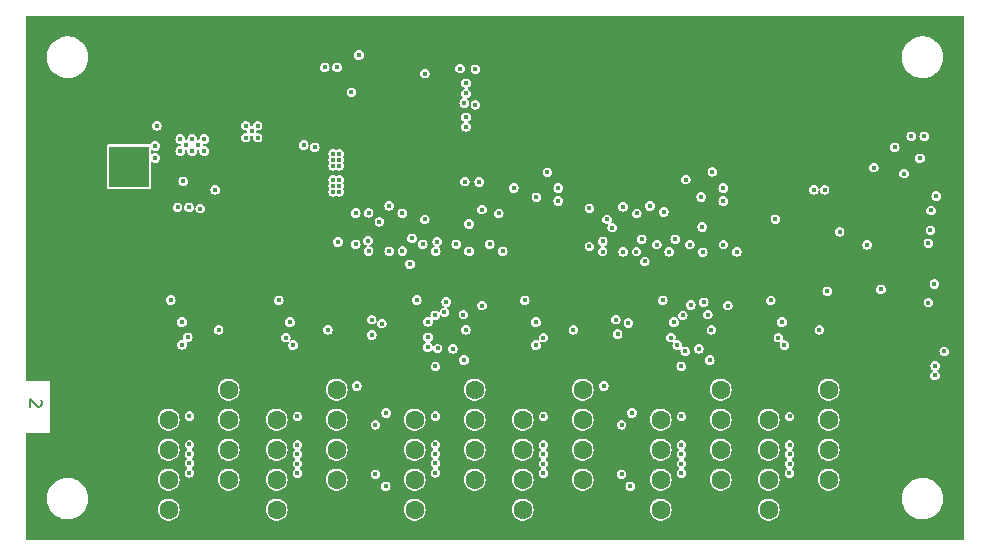
<source format=gbr>
G04 #@! TF.GenerationSoftware,KiCad,Pcbnew,8.0.1-rc1*
G04 #@! TF.CreationDate,2024-04-28T10:37:13-05:00*
G04 #@! TF.ProjectId,Stopwatch,53746f70-7761-4746-9368-2e6b69636164,rev?*
G04 #@! TF.SameCoordinates,Original*
G04 #@! TF.FileFunction,Copper,L2,Inr*
G04 #@! TF.FilePolarity,Positive*
%FSLAX46Y46*%
G04 Gerber Fmt 4.6, Leading zero omitted, Abs format (unit mm)*
G04 Created by KiCad (PCBNEW 8.0.1-rc1) date 2024-04-28 10:37:13*
%MOMM*%
%LPD*%
G01*
G04 APERTURE LIST*
%ADD10C,0.150000*%
G04 #@! TA.AperFunction,NonConductor*
%ADD11C,0.150000*%
G04 #@! TD*
G04 #@! TA.AperFunction,ComponentPad*
%ADD12R,1.700000X1.700000*%
G04 #@! TD*
G04 #@! TA.AperFunction,ComponentPad*
%ADD13R,1.600000X1.600000*%
G04 #@! TD*
G04 #@! TA.AperFunction,ComponentPad*
%ADD14C,1.600000*%
G04 #@! TD*
G04 #@! TA.AperFunction,ComponentPad*
%ADD15R,3.500000X3.500000*%
G04 #@! TD*
G04 #@! TA.AperFunction,ViaPad*
%ADD16C,0.450000*%
G04 #@! TD*
G04 APERTURE END LIST*
D10*
D11*
X87013942Y-114055760D02*
X87061561Y-114103379D01*
X87061561Y-114103379D02*
X87109180Y-114198617D01*
X87109180Y-114198617D02*
X87109180Y-114436712D01*
X87109180Y-114436712D02*
X87061561Y-114531950D01*
X87061561Y-114531950D02*
X87013942Y-114579569D01*
X87013942Y-114579569D02*
X86918704Y-114627188D01*
X86918704Y-114627188D02*
X86823466Y-114627188D01*
X86823466Y-114627188D02*
X86680609Y-114579569D01*
X86680609Y-114579569D02*
X86109180Y-114008141D01*
X86109180Y-114008141D02*
X86109180Y-114627188D01*
D12*
X96269800Y-84705000D03*
D13*
X118681400Y-113192800D03*
D14*
X118681400Y-115732800D03*
X118681400Y-118272800D03*
X118681400Y-120812800D03*
X118681400Y-123352800D03*
X123761400Y-123352800D03*
X123761400Y-120812800D03*
X123761400Y-118272800D03*
X123761400Y-115732800D03*
X123761400Y-113192800D03*
D15*
X94498000Y-94306200D03*
X88498000Y-94306200D03*
X91498000Y-99006200D03*
D13*
X127825400Y-113192800D03*
D14*
X127825400Y-115732800D03*
X127825400Y-118272800D03*
X127825400Y-120812800D03*
X127825400Y-123352800D03*
X132905400Y-123352800D03*
X132905400Y-120812800D03*
X132905400Y-118272800D03*
X132905400Y-115732800D03*
X132905400Y-113192800D03*
D13*
X97853400Y-113192800D03*
D14*
X97853400Y-115732800D03*
X97853400Y-118272800D03*
X97853400Y-120812800D03*
X97853400Y-123352800D03*
X102933400Y-123352800D03*
X102933400Y-120812800D03*
X102933400Y-118272800D03*
X102933400Y-115732800D03*
X102933400Y-113192800D03*
D13*
X148653400Y-113192800D03*
D14*
X148653400Y-115732800D03*
X148653400Y-118272800D03*
X148653400Y-120812800D03*
X148653400Y-123352800D03*
X153733400Y-123352800D03*
X153733400Y-120812800D03*
X153733400Y-118272800D03*
X153733400Y-115732800D03*
X153733400Y-113192800D03*
D13*
X139509400Y-113192800D03*
D14*
X139509400Y-115732800D03*
X139509400Y-118272800D03*
X139509400Y-120812800D03*
X139509400Y-123352800D03*
X144589400Y-123352800D03*
X144589400Y-120812800D03*
X144589400Y-118272800D03*
X144589400Y-115732800D03*
X144589400Y-113192800D03*
D13*
X106997400Y-113192800D03*
D14*
X106997400Y-115732800D03*
X106997400Y-118272800D03*
X106997400Y-120812800D03*
X106997400Y-123352800D03*
X112077400Y-123352800D03*
X112077400Y-120812800D03*
X112077400Y-118272800D03*
X112077400Y-115732800D03*
X112077400Y-113192800D03*
D16*
X108940600Y-93726000D03*
X108940600Y-95910400D03*
X111785400Y-93726000D03*
X96850200Y-90855800D03*
X104876600Y-97510600D03*
X136321800Y-99432200D03*
X111074200Y-92633800D03*
X161112200Y-96774000D03*
X146608800Y-108737400D03*
X109993400Y-90982800D03*
X98039610Y-104513000D03*
X119380000Y-102607200D03*
X139192000Y-102632600D03*
X153136600Y-111368000D03*
X148539200Y-97409000D03*
X155930600Y-100926900D03*
X102285800Y-111334600D03*
X121412000Y-87223600D03*
X161112200Y-99720400D03*
X111506000Y-111360000D03*
X114096800Y-108712000D03*
X141630400Y-97790000D03*
X153898600Y-97891600D03*
X115544600Y-112877600D03*
X104114600Y-98323400D03*
X114985800Y-84861400D03*
X118867610Y-104513000D03*
X136347200Y-112877600D03*
X125044200Y-102607200D03*
X161493200Y-92659200D03*
X96189800Y-89154000D03*
X139695610Y-104538400D03*
X107238800Y-88773000D03*
X162610800Y-94894400D03*
X108940600Y-94244000D03*
X117652800Y-87376000D03*
X108940600Y-93228000D03*
X108940600Y-96428400D03*
X141986000Y-102632600D03*
X110261400Y-88036400D03*
X121412000Y-90144600D03*
X148666200Y-100634800D03*
X151282400Y-104851200D03*
X125776410Y-108686600D03*
X105638600Y-96799400D03*
X122936000Y-96875600D03*
X144018000Y-111556800D03*
X123063000Y-111506000D03*
X105638600Y-98323400D03*
X104948410Y-108712000D03*
X144830800Y-102632600D03*
X161036000Y-104241600D03*
X125806200Y-96494600D03*
X161086800Y-111150400D03*
X99949000Y-95275400D03*
X129921000Y-96824800D03*
X122199400Y-102607200D03*
X154660600Y-100914200D03*
X106984800Y-94564200D03*
X128143000Y-97815400D03*
X133477000Y-102632600D03*
X128011610Y-104538400D03*
X133477000Y-99432200D03*
X113690400Y-99364800D03*
X107183610Y-104538400D03*
X101447600Y-98298000D03*
X104114600Y-96799400D03*
X106486800Y-94564200D03*
X148844000Y-104546400D03*
X139776200Y-96494600D03*
X107502800Y-94564200D03*
X109993400Y-89966800D03*
X155748410Y-108581300D03*
X111009400Y-90982800D03*
X116535200Y-102607200D03*
X136321800Y-102632600D03*
X108940600Y-95412400D03*
X143887000Y-96901000D03*
X116535200Y-99356000D03*
X113690400Y-102607200D03*
X111009400Y-89966800D03*
X134924800Y-108737400D03*
X132257800Y-111360000D03*
X104368600Y-90834400D03*
X104876600Y-91287600D03*
X104368600Y-91850400D03*
X105384600Y-91850400D03*
X105384600Y-90834400D03*
X99085400Y-95554800D03*
X98612800Y-97757400D03*
X98831400Y-91973400D03*
X100863400Y-92989400D03*
X100355400Y-92481400D03*
X99847400Y-91973400D03*
X99847400Y-92989400D03*
X100517800Y-97857400D03*
X100863400Y-91973400D03*
X99578000Y-97757400D03*
X99339400Y-92481400D03*
X98831400Y-92989400D03*
X130845400Y-96118400D03*
X130845400Y-97218400D03*
X144805400Y-96122400D03*
X144805400Y-97222400D03*
X160724600Y-91740800D03*
X161824600Y-91740800D03*
X127076200Y-96113600D03*
X141630400Y-95402400D03*
X160121600Y-94894400D03*
X113792000Y-112877600D03*
X112293400Y-93726000D03*
X162839400Y-96799400D03*
X141986000Y-100905400D03*
X116535200Y-101462800D03*
X112293400Y-95910400D03*
X116281200Y-115163600D03*
X136333900Y-101513600D03*
X136931400Y-121360400D03*
X123037600Y-87249000D03*
X125806200Y-98272600D03*
X119380000Y-100880000D03*
X148844000Y-105638600D03*
X122936000Y-95580200D03*
X156997400Y-100926900D03*
X143891000Y-94742000D03*
X111074200Y-85902800D03*
X112293400Y-96428400D03*
X144830800Y-100905400D03*
X123037600Y-90119200D03*
X154660600Y-99822000D03*
X139695610Y-105630600D03*
X98039610Y-105605200D03*
X113690400Y-100880000D03*
X118867610Y-105605200D03*
X113690400Y-98237000D03*
X125044200Y-100880000D03*
X162687000Y-104241600D03*
X119532400Y-86436200D03*
X112115600Y-85902800D03*
X162356800Y-99695000D03*
X153619200Y-104851200D03*
X112293400Y-94244000D03*
X112293400Y-93228000D03*
X116535200Y-97628800D03*
X111785400Y-94244000D03*
X107183610Y-105630600D03*
X110236000Y-92659200D03*
X111785400Y-95412400D03*
X139192000Y-100905400D03*
X111785400Y-95910400D03*
X159334200Y-92659200D03*
X112293400Y-95412400D03*
X111785400Y-96428400D03*
X122199400Y-100880000D03*
X139776200Y-98145600D03*
X133477000Y-101066600D03*
X133477000Y-97840800D03*
X128011610Y-105630600D03*
X162763200Y-111175800D03*
X137083800Y-115162800D03*
X116230400Y-121361200D03*
X129921000Y-94792800D03*
X134696200Y-112877600D03*
X136321800Y-97705000D03*
X111785400Y-93228000D03*
X136199100Y-116172400D03*
X136199100Y-120352400D03*
X115366600Y-116173200D03*
X115366600Y-120353200D03*
X101803200Y-96266000D03*
X122529600Y-86004400D03*
X157556200Y-94386400D03*
X122885200Y-88925400D03*
X153390600Y-96266000D03*
X108127800Y-107467400D03*
X138607800Y-97637600D03*
X135407400Y-99466400D03*
X115697000Y-98983800D03*
X112191800Y-100685600D03*
X98983800Y-107467400D03*
X152476200Y-96266000D03*
X149225000Y-98755200D03*
X113334800Y-88011000D03*
X109296200Y-92481400D03*
X113969800Y-84861400D03*
X162179000Y-105816400D03*
X96723200Y-92557600D03*
X96723200Y-93573600D03*
X158165800Y-104698800D03*
X128991200Y-96901000D03*
X142947200Y-96875600D03*
X161467800Y-93599000D03*
X162179000Y-100787200D03*
X149783800Y-107467400D03*
X140639800Y-107467400D03*
X137490200Y-98272600D03*
X119532400Y-98780600D03*
X119811800Y-107442000D03*
X128955800Y-107467400D03*
X117627400Y-98247200D03*
X132130800Y-108127800D03*
X123012200Y-108127800D03*
X111328200Y-108127800D03*
X152958800Y-108127800D03*
X124155200Y-95605600D03*
X115062000Y-108559600D03*
X135864600Y-108483400D03*
X102082600Y-108127800D03*
X143814800Y-108127800D03*
X150420600Y-115463200D03*
X149987000Y-109423200D03*
X149479000Y-108788200D03*
X150420600Y-117863200D03*
X150420600Y-118663200D03*
X150420600Y-119463200D03*
X150418800Y-120269000D03*
X141272210Y-115455200D03*
X142062200Y-106019600D03*
X141596855Y-109948455D03*
X141256610Y-111220400D03*
X140919200Y-109415200D03*
X135712200Y-107264200D03*
X141376400Y-106908600D03*
X140385800Y-108780200D03*
X136779000Y-107543600D03*
X141272210Y-117855200D03*
X143164200Y-105791000D03*
X141272210Y-118655200D03*
X141272210Y-119455200D03*
X143510000Y-106832400D03*
X145196200Y-106070400D03*
X141270410Y-120261000D03*
X142732400Y-109728000D03*
X143668410Y-110684600D03*
X129588210Y-115455200D03*
X128951410Y-109415200D03*
X129590800Y-108780200D03*
X129588210Y-117855200D03*
X129588210Y-118655200D03*
X129588210Y-119455200D03*
X129586410Y-120261000D03*
X120444210Y-111220400D03*
X120444210Y-115429800D03*
X121208800Y-106629200D03*
X120624600Y-109702600D03*
X115036600Y-107264200D03*
X119810210Y-109601000D03*
X120421400Y-106883200D03*
X119807410Y-108754800D03*
X115900200Y-107594400D03*
X120444210Y-117829800D03*
X121361200Y-105765600D03*
X120444210Y-118629800D03*
X120444210Y-119429800D03*
X122809000Y-106832400D03*
X122856010Y-110684600D03*
X121920000Y-109728000D03*
X124383800Y-106070400D03*
X120442410Y-120235600D03*
X108760210Y-115455200D03*
X108381800Y-109415200D03*
X107772200Y-108780200D03*
X108760210Y-117855200D03*
X108760210Y-118655200D03*
X108760210Y-119455200D03*
X108758410Y-120261000D03*
X99616210Y-115429800D03*
X98979410Y-109389800D03*
X99466400Y-108754800D03*
X99616210Y-117829800D03*
X99616210Y-118629800D03*
X99616210Y-119429800D03*
X99614410Y-120235600D03*
X123825000Y-89077800D03*
X123825000Y-86055200D03*
X163525200Y-109956600D03*
X123037600Y-90932000D03*
X123037600Y-88112600D03*
X162737800Y-111988600D03*
X124383800Y-97942400D03*
X162407600Y-98018600D03*
X134594600Y-101498400D03*
X140741400Y-100456950D03*
X137464800Y-101498400D03*
X138176000Y-102336600D03*
X140233400Y-101523800D03*
X143078200Y-101549200D03*
X143027400Y-99415600D03*
X145948400Y-101523800D03*
X134620000Y-100634800D03*
X137922000Y-100457000D03*
X134975600Y-98780600D03*
X120599200Y-100660200D03*
X114782600Y-101473000D03*
X118287800Y-102565200D03*
X117652800Y-101447600D03*
X120472200Y-101473000D03*
X123291600Y-101473000D03*
X123291600Y-99161600D03*
X126136400Y-101473000D03*
X114731800Y-100584000D03*
X118465600Y-100380800D03*
X114782600Y-98221800D03*
G04 #@! TA.AperFunction,Conductor*
G36*
X165177594Y-81548006D02*
G01*
X165195900Y-81592200D01*
X165195900Y-125866200D01*
X165177594Y-125910394D01*
X165133400Y-125928700D01*
X85859400Y-125928700D01*
X85815206Y-125910394D01*
X85796900Y-125866200D01*
X85796900Y-122534200D01*
X87551900Y-122534200D01*
X87581920Y-122762223D01*
X87581920Y-122762224D01*
X87641443Y-122984367D01*
X87641444Y-122984371D01*
X87641446Y-122984376D01*
X87701259Y-123128779D01*
X87729458Y-123196857D01*
X87729459Y-123196860D01*
X87844454Y-123396037D01*
X87960062Y-123546702D01*
X87984466Y-123578505D01*
X88147095Y-123741134D01*
X88329560Y-123881144D01*
X88528739Y-123996140D01*
X88741224Y-124084154D01*
X88807223Y-124101838D01*
X88963375Y-124143679D01*
X88963377Y-124143679D01*
X88963380Y-124143680D01*
X89191404Y-124173700D01*
X89191410Y-124173700D01*
X89421390Y-124173700D01*
X89421396Y-124173700D01*
X89649420Y-124143680D01*
X89871576Y-124084154D01*
X90084061Y-123996140D01*
X90283240Y-123881144D01*
X90465705Y-123741134D01*
X90628334Y-123578505D01*
X90768344Y-123396040D01*
X90793309Y-123352800D01*
X96920791Y-123352800D01*
X96941171Y-123546702D01*
X97001416Y-123732120D01*
X97001418Y-123732124D01*
X97001419Y-123732126D01*
X97098903Y-123900974D01*
X97229363Y-124045864D01*
X97387095Y-124160463D01*
X97565208Y-124239764D01*
X97565213Y-124239765D01*
X97755915Y-124280300D01*
X97755916Y-124280300D01*
X97950885Y-124280300D01*
X98033966Y-124262640D01*
X98141592Y-124239764D01*
X98319705Y-124160463D01*
X98477437Y-124045864D01*
X98607897Y-123900974D01*
X98705381Y-123732126D01*
X98765629Y-123546700D01*
X98786009Y-123352800D01*
X106064791Y-123352800D01*
X106085171Y-123546702D01*
X106145416Y-123732120D01*
X106145418Y-123732124D01*
X106145419Y-123732126D01*
X106242903Y-123900974D01*
X106373363Y-124045864D01*
X106531095Y-124160463D01*
X106709208Y-124239764D01*
X106709213Y-124239765D01*
X106899915Y-124280300D01*
X106899916Y-124280300D01*
X107094885Y-124280300D01*
X107177966Y-124262640D01*
X107285592Y-124239764D01*
X107463705Y-124160463D01*
X107621437Y-124045864D01*
X107751897Y-123900974D01*
X107849381Y-123732126D01*
X107909629Y-123546700D01*
X107930009Y-123352800D01*
X117748791Y-123352800D01*
X117769171Y-123546702D01*
X117829416Y-123732120D01*
X117829418Y-123732124D01*
X117829419Y-123732126D01*
X117926903Y-123900974D01*
X118057363Y-124045864D01*
X118215095Y-124160463D01*
X118393208Y-124239764D01*
X118393213Y-124239765D01*
X118583915Y-124280300D01*
X118583916Y-124280300D01*
X118778885Y-124280300D01*
X118861966Y-124262640D01*
X118969592Y-124239764D01*
X119147705Y-124160463D01*
X119305437Y-124045864D01*
X119435897Y-123900974D01*
X119533381Y-123732126D01*
X119593629Y-123546700D01*
X119614009Y-123352800D01*
X126892791Y-123352800D01*
X126913171Y-123546702D01*
X126973416Y-123732120D01*
X126973418Y-123732124D01*
X126973419Y-123732126D01*
X127070903Y-123900974D01*
X127201363Y-124045864D01*
X127359095Y-124160463D01*
X127537208Y-124239764D01*
X127537213Y-124239765D01*
X127727915Y-124280300D01*
X127727916Y-124280300D01*
X127922885Y-124280300D01*
X128005966Y-124262640D01*
X128113592Y-124239764D01*
X128291705Y-124160463D01*
X128449437Y-124045864D01*
X128579897Y-123900974D01*
X128677381Y-123732126D01*
X128737629Y-123546700D01*
X128758009Y-123352800D01*
X138576791Y-123352800D01*
X138597171Y-123546702D01*
X138657416Y-123732120D01*
X138657418Y-123732124D01*
X138657419Y-123732126D01*
X138754903Y-123900974D01*
X138885363Y-124045864D01*
X139043095Y-124160463D01*
X139221208Y-124239764D01*
X139221213Y-124239765D01*
X139411915Y-124280300D01*
X139411916Y-124280300D01*
X139606885Y-124280300D01*
X139689966Y-124262640D01*
X139797592Y-124239764D01*
X139975705Y-124160463D01*
X140133437Y-124045864D01*
X140263897Y-123900974D01*
X140361381Y-123732126D01*
X140421629Y-123546700D01*
X140442009Y-123352800D01*
X147720791Y-123352800D01*
X147741171Y-123546702D01*
X147801416Y-123732120D01*
X147801418Y-123732124D01*
X147801419Y-123732126D01*
X147898903Y-123900974D01*
X148029363Y-124045864D01*
X148187095Y-124160463D01*
X148365208Y-124239764D01*
X148365213Y-124239765D01*
X148555915Y-124280300D01*
X148555916Y-124280300D01*
X148750885Y-124280300D01*
X148833966Y-124262640D01*
X148941592Y-124239764D01*
X149119705Y-124160463D01*
X149277437Y-124045864D01*
X149407897Y-123900974D01*
X149505381Y-123732126D01*
X149565629Y-123546700D01*
X149586009Y-123352800D01*
X149565629Y-123158900D01*
X149561831Y-123147211D01*
X149505383Y-122973479D01*
X149505382Y-122973477D01*
X149505381Y-122973474D01*
X149407897Y-122804626D01*
X149277437Y-122659736D01*
X149211619Y-122611916D01*
X149119710Y-122545140D01*
X149119707Y-122545138D01*
X149119705Y-122545137D01*
X149095140Y-122534200D01*
X159931900Y-122534200D01*
X159961920Y-122762223D01*
X159961920Y-122762224D01*
X160021443Y-122984367D01*
X160021444Y-122984371D01*
X160021446Y-122984376D01*
X160081259Y-123128779D01*
X160109458Y-123196857D01*
X160109459Y-123196860D01*
X160224454Y-123396037D01*
X160340062Y-123546702D01*
X160364466Y-123578505D01*
X160527095Y-123741134D01*
X160709560Y-123881144D01*
X160908739Y-123996140D01*
X161121224Y-124084154D01*
X161187223Y-124101838D01*
X161343375Y-124143679D01*
X161343377Y-124143679D01*
X161343380Y-124143680D01*
X161571404Y-124173700D01*
X161571410Y-124173700D01*
X161801390Y-124173700D01*
X161801396Y-124173700D01*
X162029420Y-124143680D01*
X162251576Y-124084154D01*
X162464061Y-123996140D01*
X162663240Y-123881144D01*
X162845705Y-123741134D01*
X163008334Y-123578505D01*
X163148344Y-123396040D01*
X163263340Y-123196861D01*
X163351354Y-122984376D01*
X163410880Y-122762220D01*
X163440900Y-122534196D01*
X163440900Y-122304204D01*
X163410880Y-122076180D01*
X163351354Y-121854024D01*
X163263340Y-121641539D01*
X163148344Y-121442360D01*
X163008334Y-121259895D01*
X162845705Y-121097266D01*
X162845701Y-121097263D01*
X162845699Y-121097261D01*
X162663237Y-120957254D01*
X162464060Y-120842259D01*
X162464057Y-120842258D01*
X162392938Y-120812800D01*
X162251576Y-120754246D01*
X162251571Y-120754244D01*
X162251567Y-120754243D01*
X162029424Y-120694720D01*
X161801400Y-120664700D01*
X161801396Y-120664700D01*
X161571404Y-120664700D01*
X161571399Y-120664700D01*
X161343376Y-120694720D01*
X161343375Y-120694720D01*
X161121232Y-120754243D01*
X161121226Y-120754245D01*
X161121224Y-120754246D01*
X161100713Y-120762742D01*
X160908742Y-120842258D01*
X160908739Y-120842259D01*
X160709562Y-120957254D01*
X160527100Y-121097261D01*
X160527090Y-121097270D01*
X160364470Y-121259890D01*
X160364461Y-121259900D01*
X160224454Y-121442362D01*
X160109459Y-121641539D01*
X160109458Y-121641542D01*
X160021443Y-121854032D01*
X159961920Y-122076175D01*
X159961920Y-122076176D01*
X159931900Y-122304199D01*
X159931900Y-122534200D01*
X149095140Y-122534200D01*
X148995482Y-122489829D01*
X148941595Y-122465837D01*
X148941586Y-122465834D01*
X148750885Y-122425300D01*
X148750884Y-122425300D01*
X148555916Y-122425300D01*
X148555915Y-122425300D01*
X148365213Y-122465834D01*
X148365196Y-122465840D01*
X148187097Y-122545136D01*
X148147662Y-122573786D01*
X148029363Y-122659736D01*
X148029360Y-122659738D01*
X148029360Y-122659739D01*
X147898902Y-122804627D01*
X147801416Y-122973479D01*
X147741171Y-123158897D01*
X147720791Y-123352800D01*
X140442009Y-123352800D01*
X140421629Y-123158900D01*
X140417831Y-123147211D01*
X140361383Y-122973479D01*
X140361382Y-122973477D01*
X140361381Y-122973474D01*
X140263897Y-122804626D01*
X140133437Y-122659736D01*
X140067619Y-122611916D01*
X139975710Y-122545140D01*
X139975707Y-122545138D01*
X139975705Y-122545137D01*
X139851482Y-122489829D01*
X139797595Y-122465837D01*
X139797586Y-122465834D01*
X139606885Y-122425300D01*
X139606884Y-122425300D01*
X139411916Y-122425300D01*
X139411915Y-122425300D01*
X139221213Y-122465834D01*
X139221196Y-122465840D01*
X139043097Y-122545136D01*
X139003662Y-122573786D01*
X138885363Y-122659736D01*
X138885360Y-122659738D01*
X138885360Y-122659739D01*
X138754902Y-122804627D01*
X138657416Y-122973479D01*
X138597171Y-123158897D01*
X138576791Y-123352800D01*
X128758009Y-123352800D01*
X128737629Y-123158900D01*
X128733831Y-123147211D01*
X128677383Y-122973479D01*
X128677382Y-122973477D01*
X128677381Y-122973474D01*
X128579897Y-122804626D01*
X128449437Y-122659736D01*
X128383619Y-122611916D01*
X128291710Y-122545140D01*
X128291707Y-122545138D01*
X128291705Y-122545137D01*
X128167482Y-122489829D01*
X128113595Y-122465837D01*
X128113586Y-122465834D01*
X127922885Y-122425300D01*
X127922884Y-122425300D01*
X127727916Y-122425300D01*
X127727915Y-122425300D01*
X127537213Y-122465834D01*
X127537196Y-122465840D01*
X127359097Y-122545136D01*
X127319662Y-122573786D01*
X127201363Y-122659736D01*
X127201360Y-122659738D01*
X127201360Y-122659739D01*
X127070902Y-122804627D01*
X126973416Y-122973479D01*
X126913171Y-123158897D01*
X126892791Y-123352800D01*
X119614009Y-123352800D01*
X119593629Y-123158900D01*
X119589831Y-123147211D01*
X119533383Y-122973479D01*
X119533382Y-122973477D01*
X119533381Y-122973474D01*
X119435897Y-122804626D01*
X119305437Y-122659736D01*
X119239619Y-122611916D01*
X119147710Y-122545140D01*
X119147707Y-122545138D01*
X119147705Y-122545137D01*
X119023482Y-122489829D01*
X118969595Y-122465837D01*
X118969586Y-122465834D01*
X118778885Y-122425300D01*
X118778884Y-122425300D01*
X118583916Y-122425300D01*
X118583915Y-122425300D01*
X118393213Y-122465834D01*
X118393196Y-122465840D01*
X118215097Y-122545136D01*
X118175662Y-122573786D01*
X118057363Y-122659736D01*
X118057360Y-122659738D01*
X118057360Y-122659739D01*
X117926902Y-122804627D01*
X117829416Y-122973479D01*
X117769171Y-123158897D01*
X117748791Y-123352800D01*
X107930009Y-123352800D01*
X107909629Y-123158900D01*
X107905831Y-123147211D01*
X107849383Y-122973479D01*
X107849382Y-122973477D01*
X107849381Y-122973474D01*
X107751897Y-122804626D01*
X107621437Y-122659736D01*
X107555619Y-122611916D01*
X107463710Y-122545140D01*
X107463707Y-122545138D01*
X107463705Y-122545137D01*
X107339482Y-122489829D01*
X107285595Y-122465837D01*
X107285586Y-122465834D01*
X107094885Y-122425300D01*
X107094884Y-122425300D01*
X106899916Y-122425300D01*
X106899915Y-122425300D01*
X106709213Y-122465834D01*
X106709196Y-122465840D01*
X106531097Y-122545136D01*
X106491662Y-122573786D01*
X106373363Y-122659736D01*
X106373360Y-122659738D01*
X106373360Y-122659739D01*
X106242902Y-122804627D01*
X106145416Y-122973479D01*
X106085171Y-123158897D01*
X106064791Y-123352800D01*
X98786009Y-123352800D01*
X98765629Y-123158900D01*
X98761831Y-123147211D01*
X98705383Y-122973479D01*
X98705382Y-122973477D01*
X98705381Y-122973474D01*
X98607897Y-122804626D01*
X98477437Y-122659736D01*
X98411619Y-122611916D01*
X98319710Y-122545140D01*
X98319707Y-122545138D01*
X98319705Y-122545137D01*
X98195482Y-122489829D01*
X98141595Y-122465837D01*
X98141586Y-122465834D01*
X97950885Y-122425300D01*
X97950884Y-122425300D01*
X97755916Y-122425300D01*
X97755915Y-122425300D01*
X97565213Y-122465834D01*
X97565196Y-122465840D01*
X97387097Y-122545136D01*
X97347662Y-122573786D01*
X97229363Y-122659736D01*
X97229360Y-122659738D01*
X97229360Y-122659739D01*
X97098902Y-122804627D01*
X97001416Y-122973479D01*
X96941171Y-123158897D01*
X96920791Y-123352800D01*
X90793309Y-123352800D01*
X90883340Y-123196861D01*
X90971354Y-122984376D01*
X91030880Y-122762220D01*
X91060900Y-122534196D01*
X91060900Y-122304204D01*
X91030880Y-122076180D01*
X90971354Y-121854024D01*
X90883340Y-121641539D01*
X90768344Y-121442360D01*
X90628334Y-121259895D01*
X90465705Y-121097266D01*
X90465701Y-121097263D01*
X90465699Y-121097261D01*
X90283237Y-120957254D01*
X90084060Y-120842259D01*
X90084057Y-120842258D01*
X90012938Y-120812800D01*
X96920791Y-120812800D01*
X96941171Y-121006702D01*
X97001416Y-121192120D01*
X97001418Y-121192124D01*
X97001419Y-121192126D01*
X97098903Y-121360974D01*
X97229363Y-121505864D01*
X97387095Y-121620463D01*
X97565208Y-121699764D01*
X97565213Y-121699765D01*
X97755915Y-121740300D01*
X97755916Y-121740300D01*
X97950885Y-121740300D01*
X98033966Y-121722640D01*
X98141592Y-121699764D01*
X98319705Y-121620463D01*
X98477437Y-121505864D01*
X98607897Y-121360974D01*
X98705381Y-121192126D01*
X98765629Y-121006700D01*
X98786009Y-120812800D01*
X102000791Y-120812800D01*
X102021171Y-121006702D01*
X102081416Y-121192120D01*
X102081418Y-121192124D01*
X102081419Y-121192126D01*
X102178903Y-121360974D01*
X102309363Y-121505864D01*
X102467095Y-121620463D01*
X102645208Y-121699764D01*
X102645213Y-121699765D01*
X102835915Y-121740300D01*
X102835916Y-121740300D01*
X103030885Y-121740300D01*
X103113966Y-121722640D01*
X103221592Y-121699764D01*
X103399705Y-121620463D01*
X103557437Y-121505864D01*
X103687897Y-121360974D01*
X103785381Y-121192126D01*
X103845629Y-121006700D01*
X103866009Y-120812800D01*
X106064791Y-120812800D01*
X106085171Y-121006702D01*
X106145416Y-121192120D01*
X106145418Y-121192124D01*
X106145419Y-121192126D01*
X106242903Y-121360974D01*
X106373363Y-121505864D01*
X106531095Y-121620463D01*
X106709208Y-121699764D01*
X106709213Y-121699765D01*
X106899915Y-121740300D01*
X106899916Y-121740300D01*
X107094885Y-121740300D01*
X107177966Y-121722640D01*
X107285592Y-121699764D01*
X107463705Y-121620463D01*
X107621437Y-121505864D01*
X107751897Y-121360974D01*
X107849381Y-121192126D01*
X107909629Y-121006700D01*
X107930009Y-120812800D01*
X111144791Y-120812800D01*
X111165171Y-121006702D01*
X111225416Y-121192120D01*
X111225418Y-121192124D01*
X111225419Y-121192126D01*
X111322903Y-121360974D01*
X111453363Y-121505864D01*
X111611095Y-121620463D01*
X111789208Y-121699764D01*
X111789213Y-121699765D01*
X111979915Y-121740300D01*
X111979916Y-121740300D01*
X112174885Y-121740300D01*
X112257966Y-121722640D01*
X112365592Y-121699764D01*
X112543705Y-121620463D01*
X112701437Y-121505864D01*
X112831694Y-121361200D01*
X115820858Y-121361200D01*
X115840902Y-121487755D01*
X115840902Y-121487756D01*
X115850129Y-121505864D01*
X115899074Y-121601923D01*
X115989677Y-121692526D01*
X116103845Y-121750698D01*
X116230400Y-121770742D01*
X116356955Y-121750698D01*
X116471123Y-121692526D01*
X116561726Y-121601923D01*
X116619898Y-121487755D01*
X116639942Y-121361200D01*
X116619898Y-121234645D01*
X116561726Y-121120477D01*
X116471123Y-121029874D01*
X116356955Y-120971702D01*
X116230400Y-120951658D01*
X116103844Y-120971702D01*
X116103843Y-120971702D01*
X115989676Y-121029874D01*
X115899074Y-121120476D01*
X115840902Y-121234643D01*
X115840902Y-121234644D01*
X115820858Y-121361200D01*
X112831694Y-121361200D01*
X112831897Y-121360974D01*
X112929381Y-121192126D01*
X112989629Y-121006700D01*
X113010009Y-120812800D01*
X117748791Y-120812800D01*
X117769171Y-121006702D01*
X117829416Y-121192120D01*
X117829418Y-121192124D01*
X117829419Y-121192126D01*
X117926903Y-121360974D01*
X118057363Y-121505864D01*
X118215095Y-121620463D01*
X118393208Y-121699764D01*
X118393213Y-121699765D01*
X118583915Y-121740300D01*
X118583916Y-121740300D01*
X118778885Y-121740300D01*
X118861966Y-121722640D01*
X118969592Y-121699764D01*
X119147705Y-121620463D01*
X119305437Y-121505864D01*
X119435897Y-121360974D01*
X119533381Y-121192126D01*
X119593629Y-121006700D01*
X119614009Y-120812800D01*
X122828791Y-120812800D01*
X122849171Y-121006702D01*
X122909416Y-121192120D01*
X122909418Y-121192124D01*
X122909419Y-121192126D01*
X123006903Y-121360974D01*
X123137363Y-121505864D01*
X123295095Y-121620463D01*
X123473208Y-121699764D01*
X123473213Y-121699765D01*
X123663915Y-121740300D01*
X123663916Y-121740300D01*
X123858885Y-121740300D01*
X123941966Y-121722640D01*
X124049592Y-121699764D01*
X124227705Y-121620463D01*
X124385437Y-121505864D01*
X124515897Y-121360974D01*
X124613381Y-121192126D01*
X124673629Y-121006700D01*
X124694009Y-120812800D01*
X126892791Y-120812800D01*
X126913171Y-121006702D01*
X126973416Y-121192120D01*
X126973418Y-121192124D01*
X126973419Y-121192126D01*
X127070903Y-121360974D01*
X127201363Y-121505864D01*
X127359095Y-121620463D01*
X127537208Y-121699764D01*
X127537213Y-121699765D01*
X127727915Y-121740300D01*
X127727916Y-121740300D01*
X127922885Y-121740300D01*
X128005966Y-121722640D01*
X128113592Y-121699764D01*
X128291705Y-121620463D01*
X128449437Y-121505864D01*
X128579897Y-121360974D01*
X128677381Y-121192126D01*
X128737629Y-121006700D01*
X128758009Y-120812800D01*
X131972791Y-120812800D01*
X131993171Y-121006702D01*
X132053416Y-121192120D01*
X132053418Y-121192124D01*
X132053419Y-121192126D01*
X132150903Y-121360974D01*
X132281363Y-121505864D01*
X132439095Y-121620463D01*
X132617208Y-121699764D01*
X132617213Y-121699765D01*
X132807915Y-121740300D01*
X132807916Y-121740300D01*
X133002885Y-121740300D01*
X133085966Y-121722640D01*
X133193592Y-121699764D01*
X133371705Y-121620463D01*
X133529437Y-121505864D01*
X133659897Y-121360974D01*
X133660228Y-121360400D01*
X136521858Y-121360400D01*
X136541902Y-121486955D01*
X136541902Y-121486956D01*
X136600074Y-121601123D01*
X136690677Y-121691726D01*
X136804845Y-121749898D01*
X136931400Y-121769942D01*
X137057955Y-121749898D01*
X137172123Y-121691726D01*
X137262726Y-121601123D01*
X137320898Y-121486955D01*
X137340942Y-121360400D01*
X137320898Y-121233845D01*
X137262726Y-121119677D01*
X137172123Y-121029074D01*
X137057955Y-120970902D01*
X136931400Y-120950858D01*
X136804844Y-120970902D01*
X136804843Y-120970902D01*
X136690676Y-121029074D01*
X136600074Y-121119676D01*
X136541902Y-121233843D01*
X136541902Y-121233844D01*
X136521858Y-121360400D01*
X133660228Y-121360400D01*
X133757381Y-121192126D01*
X133817629Y-121006700D01*
X133838009Y-120812800D01*
X138576791Y-120812800D01*
X138597171Y-121006702D01*
X138657416Y-121192120D01*
X138657418Y-121192124D01*
X138657419Y-121192126D01*
X138754903Y-121360974D01*
X138885363Y-121505864D01*
X139043095Y-121620463D01*
X139221208Y-121699764D01*
X139221213Y-121699765D01*
X139411915Y-121740300D01*
X139411916Y-121740300D01*
X139606885Y-121740300D01*
X139689966Y-121722640D01*
X139797592Y-121699764D01*
X139975705Y-121620463D01*
X140133437Y-121505864D01*
X140263897Y-121360974D01*
X140361381Y-121192126D01*
X140421629Y-121006700D01*
X140442009Y-120812800D01*
X143656791Y-120812800D01*
X143677171Y-121006702D01*
X143737416Y-121192120D01*
X143737418Y-121192124D01*
X143737419Y-121192126D01*
X143834903Y-121360974D01*
X143965363Y-121505864D01*
X144123095Y-121620463D01*
X144301208Y-121699764D01*
X144301213Y-121699765D01*
X144491915Y-121740300D01*
X144491916Y-121740300D01*
X144686885Y-121740300D01*
X144769966Y-121722640D01*
X144877592Y-121699764D01*
X145055705Y-121620463D01*
X145213437Y-121505864D01*
X145343897Y-121360974D01*
X145441381Y-121192126D01*
X145501629Y-121006700D01*
X145522009Y-120812800D01*
X147720791Y-120812800D01*
X147741171Y-121006702D01*
X147801416Y-121192120D01*
X147801418Y-121192124D01*
X147801419Y-121192126D01*
X147898903Y-121360974D01*
X148029363Y-121505864D01*
X148187095Y-121620463D01*
X148365208Y-121699764D01*
X148365213Y-121699765D01*
X148555915Y-121740300D01*
X148555916Y-121740300D01*
X148750885Y-121740300D01*
X148833966Y-121722640D01*
X148941592Y-121699764D01*
X149119705Y-121620463D01*
X149277437Y-121505864D01*
X149407897Y-121360974D01*
X149505381Y-121192126D01*
X149565629Y-121006700D01*
X149586009Y-120812800D01*
X152800791Y-120812800D01*
X152821171Y-121006702D01*
X152881416Y-121192120D01*
X152881418Y-121192124D01*
X152881419Y-121192126D01*
X152978903Y-121360974D01*
X153109363Y-121505864D01*
X153267095Y-121620463D01*
X153445208Y-121699764D01*
X153445213Y-121699765D01*
X153635915Y-121740300D01*
X153635916Y-121740300D01*
X153830885Y-121740300D01*
X153913966Y-121722640D01*
X154021592Y-121699764D01*
X154199705Y-121620463D01*
X154357437Y-121505864D01*
X154487897Y-121360974D01*
X154585381Y-121192126D01*
X154645629Y-121006700D01*
X154666009Y-120812800D01*
X154645629Y-120618900D01*
X154628742Y-120566926D01*
X154585383Y-120433479D01*
X154585382Y-120433477D01*
X154585381Y-120433474D01*
X154487897Y-120264626D01*
X154357437Y-120119736D01*
X154291619Y-120071916D01*
X154199710Y-120005140D01*
X154199707Y-120005138D01*
X154199705Y-120005137D01*
X154048176Y-119937672D01*
X154021595Y-119925837D01*
X154021586Y-119925834D01*
X153830885Y-119885300D01*
X153830884Y-119885300D01*
X153635916Y-119885300D01*
X153635915Y-119885300D01*
X153445213Y-119925834D01*
X153445196Y-119925840D01*
X153267097Y-120005136D01*
X153246259Y-120020276D01*
X153109363Y-120119736D01*
X153109360Y-120119738D01*
X153109360Y-120119739D01*
X152978902Y-120264627D01*
X152881416Y-120433479D01*
X152821171Y-120618897D01*
X152800791Y-120812800D01*
X149586009Y-120812800D01*
X149565629Y-120618900D01*
X149548742Y-120566926D01*
X149505383Y-120433479D01*
X149505382Y-120433477D01*
X149505381Y-120433474D01*
X149410422Y-120269000D01*
X150009258Y-120269000D01*
X150029302Y-120395555D01*
X150029302Y-120395556D01*
X150048623Y-120433474D01*
X150087474Y-120509723D01*
X150178077Y-120600326D01*
X150292245Y-120658498D01*
X150418800Y-120678542D01*
X150545355Y-120658498D01*
X150659523Y-120600326D01*
X150750126Y-120509723D01*
X150808298Y-120395555D01*
X150828342Y-120269000D01*
X150808298Y-120142445D01*
X150750126Y-120028277D01*
X150659523Y-119937674D01*
X150629243Y-119922245D01*
X150598178Y-119885871D01*
X150601931Y-119838183D01*
X150629246Y-119810870D01*
X150641193Y-119804783D01*
X150661323Y-119794526D01*
X150751926Y-119703923D01*
X150810098Y-119589755D01*
X150830142Y-119463200D01*
X150810098Y-119336645D01*
X150751926Y-119222477D01*
X150661323Y-119131874D01*
X150661322Y-119131873D01*
X150635837Y-119118888D01*
X150604770Y-119082514D01*
X150608523Y-119034826D01*
X150635837Y-119007512D01*
X150647781Y-119001426D01*
X150661323Y-118994526D01*
X150751926Y-118903923D01*
X150810098Y-118789755D01*
X150830142Y-118663200D01*
X150810098Y-118536645D01*
X150751926Y-118422477D01*
X150661323Y-118331874D01*
X150661322Y-118331873D01*
X150635837Y-118318888D01*
X150604770Y-118282514D01*
X150605534Y-118272800D01*
X152800791Y-118272800D01*
X152821171Y-118466702D01*
X152881416Y-118652120D01*
X152881418Y-118652124D01*
X152881419Y-118652126D01*
X152978903Y-118820974D01*
X153109363Y-118965864D01*
X153204281Y-119034826D01*
X153258906Y-119074514D01*
X153267095Y-119080463D01*
X153445208Y-119159764D01*
X153445213Y-119159765D01*
X153635915Y-119200300D01*
X153635916Y-119200300D01*
X153830885Y-119200300D01*
X153913966Y-119182640D01*
X154021592Y-119159764D01*
X154199705Y-119080463D01*
X154357437Y-118965864D01*
X154487897Y-118820974D01*
X154585381Y-118652126D01*
X154645629Y-118466700D01*
X154666009Y-118272800D01*
X154645629Y-118078900D01*
X154614065Y-117981755D01*
X154585383Y-117893479D01*
X154585382Y-117893477D01*
X154585381Y-117893474D01*
X154487897Y-117724626D01*
X154357437Y-117579736D01*
X154280550Y-117523874D01*
X154199710Y-117465140D01*
X154199707Y-117465138D01*
X154199705Y-117465137D01*
X154075482Y-117409829D01*
X154021595Y-117385837D01*
X154021586Y-117385834D01*
X153830885Y-117345300D01*
X153830884Y-117345300D01*
X153635916Y-117345300D01*
X153635915Y-117345300D01*
X153445213Y-117385834D01*
X153445196Y-117385840D01*
X153267097Y-117465136D01*
X153266318Y-117465702D01*
X153109363Y-117579736D01*
X153109360Y-117579738D01*
X153109360Y-117579739D01*
X152978902Y-117724627D01*
X152881416Y-117893479D01*
X152821171Y-118078897D01*
X152800791Y-118272800D01*
X150605534Y-118272800D01*
X150608523Y-118234826D01*
X150635837Y-118207512D01*
X150647781Y-118201426D01*
X150661323Y-118194526D01*
X150751926Y-118103923D01*
X150810098Y-117989755D01*
X150830142Y-117863200D01*
X150810098Y-117736645D01*
X150751926Y-117622477D01*
X150661323Y-117531874D01*
X150547155Y-117473702D01*
X150420600Y-117453658D01*
X150294044Y-117473702D01*
X150294043Y-117473702D01*
X150179876Y-117531874D01*
X150089274Y-117622476D01*
X150031102Y-117736643D01*
X150031102Y-117736644D01*
X150011058Y-117863200D01*
X150031102Y-117989755D01*
X150031102Y-117989756D01*
X150076524Y-118078900D01*
X150089274Y-118103923D01*
X150179877Y-118194526D01*
X150193419Y-118201426D01*
X150205363Y-118207512D01*
X150236429Y-118243887D01*
X150232676Y-118291575D01*
X150205363Y-118318888D01*
X150179876Y-118331874D01*
X150089274Y-118422476D01*
X150031102Y-118536643D01*
X150031102Y-118536644D01*
X150011058Y-118663200D01*
X150031102Y-118789755D01*
X150031102Y-118789756D01*
X150047008Y-118820972D01*
X150089274Y-118903923D01*
X150179877Y-118994526D01*
X150193419Y-119001426D01*
X150205363Y-119007512D01*
X150236429Y-119043887D01*
X150232676Y-119091575D01*
X150205363Y-119118888D01*
X150179876Y-119131874D01*
X150089274Y-119222476D01*
X150031102Y-119336643D01*
X150031102Y-119336644D01*
X150011058Y-119463200D01*
X150031102Y-119589755D01*
X150031102Y-119589756D01*
X150089274Y-119703923D01*
X150179877Y-119794526D01*
X150210154Y-119809953D01*
X150241221Y-119846327D01*
X150237468Y-119894015D01*
X150210155Y-119921328D01*
X150178078Y-119937672D01*
X150087474Y-120028276D01*
X150029302Y-120142443D01*
X150029302Y-120142444D01*
X150009258Y-120269000D01*
X149410422Y-120269000D01*
X149407897Y-120264626D01*
X149277437Y-120119736D01*
X149211619Y-120071916D01*
X149119710Y-120005140D01*
X149119707Y-120005138D01*
X149119705Y-120005137D01*
X148968176Y-119937672D01*
X148941595Y-119925837D01*
X148941586Y-119925834D01*
X148750885Y-119885300D01*
X148750884Y-119885300D01*
X148555916Y-119885300D01*
X148555915Y-119885300D01*
X148365213Y-119925834D01*
X148365196Y-119925840D01*
X148187097Y-120005136D01*
X148166259Y-120020276D01*
X148029363Y-120119736D01*
X148029360Y-120119738D01*
X148029360Y-120119739D01*
X147898902Y-120264627D01*
X147801416Y-120433479D01*
X147741171Y-120618897D01*
X147720791Y-120812800D01*
X145522009Y-120812800D01*
X145501629Y-120618900D01*
X145484742Y-120566926D01*
X145441383Y-120433479D01*
X145441382Y-120433477D01*
X145441381Y-120433474D01*
X145343897Y-120264626D01*
X145213437Y-120119736D01*
X145147619Y-120071916D01*
X145055710Y-120005140D01*
X145055707Y-120005138D01*
X145055705Y-120005137D01*
X144904176Y-119937672D01*
X144877595Y-119925837D01*
X144877586Y-119925834D01*
X144686885Y-119885300D01*
X144686884Y-119885300D01*
X144491916Y-119885300D01*
X144491915Y-119885300D01*
X144301213Y-119925834D01*
X144301196Y-119925840D01*
X144123097Y-120005136D01*
X144102259Y-120020276D01*
X143965363Y-120119736D01*
X143965360Y-120119738D01*
X143965360Y-120119739D01*
X143834902Y-120264627D01*
X143737416Y-120433479D01*
X143677171Y-120618897D01*
X143656791Y-120812800D01*
X140442009Y-120812800D01*
X140421629Y-120618900D01*
X140404742Y-120566926D01*
X140361383Y-120433479D01*
X140361382Y-120433477D01*
X140361381Y-120433474D01*
X140263897Y-120264626D01*
X140260632Y-120261000D01*
X140860868Y-120261000D01*
X140880912Y-120387555D01*
X140880912Y-120387556D01*
X140927891Y-120479755D01*
X140939084Y-120501723D01*
X141029687Y-120592326D01*
X141143855Y-120650498D01*
X141270410Y-120670542D01*
X141396965Y-120650498D01*
X141511133Y-120592326D01*
X141601736Y-120501723D01*
X141659908Y-120387555D01*
X141679952Y-120261000D01*
X141659908Y-120134445D01*
X141601736Y-120020277D01*
X141511133Y-119929674D01*
X141480853Y-119914245D01*
X141449788Y-119877871D01*
X141453541Y-119830183D01*
X141480856Y-119802870D01*
X141512931Y-119786527D01*
X141512930Y-119786527D01*
X141512933Y-119786526D01*
X141603536Y-119695923D01*
X141661708Y-119581755D01*
X141681752Y-119455200D01*
X141661708Y-119328645D01*
X141603536Y-119214477D01*
X141512933Y-119123874D01*
X141512932Y-119123873D01*
X141487447Y-119110888D01*
X141456380Y-119074514D01*
X141460133Y-119026826D01*
X141487447Y-118999512D01*
X141497234Y-118994525D01*
X141512933Y-118986526D01*
X141603536Y-118895923D01*
X141661708Y-118781755D01*
X141681752Y-118655200D01*
X141661708Y-118528645D01*
X141603536Y-118414477D01*
X141512933Y-118323874D01*
X141512932Y-118323873D01*
X141487447Y-118310888D01*
X141456380Y-118274514D01*
X141456515Y-118272800D01*
X143656791Y-118272800D01*
X143677171Y-118466702D01*
X143737416Y-118652120D01*
X143737418Y-118652124D01*
X143737419Y-118652126D01*
X143834903Y-118820974D01*
X143965363Y-118965864D01*
X144060281Y-119034826D01*
X144114906Y-119074514D01*
X144123095Y-119080463D01*
X144301208Y-119159764D01*
X144301213Y-119159765D01*
X144491915Y-119200300D01*
X144491916Y-119200300D01*
X144686885Y-119200300D01*
X144769966Y-119182640D01*
X144877592Y-119159764D01*
X145055705Y-119080463D01*
X145213437Y-118965864D01*
X145343897Y-118820974D01*
X145441381Y-118652126D01*
X145501629Y-118466700D01*
X145522009Y-118272800D01*
X147720791Y-118272800D01*
X147741171Y-118466702D01*
X147801416Y-118652120D01*
X147801418Y-118652124D01*
X147801419Y-118652126D01*
X147898903Y-118820974D01*
X148029363Y-118965864D01*
X148124281Y-119034826D01*
X148178906Y-119074514D01*
X148187095Y-119080463D01*
X148365208Y-119159764D01*
X148365213Y-119159765D01*
X148555915Y-119200300D01*
X148555916Y-119200300D01*
X148750885Y-119200300D01*
X148833966Y-119182640D01*
X148941592Y-119159764D01*
X149119705Y-119080463D01*
X149277437Y-118965864D01*
X149407897Y-118820974D01*
X149505381Y-118652126D01*
X149565629Y-118466700D01*
X149586009Y-118272800D01*
X149565629Y-118078900D01*
X149534065Y-117981755D01*
X149505383Y-117893479D01*
X149505382Y-117893477D01*
X149505381Y-117893474D01*
X149407897Y-117724626D01*
X149277437Y-117579736D01*
X149200550Y-117523874D01*
X149119710Y-117465140D01*
X149119707Y-117465138D01*
X149119705Y-117465137D01*
X148995482Y-117409829D01*
X148941595Y-117385837D01*
X148941586Y-117385834D01*
X148750885Y-117345300D01*
X148750884Y-117345300D01*
X148555916Y-117345300D01*
X148555915Y-117345300D01*
X148365213Y-117385834D01*
X148365196Y-117385840D01*
X148187097Y-117465136D01*
X148186318Y-117465702D01*
X148029363Y-117579736D01*
X148029360Y-117579738D01*
X148029360Y-117579739D01*
X147898902Y-117724627D01*
X147801416Y-117893479D01*
X147741171Y-118078897D01*
X147720791Y-118272800D01*
X145522009Y-118272800D01*
X145501629Y-118078900D01*
X145470065Y-117981755D01*
X145441383Y-117893479D01*
X145441382Y-117893477D01*
X145441381Y-117893474D01*
X145343897Y-117724626D01*
X145213437Y-117579736D01*
X145136550Y-117523874D01*
X145055710Y-117465140D01*
X145055707Y-117465138D01*
X145055705Y-117465137D01*
X144931482Y-117409829D01*
X144877595Y-117385837D01*
X144877586Y-117385834D01*
X144686885Y-117345300D01*
X144686884Y-117345300D01*
X144491916Y-117345300D01*
X144491915Y-117345300D01*
X144301213Y-117385834D01*
X144301196Y-117385840D01*
X144123097Y-117465136D01*
X144122318Y-117465702D01*
X143965363Y-117579736D01*
X143965360Y-117579738D01*
X143965360Y-117579739D01*
X143834902Y-117724627D01*
X143737416Y-117893479D01*
X143677171Y-118078897D01*
X143656791Y-118272800D01*
X141456515Y-118272800D01*
X141460133Y-118226826D01*
X141487447Y-118199512D01*
X141497234Y-118194525D01*
X141512933Y-118186526D01*
X141603536Y-118095923D01*
X141661708Y-117981755D01*
X141681752Y-117855200D01*
X141661708Y-117728645D01*
X141603536Y-117614477D01*
X141512933Y-117523874D01*
X141398765Y-117465702D01*
X141272210Y-117445658D01*
X141145654Y-117465702D01*
X141145653Y-117465702D01*
X141031486Y-117523874D01*
X140940884Y-117614476D01*
X140882712Y-117728643D01*
X140882712Y-117728644D01*
X140862668Y-117855200D01*
X140882712Y-117981755D01*
X140882712Y-117981756D01*
X140927942Y-118070523D01*
X140940884Y-118095923D01*
X141031487Y-118186526D01*
X141047186Y-118194525D01*
X141056973Y-118199512D01*
X141088039Y-118235887D01*
X141084286Y-118283575D01*
X141056973Y-118310888D01*
X141031486Y-118323874D01*
X140940884Y-118414476D01*
X140882712Y-118528643D01*
X140882712Y-118528644D01*
X140862668Y-118655200D01*
X140882712Y-118781755D01*
X140882712Y-118781756D01*
X140902694Y-118820972D01*
X140940884Y-118895923D01*
X141031487Y-118986526D01*
X141047186Y-118994525D01*
X141056973Y-118999512D01*
X141088039Y-119035887D01*
X141084286Y-119083575D01*
X141056973Y-119110888D01*
X141031486Y-119123874D01*
X140940884Y-119214476D01*
X140882712Y-119328643D01*
X140882712Y-119328644D01*
X140862668Y-119455200D01*
X140882712Y-119581755D01*
X140882712Y-119581756D01*
X140940884Y-119695923D01*
X141031487Y-119786526D01*
X141061764Y-119801953D01*
X141092831Y-119838327D01*
X141089078Y-119886015D01*
X141061765Y-119913328D01*
X141029688Y-119929672D01*
X140939084Y-120020276D01*
X140880912Y-120134443D01*
X140880912Y-120134444D01*
X140860868Y-120261000D01*
X140260632Y-120261000D01*
X140133437Y-120119736D01*
X140067619Y-120071916D01*
X139975710Y-120005140D01*
X139975707Y-120005138D01*
X139975705Y-120005137D01*
X139824176Y-119937672D01*
X139797595Y-119925837D01*
X139797586Y-119925834D01*
X139606885Y-119885300D01*
X139606884Y-119885300D01*
X139411916Y-119885300D01*
X139411915Y-119885300D01*
X139221213Y-119925834D01*
X139221196Y-119925840D01*
X139043097Y-120005136D01*
X139022259Y-120020276D01*
X138885363Y-120119736D01*
X138885360Y-120119738D01*
X138885360Y-120119739D01*
X138754902Y-120264627D01*
X138657416Y-120433479D01*
X138597171Y-120618897D01*
X138576791Y-120812800D01*
X133838009Y-120812800D01*
X133817629Y-120618900D01*
X133800742Y-120566926D01*
X133757383Y-120433479D01*
X133757382Y-120433477D01*
X133757381Y-120433474D01*
X133710573Y-120352400D01*
X135789558Y-120352400D01*
X135809602Y-120478955D01*
X135809602Y-120478956D01*
X135810010Y-120479756D01*
X135867774Y-120593123D01*
X135958377Y-120683726D01*
X136072545Y-120741898D01*
X136199100Y-120761942D01*
X136325655Y-120741898D01*
X136439823Y-120683726D01*
X136530426Y-120593123D01*
X136588598Y-120478955D01*
X136608642Y-120352400D01*
X136588598Y-120225845D01*
X136530426Y-120111677D01*
X136439823Y-120021074D01*
X136325655Y-119962902D01*
X136199100Y-119942858D01*
X136072544Y-119962902D01*
X136072543Y-119962902D01*
X135958376Y-120021074D01*
X135867774Y-120111676D01*
X135809602Y-120225843D01*
X135809602Y-120225844D01*
X135789558Y-120352400D01*
X133710573Y-120352400D01*
X133659897Y-120264626D01*
X133529437Y-120119736D01*
X133463619Y-120071916D01*
X133371710Y-120005140D01*
X133371707Y-120005138D01*
X133371705Y-120005137D01*
X133220176Y-119937672D01*
X133193595Y-119925837D01*
X133193586Y-119925834D01*
X133002885Y-119885300D01*
X133002884Y-119885300D01*
X132807916Y-119885300D01*
X132807915Y-119885300D01*
X132617213Y-119925834D01*
X132617196Y-119925840D01*
X132439097Y-120005136D01*
X132418259Y-120020276D01*
X132281363Y-120119736D01*
X132281360Y-120119738D01*
X132281360Y-120119739D01*
X132150902Y-120264627D01*
X132053416Y-120433479D01*
X131993171Y-120618897D01*
X131972791Y-120812800D01*
X128758009Y-120812800D01*
X128737629Y-120618900D01*
X128720742Y-120566926D01*
X128677383Y-120433479D01*
X128677382Y-120433477D01*
X128677381Y-120433474D01*
X128579897Y-120264626D01*
X128576632Y-120261000D01*
X129176868Y-120261000D01*
X129196912Y-120387555D01*
X129196912Y-120387556D01*
X129243891Y-120479755D01*
X129255084Y-120501723D01*
X129345687Y-120592326D01*
X129459855Y-120650498D01*
X129586410Y-120670542D01*
X129712965Y-120650498D01*
X129827133Y-120592326D01*
X129917736Y-120501723D01*
X129975908Y-120387555D01*
X129995952Y-120261000D01*
X129975908Y-120134445D01*
X129917736Y-120020277D01*
X129827133Y-119929674D01*
X129796853Y-119914245D01*
X129765788Y-119877871D01*
X129769541Y-119830183D01*
X129796856Y-119802870D01*
X129828931Y-119786527D01*
X129828930Y-119786527D01*
X129828933Y-119786526D01*
X129919536Y-119695923D01*
X129977708Y-119581755D01*
X129997752Y-119455200D01*
X129977708Y-119328645D01*
X129919536Y-119214477D01*
X129828933Y-119123874D01*
X129828932Y-119123873D01*
X129803447Y-119110888D01*
X129772380Y-119074514D01*
X129776133Y-119026826D01*
X129803447Y-118999512D01*
X129813234Y-118994525D01*
X129828933Y-118986526D01*
X129919536Y-118895923D01*
X129977708Y-118781755D01*
X129997752Y-118655200D01*
X129977708Y-118528645D01*
X129919536Y-118414477D01*
X129828933Y-118323874D01*
X129828932Y-118323873D01*
X129803447Y-118310888D01*
X129772380Y-118274514D01*
X129772515Y-118272800D01*
X131972791Y-118272800D01*
X131993171Y-118466702D01*
X132053416Y-118652120D01*
X132053418Y-118652124D01*
X132053419Y-118652126D01*
X132150903Y-118820974D01*
X132281363Y-118965864D01*
X132376281Y-119034826D01*
X132430906Y-119074514D01*
X132439095Y-119080463D01*
X132617208Y-119159764D01*
X132617213Y-119159765D01*
X132807915Y-119200300D01*
X132807916Y-119200300D01*
X133002885Y-119200300D01*
X133085966Y-119182640D01*
X133193592Y-119159764D01*
X133371705Y-119080463D01*
X133529437Y-118965864D01*
X133659897Y-118820974D01*
X133757381Y-118652126D01*
X133817629Y-118466700D01*
X133838009Y-118272800D01*
X138576791Y-118272800D01*
X138597171Y-118466702D01*
X138657416Y-118652120D01*
X138657418Y-118652124D01*
X138657419Y-118652126D01*
X138754903Y-118820974D01*
X138885363Y-118965864D01*
X138980281Y-119034826D01*
X139034906Y-119074514D01*
X139043095Y-119080463D01*
X139221208Y-119159764D01*
X139221213Y-119159765D01*
X139411915Y-119200300D01*
X139411916Y-119200300D01*
X139606885Y-119200300D01*
X139689966Y-119182640D01*
X139797592Y-119159764D01*
X139975705Y-119080463D01*
X140133437Y-118965864D01*
X140263897Y-118820974D01*
X140361381Y-118652126D01*
X140421629Y-118466700D01*
X140442009Y-118272800D01*
X140421629Y-118078900D01*
X140390065Y-117981755D01*
X140361383Y-117893479D01*
X140361382Y-117893477D01*
X140361381Y-117893474D01*
X140263897Y-117724626D01*
X140133437Y-117579736D01*
X140056550Y-117523874D01*
X139975710Y-117465140D01*
X139975707Y-117465138D01*
X139975705Y-117465137D01*
X139851482Y-117409829D01*
X139797595Y-117385837D01*
X139797586Y-117385834D01*
X139606885Y-117345300D01*
X139606884Y-117345300D01*
X139411916Y-117345300D01*
X139411915Y-117345300D01*
X139221213Y-117385834D01*
X139221196Y-117385840D01*
X139043097Y-117465136D01*
X139042318Y-117465702D01*
X138885363Y-117579736D01*
X138885360Y-117579738D01*
X138885360Y-117579739D01*
X138754902Y-117724627D01*
X138657416Y-117893479D01*
X138597171Y-118078897D01*
X138576791Y-118272800D01*
X133838009Y-118272800D01*
X133817629Y-118078900D01*
X133786065Y-117981755D01*
X133757383Y-117893479D01*
X133757382Y-117893477D01*
X133757381Y-117893474D01*
X133659897Y-117724626D01*
X133529437Y-117579736D01*
X133452550Y-117523874D01*
X133371710Y-117465140D01*
X133371707Y-117465138D01*
X133371705Y-117465137D01*
X133247482Y-117409829D01*
X133193595Y-117385837D01*
X133193586Y-117385834D01*
X133002885Y-117345300D01*
X133002884Y-117345300D01*
X132807916Y-117345300D01*
X132807915Y-117345300D01*
X132617213Y-117385834D01*
X132617196Y-117385840D01*
X132439097Y-117465136D01*
X132438318Y-117465702D01*
X132281363Y-117579736D01*
X132281360Y-117579738D01*
X132281360Y-117579739D01*
X132150902Y-117724627D01*
X132053416Y-117893479D01*
X131993171Y-118078897D01*
X131972791Y-118272800D01*
X129772515Y-118272800D01*
X129776133Y-118226826D01*
X129803447Y-118199512D01*
X129813234Y-118194525D01*
X129828933Y-118186526D01*
X129919536Y-118095923D01*
X129977708Y-117981755D01*
X129997752Y-117855200D01*
X129977708Y-117728645D01*
X129919536Y-117614477D01*
X129828933Y-117523874D01*
X129714765Y-117465702D01*
X129588210Y-117445658D01*
X129461654Y-117465702D01*
X129461653Y-117465702D01*
X129347486Y-117523874D01*
X129256884Y-117614476D01*
X129198712Y-117728643D01*
X129198712Y-117728644D01*
X129178668Y-117855200D01*
X129198712Y-117981755D01*
X129198712Y-117981756D01*
X129243942Y-118070523D01*
X129256884Y-118095923D01*
X129347487Y-118186526D01*
X129363186Y-118194525D01*
X129372973Y-118199512D01*
X129404039Y-118235887D01*
X129400286Y-118283575D01*
X129372973Y-118310888D01*
X129347486Y-118323874D01*
X129256884Y-118414476D01*
X129198712Y-118528643D01*
X129198712Y-118528644D01*
X129178668Y-118655200D01*
X129198712Y-118781755D01*
X129198712Y-118781756D01*
X129218694Y-118820972D01*
X129256884Y-118895923D01*
X129347487Y-118986526D01*
X129363186Y-118994525D01*
X129372973Y-118999512D01*
X129404039Y-119035887D01*
X129400286Y-119083575D01*
X129372973Y-119110888D01*
X129347486Y-119123874D01*
X129256884Y-119214476D01*
X129198712Y-119328643D01*
X129198712Y-119328644D01*
X129178668Y-119455200D01*
X129198712Y-119581755D01*
X129198712Y-119581756D01*
X129256884Y-119695923D01*
X129347487Y-119786526D01*
X129377764Y-119801953D01*
X129408831Y-119838327D01*
X129405078Y-119886015D01*
X129377765Y-119913328D01*
X129345688Y-119929672D01*
X129255084Y-120020276D01*
X129196912Y-120134443D01*
X129196912Y-120134444D01*
X129176868Y-120261000D01*
X128576632Y-120261000D01*
X128449437Y-120119736D01*
X128383619Y-120071916D01*
X128291710Y-120005140D01*
X128291707Y-120005138D01*
X128291705Y-120005137D01*
X128140176Y-119937672D01*
X128113595Y-119925837D01*
X128113586Y-119925834D01*
X127922885Y-119885300D01*
X127922884Y-119885300D01*
X127727916Y-119885300D01*
X127727915Y-119885300D01*
X127537213Y-119925834D01*
X127537196Y-119925840D01*
X127359097Y-120005136D01*
X127338259Y-120020276D01*
X127201363Y-120119736D01*
X127201360Y-120119738D01*
X127201360Y-120119739D01*
X127070902Y-120264627D01*
X126973416Y-120433479D01*
X126913171Y-120618897D01*
X126892791Y-120812800D01*
X124694009Y-120812800D01*
X124673629Y-120618900D01*
X124656742Y-120566926D01*
X124613383Y-120433479D01*
X124613382Y-120433477D01*
X124613381Y-120433474D01*
X124515897Y-120264626D01*
X124385437Y-120119736D01*
X124319619Y-120071916D01*
X124227710Y-120005140D01*
X124227707Y-120005138D01*
X124227705Y-120005137D01*
X124076176Y-119937672D01*
X124049595Y-119925837D01*
X124049586Y-119925834D01*
X123858885Y-119885300D01*
X123858884Y-119885300D01*
X123663916Y-119885300D01*
X123663915Y-119885300D01*
X123473213Y-119925834D01*
X123473196Y-119925840D01*
X123295097Y-120005136D01*
X123274259Y-120020276D01*
X123137363Y-120119736D01*
X123137360Y-120119738D01*
X123137360Y-120119739D01*
X123006902Y-120264627D01*
X122909416Y-120433479D01*
X122849171Y-120618897D01*
X122828791Y-120812800D01*
X119614009Y-120812800D01*
X119593629Y-120618900D01*
X119576742Y-120566926D01*
X119533383Y-120433479D01*
X119533382Y-120433477D01*
X119533381Y-120433474D01*
X119435897Y-120264626D01*
X119409762Y-120235600D01*
X120032868Y-120235600D01*
X120052912Y-120362155D01*
X120052912Y-120362156D01*
X120089251Y-120433474D01*
X120111084Y-120476323D01*
X120201687Y-120566926D01*
X120315855Y-120625098D01*
X120442410Y-120645142D01*
X120568965Y-120625098D01*
X120683133Y-120566926D01*
X120773736Y-120476323D01*
X120831908Y-120362155D01*
X120851952Y-120235600D01*
X120831908Y-120109045D01*
X120773736Y-119994877D01*
X120683133Y-119904274D01*
X120652853Y-119888845D01*
X120621788Y-119852471D01*
X120625541Y-119804783D01*
X120652856Y-119777470D01*
X120684931Y-119761127D01*
X120684930Y-119761127D01*
X120684933Y-119761126D01*
X120775536Y-119670523D01*
X120833708Y-119556355D01*
X120853752Y-119429800D01*
X120833708Y-119303245D01*
X120775536Y-119189077D01*
X120684933Y-119098474D01*
X120684932Y-119098473D01*
X120659447Y-119085488D01*
X120628380Y-119049114D01*
X120632133Y-119001426D01*
X120659447Y-118974112D01*
X120675636Y-118965863D01*
X120684933Y-118961126D01*
X120775536Y-118870523D01*
X120833708Y-118756355D01*
X120853752Y-118629800D01*
X120833708Y-118503245D01*
X120775536Y-118389077D01*
X120684933Y-118298474D01*
X120684932Y-118298473D01*
X120659447Y-118285488D01*
X120648610Y-118272800D01*
X122828791Y-118272800D01*
X122849171Y-118466702D01*
X122909416Y-118652120D01*
X122909418Y-118652124D01*
X122909419Y-118652126D01*
X123006903Y-118820974D01*
X123137363Y-118965864D01*
X123232281Y-119034826D01*
X123286906Y-119074514D01*
X123295095Y-119080463D01*
X123473208Y-119159764D01*
X123473213Y-119159765D01*
X123663915Y-119200300D01*
X123663916Y-119200300D01*
X123858885Y-119200300D01*
X123941966Y-119182640D01*
X124049592Y-119159764D01*
X124227705Y-119080463D01*
X124385437Y-118965864D01*
X124515897Y-118820974D01*
X124613381Y-118652126D01*
X124673629Y-118466700D01*
X124694009Y-118272800D01*
X126892791Y-118272800D01*
X126913171Y-118466702D01*
X126973416Y-118652120D01*
X126973418Y-118652124D01*
X126973419Y-118652126D01*
X127070903Y-118820974D01*
X127201363Y-118965864D01*
X127296281Y-119034826D01*
X127350906Y-119074514D01*
X127359095Y-119080463D01*
X127537208Y-119159764D01*
X127537213Y-119159765D01*
X127727915Y-119200300D01*
X127727916Y-119200300D01*
X127922885Y-119200300D01*
X128005966Y-119182640D01*
X128113592Y-119159764D01*
X128291705Y-119080463D01*
X128449437Y-118965864D01*
X128579897Y-118820974D01*
X128677381Y-118652126D01*
X128737629Y-118466700D01*
X128758009Y-118272800D01*
X128737629Y-118078900D01*
X128706065Y-117981755D01*
X128677383Y-117893479D01*
X128677382Y-117893477D01*
X128677381Y-117893474D01*
X128579897Y-117724626D01*
X128449437Y-117579736D01*
X128372550Y-117523874D01*
X128291710Y-117465140D01*
X128291707Y-117465138D01*
X128291705Y-117465137D01*
X128167482Y-117409829D01*
X128113595Y-117385837D01*
X128113586Y-117385834D01*
X127922885Y-117345300D01*
X127922884Y-117345300D01*
X127727916Y-117345300D01*
X127727915Y-117345300D01*
X127537213Y-117385834D01*
X127537196Y-117385840D01*
X127359097Y-117465136D01*
X127358318Y-117465702D01*
X127201363Y-117579736D01*
X127201360Y-117579738D01*
X127201360Y-117579739D01*
X127070902Y-117724627D01*
X126973416Y-117893479D01*
X126913171Y-118078897D01*
X126892791Y-118272800D01*
X124694009Y-118272800D01*
X124673629Y-118078900D01*
X124642065Y-117981755D01*
X124613383Y-117893479D01*
X124613382Y-117893477D01*
X124613381Y-117893474D01*
X124515897Y-117724626D01*
X124385437Y-117579736D01*
X124308550Y-117523874D01*
X124227710Y-117465140D01*
X124227707Y-117465138D01*
X124227705Y-117465137D01*
X124103482Y-117409829D01*
X124049595Y-117385837D01*
X124049586Y-117385834D01*
X123858885Y-117345300D01*
X123858884Y-117345300D01*
X123663916Y-117345300D01*
X123663915Y-117345300D01*
X123473213Y-117385834D01*
X123473196Y-117385840D01*
X123295097Y-117465136D01*
X123294318Y-117465702D01*
X123137363Y-117579736D01*
X123137360Y-117579738D01*
X123137360Y-117579739D01*
X123006902Y-117724627D01*
X122909416Y-117893479D01*
X122849171Y-118078897D01*
X122828791Y-118272800D01*
X120648610Y-118272800D01*
X120628380Y-118249114D01*
X120632133Y-118201426D01*
X120659447Y-118174112D01*
X120664406Y-118171584D01*
X120684933Y-118161126D01*
X120775536Y-118070523D01*
X120833708Y-117956355D01*
X120853752Y-117829800D01*
X120833708Y-117703245D01*
X120775536Y-117589077D01*
X120684933Y-117498474D01*
X120570765Y-117440302D01*
X120444210Y-117420258D01*
X120317654Y-117440302D01*
X120317653Y-117440302D01*
X120203486Y-117498474D01*
X120112884Y-117589076D01*
X120054712Y-117703243D01*
X120054712Y-117703244D01*
X120034668Y-117829800D01*
X120054712Y-117956355D01*
X120054712Y-117956356D01*
X120112884Y-118070523D01*
X120203487Y-118161126D01*
X120223859Y-118171506D01*
X120228973Y-118174112D01*
X120260039Y-118210487D01*
X120256286Y-118258175D01*
X120228973Y-118285488D01*
X120203486Y-118298474D01*
X120112884Y-118389076D01*
X120054712Y-118503243D01*
X120054712Y-118503244D01*
X120034668Y-118629800D01*
X120054712Y-118756355D01*
X120054712Y-118756356D01*
X120087636Y-118820972D01*
X120112884Y-118870523D01*
X120203487Y-118961126D01*
X120212784Y-118965863D01*
X120228973Y-118974112D01*
X120260039Y-119010487D01*
X120256286Y-119058175D01*
X120228973Y-119085488D01*
X120203486Y-119098474D01*
X120112884Y-119189076D01*
X120054712Y-119303243D01*
X120054712Y-119303244D01*
X120034668Y-119429800D01*
X120054712Y-119556355D01*
X120054712Y-119556356D01*
X120112884Y-119670523D01*
X120203487Y-119761126D01*
X120233764Y-119776553D01*
X120264831Y-119812927D01*
X120261078Y-119860615D01*
X120233765Y-119887928D01*
X120201688Y-119904272D01*
X120111084Y-119994876D01*
X120052912Y-120109043D01*
X120052912Y-120109044D01*
X120032868Y-120235600D01*
X119409762Y-120235600D01*
X119305437Y-120119736D01*
X119239619Y-120071916D01*
X119147710Y-120005140D01*
X119147707Y-120005138D01*
X119147705Y-120005137D01*
X118996176Y-119937672D01*
X118969595Y-119925837D01*
X118969586Y-119925834D01*
X118778885Y-119885300D01*
X118778884Y-119885300D01*
X118583916Y-119885300D01*
X118583915Y-119885300D01*
X118393213Y-119925834D01*
X118393196Y-119925840D01*
X118215097Y-120005136D01*
X118194259Y-120020276D01*
X118057363Y-120119736D01*
X118057360Y-120119738D01*
X118057360Y-120119739D01*
X117926902Y-120264627D01*
X117829416Y-120433479D01*
X117769171Y-120618897D01*
X117748791Y-120812800D01*
X113010009Y-120812800D01*
X112989629Y-120618900D01*
X112972742Y-120566926D01*
X112929383Y-120433479D01*
X112929382Y-120433477D01*
X112929381Y-120433474D01*
X112883035Y-120353200D01*
X114957058Y-120353200D01*
X114977102Y-120479755D01*
X114977102Y-120479756D01*
X115021518Y-120566925D01*
X115035274Y-120593923D01*
X115125877Y-120684526D01*
X115240045Y-120742698D01*
X115366600Y-120762742D01*
X115493155Y-120742698D01*
X115607323Y-120684526D01*
X115697926Y-120593923D01*
X115756098Y-120479755D01*
X115776142Y-120353200D01*
X115756098Y-120226645D01*
X115697926Y-120112477D01*
X115607323Y-120021874D01*
X115493155Y-119963702D01*
X115366600Y-119943658D01*
X115240044Y-119963702D01*
X115240043Y-119963702D01*
X115125876Y-120021874D01*
X115035274Y-120112476D01*
X114977102Y-120226643D01*
X114977102Y-120226644D01*
X114957058Y-120353200D01*
X112883035Y-120353200D01*
X112831897Y-120264626D01*
X112701437Y-120119736D01*
X112635619Y-120071916D01*
X112543710Y-120005140D01*
X112543707Y-120005138D01*
X112543705Y-120005137D01*
X112392176Y-119937672D01*
X112365595Y-119925837D01*
X112365586Y-119925834D01*
X112174885Y-119885300D01*
X112174884Y-119885300D01*
X111979916Y-119885300D01*
X111979915Y-119885300D01*
X111789213Y-119925834D01*
X111789196Y-119925840D01*
X111611097Y-120005136D01*
X111590259Y-120020276D01*
X111453363Y-120119736D01*
X111453360Y-120119738D01*
X111453360Y-120119739D01*
X111322902Y-120264627D01*
X111225416Y-120433479D01*
X111165171Y-120618897D01*
X111144791Y-120812800D01*
X107930009Y-120812800D01*
X107909629Y-120618900D01*
X107892742Y-120566926D01*
X107849383Y-120433479D01*
X107849382Y-120433477D01*
X107849381Y-120433474D01*
X107751897Y-120264626D01*
X107748632Y-120261000D01*
X108348868Y-120261000D01*
X108368912Y-120387555D01*
X108368912Y-120387556D01*
X108415891Y-120479755D01*
X108427084Y-120501723D01*
X108517687Y-120592326D01*
X108631855Y-120650498D01*
X108758410Y-120670542D01*
X108884965Y-120650498D01*
X108999133Y-120592326D01*
X109089736Y-120501723D01*
X109147908Y-120387555D01*
X109167952Y-120261000D01*
X109147908Y-120134445D01*
X109089736Y-120020277D01*
X108999133Y-119929674D01*
X108968853Y-119914245D01*
X108937788Y-119877871D01*
X108941541Y-119830183D01*
X108968856Y-119802870D01*
X109000931Y-119786527D01*
X109000930Y-119786527D01*
X109000933Y-119786526D01*
X109091536Y-119695923D01*
X109149708Y-119581755D01*
X109169752Y-119455200D01*
X109149708Y-119328645D01*
X109091536Y-119214477D01*
X109000933Y-119123874D01*
X109000932Y-119123873D01*
X108975447Y-119110888D01*
X108944380Y-119074514D01*
X108948133Y-119026826D01*
X108975447Y-118999512D01*
X108985234Y-118994525D01*
X109000933Y-118986526D01*
X109091536Y-118895923D01*
X109149708Y-118781755D01*
X109169752Y-118655200D01*
X109149708Y-118528645D01*
X109091536Y-118414477D01*
X109000933Y-118323874D01*
X109000932Y-118323873D01*
X108975447Y-118310888D01*
X108944380Y-118274514D01*
X108944515Y-118272800D01*
X111144791Y-118272800D01*
X111165171Y-118466702D01*
X111225416Y-118652120D01*
X111225418Y-118652124D01*
X111225419Y-118652126D01*
X111322903Y-118820974D01*
X111453363Y-118965864D01*
X111548281Y-119034826D01*
X111602906Y-119074514D01*
X111611095Y-119080463D01*
X111789208Y-119159764D01*
X111789213Y-119159765D01*
X111979915Y-119200300D01*
X111979916Y-119200300D01*
X112174885Y-119200300D01*
X112257966Y-119182640D01*
X112365592Y-119159764D01*
X112543705Y-119080463D01*
X112701437Y-118965864D01*
X112831897Y-118820974D01*
X112929381Y-118652126D01*
X112989629Y-118466700D01*
X113010009Y-118272800D01*
X117748791Y-118272800D01*
X117769171Y-118466702D01*
X117829416Y-118652120D01*
X117829418Y-118652124D01*
X117829419Y-118652126D01*
X117926903Y-118820974D01*
X118057363Y-118965864D01*
X118152281Y-119034826D01*
X118206906Y-119074514D01*
X118215095Y-119080463D01*
X118393208Y-119159764D01*
X118393213Y-119159765D01*
X118583915Y-119200300D01*
X118583916Y-119200300D01*
X118778885Y-119200300D01*
X118861966Y-119182640D01*
X118969592Y-119159764D01*
X119147705Y-119080463D01*
X119305437Y-118965864D01*
X119435897Y-118820974D01*
X119533381Y-118652126D01*
X119593629Y-118466700D01*
X119614009Y-118272800D01*
X119593629Y-118078900D01*
X119562065Y-117981755D01*
X119533383Y-117893479D01*
X119533382Y-117893477D01*
X119533381Y-117893474D01*
X119435897Y-117724626D01*
X119305437Y-117579736D01*
X119228550Y-117523874D01*
X119147710Y-117465140D01*
X119147707Y-117465138D01*
X119147705Y-117465137D01*
X119023482Y-117409829D01*
X118969595Y-117385837D01*
X118969586Y-117385834D01*
X118778885Y-117345300D01*
X118778884Y-117345300D01*
X118583916Y-117345300D01*
X118583915Y-117345300D01*
X118393213Y-117385834D01*
X118393196Y-117385840D01*
X118215097Y-117465136D01*
X118214318Y-117465702D01*
X118057363Y-117579736D01*
X118057360Y-117579738D01*
X118057360Y-117579739D01*
X117926902Y-117724627D01*
X117829416Y-117893479D01*
X117769171Y-118078897D01*
X117748791Y-118272800D01*
X113010009Y-118272800D01*
X112989629Y-118078900D01*
X112958065Y-117981755D01*
X112929383Y-117893479D01*
X112929382Y-117893477D01*
X112929381Y-117893474D01*
X112831897Y-117724626D01*
X112701437Y-117579736D01*
X112624550Y-117523874D01*
X112543710Y-117465140D01*
X112543707Y-117465138D01*
X112543705Y-117465137D01*
X112419482Y-117409829D01*
X112365595Y-117385837D01*
X112365586Y-117385834D01*
X112174885Y-117345300D01*
X112174884Y-117345300D01*
X111979916Y-117345300D01*
X111979915Y-117345300D01*
X111789213Y-117385834D01*
X111789196Y-117385840D01*
X111611097Y-117465136D01*
X111610318Y-117465702D01*
X111453363Y-117579736D01*
X111453360Y-117579738D01*
X111453360Y-117579739D01*
X111322902Y-117724627D01*
X111225416Y-117893479D01*
X111165171Y-118078897D01*
X111144791Y-118272800D01*
X108944515Y-118272800D01*
X108948133Y-118226826D01*
X108975447Y-118199512D01*
X108985234Y-118194525D01*
X109000933Y-118186526D01*
X109091536Y-118095923D01*
X109149708Y-117981755D01*
X109169752Y-117855200D01*
X109149708Y-117728645D01*
X109091536Y-117614477D01*
X109000933Y-117523874D01*
X108886765Y-117465702D01*
X108760210Y-117445658D01*
X108633654Y-117465702D01*
X108633653Y-117465702D01*
X108519486Y-117523874D01*
X108428884Y-117614476D01*
X108370712Y-117728643D01*
X108370712Y-117728644D01*
X108350668Y-117855200D01*
X108370712Y-117981755D01*
X108370712Y-117981756D01*
X108415942Y-118070523D01*
X108428884Y-118095923D01*
X108519487Y-118186526D01*
X108535186Y-118194525D01*
X108544973Y-118199512D01*
X108576039Y-118235887D01*
X108572286Y-118283575D01*
X108544973Y-118310888D01*
X108519486Y-118323874D01*
X108428884Y-118414476D01*
X108370712Y-118528643D01*
X108370712Y-118528644D01*
X108350668Y-118655200D01*
X108370712Y-118781755D01*
X108370712Y-118781756D01*
X108390694Y-118820972D01*
X108428884Y-118895923D01*
X108519487Y-118986526D01*
X108535186Y-118994525D01*
X108544973Y-118999512D01*
X108576039Y-119035887D01*
X108572286Y-119083575D01*
X108544973Y-119110888D01*
X108519486Y-119123874D01*
X108428884Y-119214476D01*
X108370712Y-119328643D01*
X108370712Y-119328644D01*
X108350668Y-119455200D01*
X108370712Y-119581755D01*
X108370712Y-119581756D01*
X108428884Y-119695923D01*
X108519487Y-119786526D01*
X108549764Y-119801953D01*
X108580831Y-119838327D01*
X108577078Y-119886015D01*
X108549765Y-119913328D01*
X108517688Y-119929672D01*
X108427084Y-120020276D01*
X108368912Y-120134443D01*
X108368912Y-120134444D01*
X108348868Y-120261000D01*
X107748632Y-120261000D01*
X107621437Y-120119736D01*
X107555619Y-120071916D01*
X107463710Y-120005140D01*
X107463707Y-120005138D01*
X107463705Y-120005137D01*
X107312176Y-119937672D01*
X107285595Y-119925837D01*
X107285586Y-119925834D01*
X107094885Y-119885300D01*
X107094884Y-119885300D01*
X106899916Y-119885300D01*
X106899915Y-119885300D01*
X106709213Y-119925834D01*
X106709196Y-119925840D01*
X106531097Y-120005136D01*
X106510259Y-120020276D01*
X106373363Y-120119736D01*
X106373360Y-120119738D01*
X106373360Y-120119739D01*
X106242902Y-120264627D01*
X106145416Y-120433479D01*
X106085171Y-120618897D01*
X106064791Y-120812800D01*
X103866009Y-120812800D01*
X103845629Y-120618900D01*
X103828742Y-120566926D01*
X103785383Y-120433479D01*
X103785382Y-120433477D01*
X103785381Y-120433474D01*
X103687897Y-120264626D01*
X103557437Y-120119736D01*
X103491619Y-120071916D01*
X103399710Y-120005140D01*
X103399707Y-120005138D01*
X103399705Y-120005137D01*
X103248176Y-119937672D01*
X103221595Y-119925837D01*
X103221586Y-119925834D01*
X103030885Y-119885300D01*
X103030884Y-119885300D01*
X102835916Y-119885300D01*
X102835915Y-119885300D01*
X102645213Y-119925834D01*
X102645196Y-119925840D01*
X102467097Y-120005136D01*
X102446259Y-120020276D01*
X102309363Y-120119736D01*
X102309360Y-120119738D01*
X102309360Y-120119739D01*
X102178902Y-120264627D01*
X102081416Y-120433479D01*
X102021171Y-120618897D01*
X102000791Y-120812800D01*
X98786009Y-120812800D01*
X98765629Y-120618900D01*
X98748742Y-120566926D01*
X98705383Y-120433479D01*
X98705382Y-120433477D01*
X98705381Y-120433474D01*
X98607897Y-120264626D01*
X98581762Y-120235600D01*
X99204868Y-120235600D01*
X99224912Y-120362155D01*
X99224912Y-120362156D01*
X99261251Y-120433474D01*
X99283084Y-120476323D01*
X99373687Y-120566926D01*
X99487855Y-120625098D01*
X99614410Y-120645142D01*
X99740965Y-120625098D01*
X99855133Y-120566926D01*
X99945736Y-120476323D01*
X100003908Y-120362155D01*
X100023952Y-120235600D01*
X100003908Y-120109045D01*
X99945736Y-119994877D01*
X99855133Y-119904274D01*
X99824853Y-119888845D01*
X99793788Y-119852471D01*
X99797541Y-119804783D01*
X99824856Y-119777470D01*
X99856931Y-119761127D01*
X99856930Y-119761127D01*
X99856933Y-119761126D01*
X99947536Y-119670523D01*
X100005708Y-119556355D01*
X100025752Y-119429800D01*
X100005708Y-119303245D01*
X99947536Y-119189077D01*
X99856933Y-119098474D01*
X99856932Y-119098473D01*
X99831447Y-119085488D01*
X99800380Y-119049114D01*
X99804133Y-119001426D01*
X99831447Y-118974112D01*
X99847636Y-118965863D01*
X99856933Y-118961126D01*
X99947536Y-118870523D01*
X100005708Y-118756355D01*
X100025752Y-118629800D01*
X100005708Y-118503245D01*
X99947536Y-118389077D01*
X99856933Y-118298474D01*
X99856932Y-118298473D01*
X99831447Y-118285488D01*
X99820610Y-118272800D01*
X102000791Y-118272800D01*
X102021171Y-118466702D01*
X102081416Y-118652120D01*
X102081418Y-118652124D01*
X102081419Y-118652126D01*
X102178903Y-118820974D01*
X102309363Y-118965864D01*
X102404281Y-119034826D01*
X102458906Y-119074514D01*
X102467095Y-119080463D01*
X102645208Y-119159764D01*
X102645213Y-119159765D01*
X102835915Y-119200300D01*
X102835916Y-119200300D01*
X103030885Y-119200300D01*
X103113966Y-119182640D01*
X103221592Y-119159764D01*
X103399705Y-119080463D01*
X103557437Y-118965864D01*
X103687897Y-118820974D01*
X103785381Y-118652126D01*
X103845629Y-118466700D01*
X103866009Y-118272800D01*
X106064791Y-118272800D01*
X106085171Y-118466702D01*
X106145416Y-118652120D01*
X106145418Y-118652124D01*
X106145419Y-118652126D01*
X106242903Y-118820974D01*
X106373363Y-118965864D01*
X106468281Y-119034826D01*
X106522906Y-119074514D01*
X106531095Y-119080463D01*
X106709208Y-119159764D01*
X106709213Y-119159765D01*
X106899915Y-119200300D01*
X106899916Y-119200300D01*
X107094885Y-119200300D01*
X107177966Y-119182640D01*
X107285592Y-119159764D01*
X107463705Y-119080463D01*
X107621437Y-118965864D01*
X107751897Y-118820974D01*
X107849381Y-118652126D01*
X107909629Y-118466700D01*
X107930009Y-118272800D01*
X107909629Y-118078900D01*
X107878065Y-117981755D01*
X107849383Y-117893479D01*
X107849382Y-117893477D01*
X107849381Y-117893474D01*
X107751897Y-117724626D01*
X107621437Y-117579736D01*
X107544550Y-117523874D01*
X107463710Y-117465140D01*
X107463707Y-117465138D01*
X107463705Y-117465137D01*
X107339482Y-117409829D01*
X107285595Y-117385837D01*
X107285586Y-117385834D01*
X107094885Y-117345300D01*
X107094884Y-117345300D01*
X106899916Y-117345300D01*
X106899915Y-117345300D01*
X106709213Y-117385834D01*
X106709196Y-117385840D01*
X106531097Y-117465136D01*
X106530318Y-117465702D01*
X106373363Y-117579736D01*
X106373360Y-117579738D01*
X106373360Y-117579739D01*
X106242902Y-117724627D01*
X106145416Y-117893479D01*
X106085171Y-118078897D01*
X106064791Y-118272800D01*
X103866009Y-118272800D01*
X103845629Y-118078900D01*
X103814065Y-117981755D01*
X103785383Y-117893479D01*
X103785382Y-117893477D01*
X103785381Y-117893474D01*
X103687897Y-117724626D01*
X103557437Y-117579736D01*
X103480550Y-117523874D01*
X103399710Y-117465140D01*
X103399707Y-117465138D01*
X103399705Y-117465137D01*
X103275482Y-117409829D01*
X103221595Y-117385837D01*
X103221586Y-117385834D01*
X103030885Y-117345300D01*
X103030884Y-117345300D01*
X102835916Y-117345300D01*
X102835915Y-117345300D01*
X102645213Y-117385834D01*
X102645196Y-117385840D01*
X102467097Y-117465136D01*
X102466318Y-117465702D01*
X102309363Y-117579736D01*
X102309360Y-117579738D01*
X102309360Y-117579739D01*
X102178902Y-117724627D01*
X102081416Y-117893479D01*
X102021171Y-118078897D01*
X102000791Y-118272800D01*
X99820610Y-118272800D01*
X99800380Y-118249114D01*
X99804133Y-118201426D01*
X99831447Y-118174112D01*
X99836406Y-118171584D01*
X99856933Y-118161126D01*
X99947536Y-118070523D01*
X100005708Y-117956355D01*
X100025752Y-117829800D01*
X100005708Y-117703245D01*
X99947536Y-117589077D01*
X99856933Y-117498474D01*
X99742765Y-117440302D01*
X99616210Y-117420258D01*
X99489654Y-117440302D01*
X99489653Y-117440302D01*
X99375486Y-117498474D01*
X99284884Y-117589076D01*
X99226712Y-117703243D01*
X99226712Y-117703244D01*
X99206668Y-117829800D01*
X99226712Y-117956355D01*
X99226712Y-117956356D01*
X99284884Y-118070523D01*
X99375487Y-118161126D01*
X99395859Y-118171506D01*
X99400973Y-118174112D01*
X99432039Y-118210487D01*
X99428286Y-118258175D01*
X99400973Y-118285488D01*
X99375486Y-118298474D01*
X99284884Y-118389076D01*
X99226712Y-118503243D01*
X99226712Y-118503244D01*
X99206668Y-118629800D01*
X99226712Y-118756355D01*
X99226712Y-118756356D01*
X99259636Y-118820972D01*
X99284884Y-118870523D01*
X99375487Y-118961126D01*
X99384784Y-118965863D01*
X99400973Y-118974112D01*
X99432039Y-119010487D01*
X99428286Y-119058175D01*
X99400973Y-119085488D01*
X99375486Y-119098474D01*
X99284884Y-119189076D01*
X99226712Y-119303243D01*
X99226712Y-119303244D01*
X99206668Y-119429800D01*
X99226712Y-119556355D01*
X99226712Y-119556356D01*
X99284884Y-119670523D01*
X99375487Y-119761126D01*
X99405764Y-119776553D01*
X99436831Y-119812927D01*
X99433078Y-119860615D01*
X99405765Y-119887928D01*
X99373688Y-119904272D01*
X99283084Y-119994876D01*
X99224912Y-120109043D01*
X99224912Y-120109044D01*
X99204868Y-120235600D01*
X98581762Y-120235600D01*
X98477437Y-120119736D01*
X98411619Y-120071916D01*
X98319710Y-120005140D01*
X98319707Y-120005138D01*
X98319705Y-120005137D01*
X98168176Y-119937672D01*
X98141595Y-119925837D01*
X98141586Y-119925834D01*
X97950885Y-119885300D01*
X97950884Y-119885300D01*
X97755916Y-119885300D01*
X97755915Y-119885300D01*
X97565213Y-119925834D01*
X97565196Y-119925840D01*
X97387097Y-120005136D01*
X97366259Y-120020276D01*
X97229363Y-120119736D01*
X97229360Y-120119738D01*
X97229360Y-120119739D01*
X97098902Y-120264627D01*
X97001416Y-120433479D01*
X96941171Y-120618897D01*
X96920791Y-120812800D01*
X90012938Y-120812800D01*
X89871576Y-120754246D01*
X89871571Y-120754244D01*
X89871567Y-120754243D01*
X89649424Y-120694720D01*
X89421400Y-120664700D01*
X89421396Y-120664700D01*
X89191404Y-120664700D01*
X89191399Y-120664700D01*
X88963376Y-120694720D01*
X88963375Y-120694720D01*
X88741232Y-120754243D01*
X88741226Y-120754245D01*
X88741224Y-120754246D01*
X88720713Y-120762742D01*
X88528742Y-120842258D01*
X88528739Y-120842259D01*
X88329562Y-120957254D01*
X88147100Y-121097261D01*
X88147090Y-121097270D01*
X87984470Y-121259890D01*
X87984461Y-121259900D01*
X87844454Y-121442362D01*
X87729459Y-121641539D01*
X87729458Y-121641542D01*
X87641443Y-121854032D01*
X87581920Y-122076175D01*
X87581920Y-122076176D01*
X87551900Y-122304199D01*
X87551900Y-122534200D01*
X85796900Y-122534200D01*
X85796900Y-118272800D01*
X96920791Y-118272800D01*
X96941171Y-118466702D01*
X97001416Y-118652120D01*
X97001418Y-118652124D01*
X97001419Y-118652126D01*
X97098903Y-118820974D01*
X97229363Y-118965864D01*
X97324281Y-119034826D01*
X97378906Y-119074514D01*
X97387095Y-119080463D01*
X97565208Y-119159764D01*
X97565213Y-119159765D01*
X97755915Y-119200300D01*
X97755916Y-119200300D01*
X97950885Y-119200300D01*
X98033966Y-119182640D01*
X98141592Y-119159764D01*
X98319705Y-119080463D01*
X98477437Y-118965864D01*
X98607897Y-118820974D01*
X98705381Y-118652126D01*
X98765629Y-118466700D01*
X98786009Y-118272800D01*
X98765629Y-118078900D01*
X98734065Y-117981755D01*
X98705383Y-117893479D01*
X98705382Y-117893477D01*
X98705381Y-117893474D01*
X98607897Y-117724626D01*
X98477437Y-117579736D01*
X98400550Y-117523874D01*
X98319710Y-117465140D01*
X98319707Y-117465138D01*
X98319705Y-117465137D01*
X98195482Y-117409829D01*
X98141595Y-117385837D01*
X98141586Y-117385834D01*
X97950885Y-117345300D01*
X97950884Y-117345300D01*
X97755916Y-117345300D01*
X97755915Y-117345300D01*
X97565213Y-117385834D01*
X97565196Y-117385840D01*
X97387097Y-117465136D01*
X97386318Y-117465702D01*
X97229363Y-117579736D01*
X97229360Y-117579738D01*
X97229360Y-117579739D01*
X97098902Y-117724627D01*
X97001416Y-117893479D01*
X96941171Y-118078897D01*
X96920791Y-118272800D01*
X85796900Y-118272800D01*
X85796900Y-116902500D01*
X85815206Y-116858306D01*
X85859400Y-116840000D01*
X87807800Y-116840000D01*
X87807800Y-115732800D01*
X96920791Y-115732800D01*
X96941171Y-115926702D01*
X97001416Y-116112120D01*
X97001418Y-116112124D01*
X97001419Y-116112126D01*
X97098903Y-116280974D01*
X97229363Y-116425864D01*
X97387095Y-116540463D01*
X97565208Y-116619764D01*
X97565213Y-116619765D01*
X97755915Y-116660300D01*
X97755916Y-116660300D01*
X97950885Y-116660300D01*
X98033966Y-116642640D01*
X98141592Y-116619764D01*
X98319705Y-116540463D01*
X98477437Y-116425864D01*
X98607897Y-116280974D01*
X98705381Y-116112126D01*
X98765629Y-115926700D01*
X98786009Y-115732800D01*
X98765629Y-115538900D01*
X98741033Y-115463200D01*
X98730181Y-115429800D01*
X99206668Y-115429800D01*
X99226712Y-115556355D01*
X99226712Y-115556356D01*
X99284884Y-115670523D01*
X99375487Y-115761126D01*
X99489655Y-115819298D01*
X99616210Y-115839342D01*
X99742765Y-115819298D01*
X99856933Y-115761126D01*
X99885259Y-115732800D01*
X102000791Y-115732800D01*
X102021171Y-115926702D01*
X102081416Y-116112120D01*
X102081418Y-116112124D01*
X102081419Y-116112126D01*
X102178903Y-116280974D01*
X102309363Y-116425864D01*
X102467095Y-116540463D01*
X102645208Y-116619764D01*
X102645213Y-116619765D01*
X102835915Y-116660300D01*
X102835916Y-116660300D01*
X103030885Y-116660300D01*
X103113966Y-116642640D01*
X103221592Y-116619764D01*
X103399705Y-116540463D01*
X103557437Y-116425864D01*
X103687897Y-116280974D01*
X103785381Y-116112126D01*
X103845629Y-115926700D01*
X103866009Y-115732800D01*
X106064791Y-115732800D01*
X106085171Y-115926702D01*
X106145416Y-116112120D01*
X106145418Y-116112124D01*
X106145419Y-116112126D01*
X106242903Y-116280974D01*
X106373363Y-116425864D01*
X106531095Y-116540463D01*
X106709208Y-116619764D01*
X106709213Y-116619765D01*
X106899915Y-116660300D01*
X106899916Y-116660300D01*
X107094885Y-116660300D01*
X107177966Y-116642640D01*
X107285592Y-116619764D01*
X107463705Y-116540463D01*
X107621437Y-116425864D01*
X107751897Y-116280974D01*
X107849381Y-116112126D01*
X107909629Y-115926700D01*
X107930009Y-115732800D01*
X107909629Y-115538900D01*
X107885033Y-115463200D01*
X107882434Y-115455200D01*
X108350668Y-115455200D01*
X108370712Y-115581755D01*
X108370712Y-115581756D01*
X108415942Y-115670523D01*
X108428884Y-115695923D01*
X108519487Y-115786526D01*
X108633655Y-115844698D01*
X108760210Y-115864742D01*
X108886765Y-115844698D01*
X109000933Y-115786526D01*
X109054659Y-115732800D01*
X111144791Y-115732800D01*
X111165171Y-115926702D01*
X111225416Y-116112120D01*
X111225418Y-116112124D01*
X111225419Y-116112126D01*
X111322903Y-116280974D01*
X111453363Y-116425864D01*
X111611095Y-116540463D01*
X111789208Y-116619764D01*
X111789213Y-116619765D01*
X111979915Y-116660300D01*
X111979916Y-116660300D01*
X112174885Y-116660300D01*
X112257966Y-116642640D01*
X112365592Y-116619764D01*
X112543705Y-116540463D01*
X112701437Y-116425864D01*
X112831897Y-116280974D01*
X112894120Y-116173200D01*
X114957058Y-116173200D01*
X114977102Y-116299755D01*
X114977102Y-116299756D01*
X115034866Y-116413123D01*
X115035274Y-116413923D01*
X115125877Y-116504526D01*
X115240045Y-116562698D01*
X115366600Y-116582742D01*
X115493155Y-116562698D01*
X115607323Y-116504526D01*
X115697926Y-116413923D01*
X115756098Y-116299755D01*
X115776142Y-116173200D01*
X115756098Y-116046645D01*
X115697926Y-115932477D01*
X115607323Y-115841874D01*
X115493155Y-115783702D01*
X115366600Y-115763658D01*
X115240044Y-115783702D01*
X115240043Y-115783702D01*
X115125876Y-115841874D01*
X115035274Y-115932476D01*
X114977102Y-116046643D01*
X114977102Y-116046644D01*
X114957058Y-116173200D01*
X112894120Y-116173200D01*
X112929381Y-116112126D01*
X112989629Y-115926700D01*
X113010009Y-115732800D01*
X117748791Y-115732800D01*
X117769171Y-115926702D01*
X117829416Y-116112120D01*
X117829418Y-116112124D01*
X117829419Y-116112126D01*
X117926903Y-116280974D01*
X118057363Y-116425864D01*
X118215095Y-116540463D01*
X118393208Y-116619764D01*
X118393213Y-116619765D01*
X118583915Y-116660300D01*
X118583916Y-116660300D01*
X118778885Y-116660300D01*
X118861966Y-116642640D01*
X118969592Y-116619764D01*
X119147705Y-116540463D01*
X119305437Y-116425864D01*
X119435897Y-116280974D01*
X119533381Y-116112126D01*
X119593629Y-115926700D01*
X119614009Y-115732800D01*
X119593629Y-115538900D01*
X119569033Y-115463200D01*
X119558181Y-115429800D01*
X120034668Y-115429800D01*
X120054712Y-115556355D01*
X120054712Y-115556356D01*
X120112884Y-115670523D01*
X120203487Y-115761126D01*
X120317655Y-115819298D01*
X120444210Y-115839342D01*
X120570765Y-115819298D01*
X120684933Y-115761126D01*
X120713259Y-115732800D01*
X122828791Y-115732800D01*
X122849171Y-115926702D01*
X122909416Y-116112120D01*
X122909418Y-116112124D01*
X122909419Y-116112126D01*
X123006903Y-116280974D01*
X123137363Y-116425864D01*
X123295095Y-116540463D01*
X123473208Y-116619764D01*
X123473213Y-116619765D01*
X123663915Y-116660300D01*
X123663916Y-116660300D01*
X123858885Y-116660300D01*
X123941966Y-116642640D01*
X124049592Y-116619764D01*
X124227705Y-116540463D01*
X124385437Y-116425864D01*
X124515897Y-116280974D01*
X124613381Y-116112126D01*
X124673629Y-115926700D01*
X124694009Y-115732800D01*
X126892791Y-115732800D01*
X126913171Y-115926702D01*
X126973416Y-116112120D01*
X126973418Y-116112124D01*
X126973419Y-116112126D01*
X127070903Y-116280974D01*
X127201363Y-116425864D01*
X127359095Y-116540463D01*
X127537208Y-116619764D01*
X127537213Y-116619765D01*
X127727915Y-116660300D01*
X127727916Y-116660300D01*
X127922885Y-116660300D01*
X128005966Y-116642640D01*
X128113592Y-116619764D01*
X128291705Y-116540463D01*
X128449437Y-116425864D01*
X128579897Y-116280974D01*
X128677381Y-116112126D01*
X128737629Y-115926700D01*
X128758009Y-115732800D01*
X128737629Y-115538900D01*
X128713033Y-115463200D01*
X128710434Y-115455200D01*
X129178668Y-115455200D01*
X129198712Y-115581755D01*
X129198712Y-115581756D01*
X129243942Y-115670523D01*
X129256884Y-115695923D01*
X129347487Y-115786526D01*
X129461655Y-115844698D01*
X129588210Y-115864742D01*
X129714765Y-115844698D01*
X129828933Y-115786526D01*
X129882659Y-115732800D01*
X131972791Y-115732800D01*
X131993171Y-115926702D01*
X132053416Y-116112120D01*
X132053418Y-116112124D01*
X132053419Y-116112126D01*
X132150903Y-116280974D01*
X132281363Y-116425864D01*
X132439095Y-116540463D01*
X132617208Y-116619764D01*
X132617213Y-116619765D01*
X132807915Y-116660300D01*
X132807916Y-116660300D01*
X133002885Y-116660300D01*
X133085966Y-116642640D01*
X133193592Y-116619764D01*
X133371705Y-116540463D01*
X133529437Y-116425864D01*
X133659897Y-116280974D01*
X133722582Y-116172400D01*
X135789558Y-116172400D01*
X135809602Y-116298955D01*
X135809602Y-116298956D01*
X135810010Y-116299756D01*
X135867774Y-116413123D01*
X135958377Y-116503726D01*
X136072545Y-116561898D01*
X136199100Y-116581942D01*
X136325655Y-116561898D01*
X136439823Y-116503726D01*
X136530426Y-116413123D01*
X136588598Y-116298955D01*
X136608642Y-116172400D01*
X136588598Y-116045845D01*
X136530426Y-115931677D01*
X136439823Y-115841074D01*
X136325655Y-115782902D01*
X136199100Y-115762858D01*
X136072544Y-115782902D01*
X136072543Y-115782902D01*
X135958376Y-115841074D01*
X135867774Y-115931676D01*
X135809602Y-116045843D01*
X135809602Y-116045844D01*
X135789558Y-116172400D01*
X133722582Y-116172400D01*
X133757381Y-116112126D01*
X133817629Y-115926700D01*
X133838009Y-115732800D01*
X138576791Y-115732800D01*
X138597171Y-115926702D01*
X138657416Y-116112120D01*
X138657418Y-116112124D01*
X138657419Y-116112126D01*
X138754903Y-116280974D01*
X138885363Y-116425864D01*
X139043095Y-116540463D01*
X139221208Y-116619764D01*
X139221213Y-116619765D01*
X139411915Y-116660300D01*
X139411916Y-116660300D01*
X139606885Y-116660300D01*
X139689966Y-116642640D01*
X139797592Y-116619764D01*
X139975705Y-116540463D01*
X140133437Y-116425864D01*
X140263897Y-116280974D01*
X140361381Y-116112126D01*
X140421629Y-115926700D01*
X140442009Y-115732800D01*
X140421629Y-115538900D01*
X140397033Y-115463200D01*
X140394434Y-115455200D01*
X140862668Y-115455200D01*
X140882712Y-115581755D01*
X140882712Y-115581756D01*
X140927942Y-115670523D01*
X140940884Y-115695923D01*
X141031487Y-115786526D01*
X141145655Y-115844698D01*
X141272210Y-115864742D01*
X141398765Y-115844698D01*
X141512933Y-115786526D01*
X141566659Y-115732800D01*
X143656791Y-115732800D01*
X143677171Y-115926702D01*
X143737416Y-116112120D01*
X143737418Y-116112124D01*
X143737419Y-116112126D01*
X143834903Y-116280974D01*
X143965363Y-116425864D01*
X144123095Y-116540463D01*
X144301208Y-116619764D01*
X144301213Y-116619765D01*
X144491915Y-116660300D01*
X144491916Y-116660300D01*
X144686885Y-116660300D01*
X144769966Y-116642640D01*
X144877592Y-116619764D01*
X145055705Y-116540463D01*
X145213437Y-116425864D01*
X145343897Y-116280974D01*
X145441381Y-116112126D01*
X145501629Y-115926700D01*
X145522009Y-115732800D01*
X147720791Y-115732800D01*
X147741171Y-115926702D01*
X147801416Y-116112120D01*
X147801418Y-116112124D01*
X147801419Y-116112126D01*
X147898903Y-116280974D01*
X148029363Y-116425864D01*
X148187095Y-116540463D01*
X148365208Y-116619764D01*
X148365213Y-116619765D01*
X148555915Y-116660300D01*
X148555916Y-116660300D01*
X148750885Y-116660300D01*
X148833966Y-116642640D01*
X148941592Y-116619764D01*
X149119705Y-116540463D01*
X149277437Y-116425864D01*
X149407897Y-116280974D01*
X149505381Y-116112126D01*
X149565629Y-115926700D01*
X149586009Y-115732800D01*
X149565629Y-115538900D01*
X149541033Y-115463200D01*
X150011058Y-115463200D01*
X150031102Y-115589755D01*
X150031102Y-115589756D01*
X150072256Y-115670523D01*
X150089274Y-115703923D01*
X150179877Y-115794526D01*
X150294045Y-115852698D01*
X150420600Y-115872742D01*
X150547155Y-115852698D01*
X150661323Y-115794526D01*
X150723049Y-115732800D01*
X152800791Y-115732800D01*
X152821171Y-115926702D01*
X152881416Y-116112120D01*
X152881418Y-116112124D01*
X152881419Y-116112126D01*
X152978903Y-116280974D01*
X153109363Y-116425864D01*
X153267095Y-116540463D01*
X153445208Y-116619764D01*
X153445213Y-116619765D01*
X153635915Y-116660300D01*
X153635916Y-116660300D01*
X153830885Y-116660300D01*
X153913966Y-116642640D01*
X154021592Y-116619764D01*
X154199705Y-116540463D01*
X154357437Y-116425864D01*
X154487897Y-116280974D01*
X154585381Y-116112126D01*
X154645629Y-115926700D01*
X154666009Y-115732800D01*
X154645629Y-115538900D01*
X154621033Y-115463200D01*
X154585383Y-115353479D01*
X154585382Y-115353477D01*
X154585381Y-115353474D01*
X154487897Y-115184626D01*
X154357437Y-115039736D01*
X154291619Y-114991916D01*
X154199710Y-114925140D01*
X154199707Y-114925138D01*
X154199705Y-114925137D01*
X154075482Y-114869829D01*
X154021595Y-114845837D01*
X154021586Y-114845834D01*
X153830885Y-114805300D01*
X153830884Y-114805300D01*
X153635916Y-114805300D01*
X153635915Y-114805300D01*
X153445213Y-114845834D01*
X153445196Y-114845840D01*
X153267097Y-114925136D01*
X153227662Y-114953786D01*
X153109363Y-115039736D01*
X153109360Y-115039738D01*
X153109360Y-115039739D01*
X152978902Y-115184627D01*
X152881416Y-115353479D01*
X152821171Y-115538897D01*
X152800791Y-115732800D01*
X150723049Y-115732800D01*
X150751926Y-115703923D01*
X150810098Y-115589755D01*
X150830142Y-115463200D01*
X150810098Y-115336645D01*
X150751926Y-115222477D01*
X150661323Y-115131874D01*
X150547155Y-115073702D01*
X150420600Y-115053658D01*
X150294044Y-115073702D01*
X150294043Y-115073702D01*
X150179876Y-115131874D01*
X150089274Y-115222476D01*
X150031102Y-115336643D01*
X150031102Y-115336644D01*
X150011058Y-115463200D01*
X149541033Y-115463200D01*
X149505383Y-115353479D01*
X149505382Y-115353477D01*
X149505381Y-115353474D01*
X149407897Y-115184626D01*
X149277437Y-115039736D01*
X149211619Y-114991916D01*
X149119710Y-114925140D01*
X149119707Y-114925138D01*
X149119705Y-114925137D01*
X148995482Y-114869829D01*
X148941595Y-114845837D01*
X148941586Y-114845834D01*
X148750885Y-114805300D01*
X148750884Y-114805300D01*
X148555916Y-114805300D01*
X148555915Y-114805300D01*
X148365213Y-114845834D01*
X148365196Y-114845840D01*
X148187097Y-114925136D01*
X148147662Y-114953786D01*
X148029363Y-115039736D01*
X148029360Y-115039738D01*
X148029360Y-115039739D01*
X147898902Y-115184627D01*
X147801416Y-115353479D01*
X147741171Y-115538897D01*
X147720791Y-115732800D01*
X145522009Y-115732800D01*
X145501629Y-115538900D01*
X145477033Y-115463200D01*
X145441383Y-115353479D01*
X145441382Y-115353477D01*
X145441381Y-115353474D01*
X145343897Y-115184626D01*
X145213437Y-115039736D01*
X145147619Y-114991916D01*
X145055710Y-114925140D01*
X145055707Y-114925138D01*
X145055705Y-114925137D01*
X144931482Y-114869829D01*
X144877595Y-114845837D01*
X144877586Y-114845834D01*
X144686885Y-114805300D01*
X144686884Y-114805300D01*
X144491916Y-114805300D01*
X144491915Y-114805300D01*
X144301213Y-114845834D01*
X144301196Y-114845840D01*
X144123097Y-114925136D01*
X144083662Y-114953786D01*
X143965363Y-115039736D01*
X143965360Y-115039738D01*
X143965360Y-115039739D01*
X143834902Y-115184627D01*
X143737416Y-115353479D01*
X143677171Y-115538897D01*
X143656791Y-115732800D01*
X141566659Y-115732800D01*
X141603536Y-115695923D01*
X141661708Y-115581755D01*
X141681752Y-115455200D01*
X141661708Y-115328645D01*
X141603536Y-115214477D01*
X141512933Y-115123874D01*
X141398765Y-115065702D01*
X141272210Y-115045658D01*
X141145654Y-115065702D01*
X141145653Y-115065702D01*
X141031486Y-115123874D01*
X140940884Y-115214476D01*
X140882712Y-115328643D01*
X140882712Y-115328644D01*
X140862668Y-115455200D01*
X140394434Y-115455200D01*
X140361383Y-115353479D01*
X140361382Y-115353477D01*
X140361381Y-115353474D01*
X140263897Y-115184626D01*
X140133437Y-115039736D01*
X140067619Y-114991916D01*
X139975710Y-114925140D01*
X139975707Y-114925138D01*
X139975705Y-114925137D01*
X139851482Y-114869829D01*
X139797595Y-114845837D01*
X139797586Y-114845834D01*
X139606885Y-114805300D01*
X139606884Y-114805300D01*
X139411916Y-114805300D01*
X139411915Y-114805300D01*
X139221213Y-114845834D01*
X139221196Y-114845840D01*
X139043097Y-114925136D01*
X139003662Y-114953786D01*
X138885363Y-115039736D01*
X138885360Y-115039738D01*
X138885360Y-115039739D01*
X138754902Y-115184627D01*
X138657416Y-115353479D01*
X138597171Y-115538897D01*
X138576791Y-115732800D01*
X133838009Y-115732800D01*
X133817629Y-115538900D01*
X133793033Y-115463200D01*
X133757383Y-115353479D01*
X133757382Y-115353477D01*
X133757381Y-115353474D01*
X133659897Y-115184626D01*
X133640245Y-115162800D01*
X136674258Y-115162800D01*
X136694302Y-115289355D01*
X136694302Y-115289356D01*
X136726975Y-115353479D01*
X136752474Y-115403523D01*
X136843077Y-115494126D01*
X136957245Y-115552298D01*
X137083800Y-115572342D01*
X137210355Y-115552298D01*
X137324523Y-115494126D01*
X137415126Y-115403523D01*
X137473298Y-115289355D01*
X137493342Y-115162800D01*
X137473298Y-115036245D01*
X137415126Y-114922077D01*
X137324523Y-114831474D01*
X137210355Y-114773302D01*
X137083800Y-114753258D01*
X136957244Y-114773302D01*
X136957243Y-114773302D01*
X136843076Y-114831474D01*
X136752474Y-114922076D01*
X136694302Y-115036243D01*
X136694302Y-115036244D01*
X136674258Y-115162800D01*
X133640245Y-115162800D01*
X133529437Y-115039736D01*
X133463619Y-114991916D01*
X133371710Y-114925140D01*
X133371707Y-114925138D01*
X133371705Y-114925137D01*
X133247482Y-114869829D01*
X133193595Y-114845837D01*
X133193586Y-114845834D01*
X133002885Y-114805300D01*
X133002884Y-114805300D01*
X132807916Y-114805300D01*
X132807915Y-114805300D01*
X132617213Y-114845834D01*
X132617196Y-114845840D01*
X132439097Y-114925136D01*
X132399662Y-114953786D01*
X132281363Y-115039736D01*
X132281360Y-115039738D01*
X132281360Y-115039739D01*
X132150902Y-115184627D01*
X132053416Y-115353479D01*
X131993171Y-115538897D01*
X131972791Y-115732800D01*
X129882659Y-115732800D01*
X129919536Y-115695923D01*
X129977708Y-115581755D01*
X129997752Y-115455200D01*
X129977708Y-115328645D01*
X129919536Y-115214477D01*
X129828933Y-115123874D01*
X129714765Y-115065702D01*
X129588210Y-115045658D01*
X129461654Y-115065702D01*
X129461653Y-115065702D01*
X129347486Y-115123874D01*
X129256884Y-115214476D01*
X129198712Y-115328643D01*
X129198712Y-115328644D01*
X129178668Y-115455200D01*
X128710434Y-115455200D01*
X128677383Y-115353479D01*
X128677382Y-115353477D01*
X128677381Y-115353474D01*
X128579897Y-115184626D01*
X128449437Y-115039736D01*
X128383619Y-114991916D01*
X128291710Y-114925140D01*
X128291707Y-114925138D01*
X128291705Y-114925137D01*
X128167482Y-114869829D01*
X128113595Y-114845837D01*
X128113586Y-114845834D01*
X127922885Y-114805300D01*
X127922884Y-114805300D01*
X127727916Y-114805300D01*
X127727915Y-114805300D01*
X127537213Y-114845834D01*
X127537196Y-114845840D01*
X127359097Y-114925136D01*
X127319662Y-114953786D01*
X127201363Y-115039736D01*
X127201360Y-115039738D01*
X127201360Y-115039739D01*
X127070902Y-115184627D01*
X126973416Y-115353479D01*
X126913171Y-115538897D01*
X126892791Y-115732800D01*
X124694009Y-115732800D01*
X124673629Y-115538900D01*
X124649033Y-115463200D01*
X124613383Y-115353479D01*
X124613382Y-115353477D01*
X124613381Y-115353474D01*
X124515897Y-115184626D01*
X124385437Y-115039736D01*
X124319619Y-114991916D01*
X124227710Y-114925140D01*
X124227707Y-114925138D01*
X124227705Y-114925137D01*
X124103482Y-114869829D01*
X124049595Y-114845837D01*
X124049586Y-114845834D01*
X123858885Y-114805300D01*
X123858884Y-114805300D01*
X123663916Y-114805300D01*
X123663915Y-114805300D01*
X123473213Y-114845834D01*
X123473196Y-114845840D01*
X123295097Y-114925136D01*
X123255662Y-114953786D01*
X123137363Y-115039736D01*
X123137360Y-115039738D01*
X123137360Y-115039739D01*
X123006902Y-115184627D01*
X122909416Y-115353479D01*
X122849171Y-115538897D01*
X122828791Y-115732800D01*
X120713259Y-115732800D01*
X120775536Y-115670523D01*
X120833708Y-115556355D01*
X120853752Y-115429800D01*
X120833708Y-115303245D01*
X120775536Y-115189077D01*
X120684933Y-115098474D01*
X120570765Y-115040302D01*
X120444210Y-115020258D01*
X120317654Y-115040302D01*
X120317653Y-115040302D01*
X120203486Y-115098474D01*
X120112884Y-115189076D01*
X120054712Y-115303243D01*
X120054712Y-115303244D01*
X120034668Y-115429800D01*
X119558181Y-115429800D01*
X119533383Y-115353479D01*
X119533382Y-115353477D01*
X119533381Y-115353474D01*
X119435897Y-115184626D01*
X119305437Y-115039736D01*
X119239619Y-114991916D01*
X119147710Y-114925140D01*
X119147707Y-114925138D01*
X119147705Y-114925137D01*
X119023482Y-114869829D01*
X118969595Y-114845837D01*
X118969586Y-114845834D01*
X118778885Y-114805300D01*
X118778884Y-114805300D01*
X118583916Y-114805300D01*
X118583915Y-114805300D01*
X118393213Y-114845834D01*
X118393196Y-114845840D01*
X118215097Y-114925136D01*
X118175662Y-114953786D01*
X118057363Y-115039736D01*
X118057360Y-115039738D01*
X118057360Y-115039739D01*
X117926902Y-115184627D01*
X117829416Y-115353479D01*
X117769171Y-115538897D01*
X117748791Y-115732800D01*
X113010009Y-115732800D01*
X112989629Y-115538900D01*
X112965033Y-115463200D01*
X112929383Y-115353479D01*
X112929382Y-115353477D01*
X112929381Y-115353474D01*
X112831897Y-115184626D01*
X112812965Y-115163600D01*
X115871658Y-115163600D01*
X115891702Y-115290155D01*
X115891702Y-115290156D01*
X115915390Y-115336645D01*
X115949874Y-115404323D01*
X116040477Y-115494926D01*
X116154645Y-115553098D01*
X116281200Y-115573142D01*
X116407755Y-115553098D01*
X116521923Y-115494926D01*
X116612526Y-115404323D01*
X116670698Y-115290155D01*
X116690742Y-115163600D01*
X116670698Y-115037045D01*
X116612526Y-114922877D01*
X116521923Y-114832274D01*
X116407755Y-114774102D01*
X116281200Y-114754058D01*
X116154644Y-114774102D01*
X116154643Y-114774102D01*
X116040476Y-114832274D01*
X115949874Y-114922876D01*
X115891702Y-115037043D01*
X115891702Y-115037044D01*
X115871658Y-115163600D01*
X112812965Y-115163600D01*
X112701437Y-115039736D01*
X112635619Y-114991916D01*
X112543710Y-114925140D01*
X112543707Y-114925138D01*
X112543705Y-114925137D01*
X112419482Y-114869829D01*
X112365595Y-114845837D01*
X112365586Y-114845834D01*
X112174885Y-114805300D01*
X112174884Y-114805300D01*
X111979916Y-114805300D01*
X111979915Y-114805300D01*
X111789213Y-114845834D01*
X111789196Y-114845840D01*
X111611097Y-114925136D01*
X111571662Y-114953786D01*
X111453363Y-115039736D01*
X111453360Y-115039738D01*
X111453360Y-115039739D01*
X111322902Y-115184627D01*
X111225416Y-115353479D01*
X111165171Y-115538897D01*
X111144791Y-115732800D01*
X109054659Y-115732800D01*
X109091536Y-115695923D01*
X109149708Y-115581755D01*
X109169752Y-115455200D01*
X109149708Y-115328645D01*
X109091536Y-115214477D01*
X109000933Y-115123874D01*
X108886765Y-115065702D01*
X108760210Y-115045658D01*
X108633654Y-115065702D01*
X108633653Y-115065702D01*
X108519486Y-115123874D01*
X108428884Y-115214476D01*
X108370712Y-115328643D01*
X108370712Y-115328644D01*
X108350668Y-115455200D01*
X107882434Y-115455200D01*
X107849383Y-115353479D01*
X107849382Y-115353477D01*
X107849381Y-115353474D01*
X107751897Y-115184626D01*
X107621437Y-115039736D01*
X107555619Y-114991916D01*
X107463710Y-114925140D01*
X107463707Y-114925138D01*
X107463705Y-114925137D01*
X107339482Y-114869829D01*
X107285595Y-114845837D01*
X107285586Y-114845834D01*
X107094885Y-114805300D01*
X107094884Y-114805300D01*
X106899916Y-114805300D01*
X106899915Y-114805300D01*
X106709213Y-114845834D01*
X106709196Y-114845840D01*
X106531097Y-114925136D01*
X106491662Y-114953786D01*
X106373363Y-115039736D01*
X106373360Y-115039738D01*
X106373360Y-115039739D01*
X106242902Y-115184627D01*
X106145416Y-115353479D01*
X106085171Y-115538897D01*
X106064791Y-115732800D01*
X103866009Y-115732800D01*
X103845629Y-115538900D01*
X103821033Y-115463200D01*
X103785383Y-115353479D01*
X103785382Y-115353477D01*
X103785381Y-115353474D01*
X103687897Y-115184626D01*
X103557437Y-115039736D01*
X103491619Y-114991916D01*
X103399710Y-114925140D01*
X103399707Y-114925138D01*
X103399705Y-114925137D01*
X103275482Y-114869829D01*
X103221595Y-114845837D01*
X103221586Y-114845834D01*
X103030885Y-114805300D01*
X103030884Y-114805300D01*
X102835916Y-114805300D01*
X102835915Y-114805300D01*
X102645213Y-114845834D01*
X102645196Y-114845840D01*
X102467097Y-114925136D01*
X102427662Y-114953786D01*
X102309363Y-115039736D01*
X102309360Y-115039738D01*
X102309360Y-115039739D01*
X102178902Y-115184627D01*
X102081416Y-115353479D01*
X102021171Y-115538897D01*
X102000791Y-115732800D01*
X99885259Y-115732800D01*
X99947536Y-115670523D01*
X100005708Y-115556355D01*
X100025752Y-115429800D01*
X100005708Y-115303245D01*
X99947536Y-115189077D01*
X99856933Y-115098474D01*
X99742765Y-115040302D01*
X99616210Y-115020258D01*
X99489654Y-115040302D01*
X99489653Y-115040302D01*
X99375486Y-115098474D01*
X99284884Y-115189076D01*
X99226712Y-115303243D01*
X99226712Y-115303244D01*
X99206668Y-115429800D01*
X98730181Y-115429800D01*
X98705383Y-115353479D01*
X98705382Y-115353477D01*
X98705381Y-115353474D01*
X98607897Y-115184626D01*
X98477437Y-115039736D01*
X98411619Y-114991916D01*
X98319710Y-114925140D01*
X98319707Y-114925138D01*
X98319705Y-114925137D01*
X98195482Y-114869829D01*
X98141595Y-114845837D01*
X98141586Y-114845834D01*
X97950885Y-114805300D01*
X97950884Y-114805300D01*
X97755916Y-114805300D01*
X97755915Y-114805300D01*
X97565213Y-114845834D01*
X97565196Y-114845840D01*
X97387097Y-114925136D01*
X97347662Y-114953786D01*
X97229363Y-115039736D01*
X97229360Y-115039738D01*
X97229360Y-115039739D01*
X97098902Y-115184627D01*
X97001416Y-115353479D01*
X96941171Y-115538897D01*
X96920791Y-115732800D01*
X87807800Y-115732800D01*
X87807800Y-113192800D01*
X102000791Y-113192800D01*
X102021171Y-113386702D01*
X102081416Y-113572120D01*
X102081418Y-113572124D01*
X102081419Y-113572126D01*
X102178903Y-113740974D01*
X102309363Y-113885864D01*
X102467095Y-114000463D01*
X102645208Y-114079764D01*
X102645213Y-114079765D01*
X102835915Y-114120300D01*
X102835916Y-114120300D01*
X103030885Y-114120300D01*
X103113966Y-114102640D01*
X103221592Y-114079764D01*
X103399705Y-114000463D01*
X103557437Y-113885864D01*
X103687897Y-113740974D01*
X103785381Y-113572126D01*
X103845629Y-113386700D01*
X103866009Y-113192800D01*
X111144791Y-113192800D01*
X111165171Y-113386702D01*
X111225416Y-113572120D01*
X111225418Y-113572124D01*
X111225419Y-113572126D01*
X111322903Y-113740974D01*
X111453363Y-113885864D01*
X111611095Y-114000463D01*
X111789208Y-114079764D01*
X111789213Y-114079765D01*
X111979915Y-114120300D01*
X111979916Y-114120300D01*
X112174885Y-114120300D01*
X112257966Y-114102640D01*
X112365592Y-114079764D01*
X112543705Y-114000463D01*
X112701437Y-113885864D01*
X112831897Y-113740974D01*
X112929381Y-113572126D01*
X112989629Y-113386700D01*
X113010009Y-113192800D01*
X112989629Y-112998900D01*
X112950217Y-112877600D01*
X113382458Y-112877600D01*
X113402502Y-113004155D01*
X113402502Y-113004156D01*
X113460674Y-113118323D01*
X113551277Y-113208926D01*
X113665445Y-113267098D01*
X113792000Y-113287142D01*
X113918555Y-113267098D01*
X114032723Y-113208926D01*
X114048849Y-113192800D01*
X122828791Y-113192800D01*
X122849171Y-113386702D01*
X122909416Y-113572120D01*
X122909418Y-113572124D01*
X122909419Y-113572126D01*
X123006903Y-113740974D01*
X123137363Y-113885864D01*
X123295095Y-114000463D01*
X123473208Y-114079764D01*
X123473213Y-114079765D01*
X123663915Y-114120300D01*
X123663916Y-114120300D01*
X123858885Y-114120300D01*
X123941966Y-114102640D01*
X124049592Y-114079764D01*
X124227705Y-114000463D01*
X124385437Y-113885864D01*
X124515897Y-113740974D01*
X124613381Y-113572126D01*
X124673629Y-113386700D01*
X124694009Y-113192800D01*
X131972791Y-113192800D01*
X131993171Y-113386702D01*
X132053416Y-113572120D01*
X132053418Y-113572124D01*
X132053419Y-113572126D01*
X132150903Y-113740974D01*
X132281363Y-113885864D01*
X132439095Y-114000463D01*
X132617208Y-114079764D01*
X132617213Y-114079765D01*
X132807915Y-114120300D01*
X132807916Y-114120300D01*
X133002885Y-114120300D01*
X133085966Y-114102640D01*
X133193592Y-114079764D01*
X133371705Y-114000463D01*
X133529437Y-113885864D01*
X133659897Y-113740974D01*
X133757381Y-113572126D01*
X133817629Y-113386700D01*
X133838009Y-113192800D01*
X133817629Y-112998900D01*
X133778217Y-112877600D01*
X134286658Y-112877600D01*
X134306702Y-113004155D01*
X134306702Y-113004156D01*
X134364874Y-113118323D01*
X134455477Y-113208926D01*
X134569645Y-113267098D01*
X134696200Y-113287142D01*
X134822755Y-113267098D01*
X134936923Y-113208926D01*
X134953049Y-113192800D01*
X143656791Y-113192800D01*
X143677171Y-113386702D01*
X143737416Y-113572120D01*
X143737418Y-113572124D01*
X143737419Y-113572126D01*
X143834903Y-113740974D01*
X143965363Y-113885864D01*
X144123095Y-114000463D01*
X144301208Y-114079764D01*
X144301213Y-114079765D01*
X144491915Y-114120300D01*
X144491916Y-114120300D01*
X144686885Y-114120300D01*
X144769966Y-114102640D01*
X144877592Y-114079764D01*
X145055705Y-114000463D01*
X145213437Y-113885864D01*
X145343897Y-113740974D01*
X145441381Y-113572126D01*
X145501629Y-113386700D01*
X145522009Y-113192800D01*
X152800791Y-113192800D01*
X152821171Y-113386702D01*
X152881416Y-113572120D01*
X152881418Y-113572124D01*
X152881419Y-113572126D01*
X152978903Y-113740974D01*
X153109363Y-113885864D01*
X153267095Y-114000463D01*
X153445208Y-114079764D01*
X153445213Y-114079765D01*
X153635915Y-114120300D01*
X153635916Y-114120300D01*
X153830885Y-114120300D01*
X153913966Y-114102640D01*
X154021592Y-114079764D01*
X154199705Y-114000463D01*
X154357437Y-113885864D01*
X154487897Y-113740974D01*
X154585381Y-113572126D01*
X154645629Y-113386700D01*
X154666009Y-113192800D01*
X154645629Y-112998900D01*
X154585381Y-112813474D01*
X154487897Y-112644626D01*
X154357437Y-112499736D01*
X154267097Y-112434100D01*
X154199710Y-112385140D01*
X154199707Y-112385138D01*
X154199705Y-112385137D01*
X154053239Y-112319926D01*
X154021595Y-112305837D01*
X154021586Y-112305834D01*
X153830885Y-112265300D01*
X153830884Y-112265300D01*
X153635916Y-112265300D01*
X153635915Y-112265300D01*
X153445213Y-112305834D01*
X153445196Y-112305840D01*
X153267097Y-112385136D01*
X153249197Y-112398141D01*
X153109363Y-112499736D01*
X153109360Y-112499738D01*
X153109360Y-112499739D01*
X152978902Y-112644627D01*
X152881416Y-112813479D01*
X152821171Y-112998897D01*
X152800791Y-113192800D01*
X145522009Y-113192800D01*
X145501629Y-112998900D01*
X145441381Y-112813474D01*
X145343897Y-112644626D01*
X145213437Y-112499736D01*
X145123097Y-112434100D01*
X145055710Y-112385140D01*
X145055707Y-112385138D01*
X145055705Y-112385137D01*
X144909239Y-112319926D01*
X144877595Y-112305837D01*
X144877586Y-112305834D01*
X144686885Y-112265300D01*
X144686884Y-112265300D01*
X144491916Y-112265300D01*
X144491915Y-112265300D01*
X144301213Y-112305834D01*
X144301196Y-112305840D01*
X144123097Y-112385136D01*
X144105197Y-112398141D01*
X143965363Y-112499736D01*
X143965360Y-112499738D01*
X143965360Y-112499739D01*
X143834902Y-112644627D01*
X143737416Y-112813479D01*
X143677171Y-112998897D01*
X143656791Y-113192800D01*
X134953049Y-113192800D01*
X135027526Y-113118323D01*
X135085698Y-113004155D01*
X135105742Y-112877600D01*
X135085698Y-112751045D01*
X135027526Y-112636877D01*
X134936923Y-112546274D01*
X134822755Y-112488102D01*
X134696200Y-112468058D01*
X134569644Y-112488102D01*
X134569643Y-112488102D01*
X134455476Y-112546274D01*
X134364874Y-112636876D01*
X134306702Y-112751043D01*
X134306702Y-112751044D01*
X134286658Y-112877600D01*
X133778217Y-112877600D01*
X133757381Y-112813474D01*
X133659897Y-112644626D01*
X133529437Y-112499736D01*
X133439097Y-112434100D01*
X133371710Y-112385140D01*
X133371707Y-112385138D01*
X133371705Y-112385137D01*
X133225239Y-112319926D01*
X133193595Y-112305837D01*
X133193586Y-112305834D01*
X133002885Y-112265300D01*
X133002884Y-112265300D01*
X132807916Y-112265300D01*
X132807915Y-112265300D01*
X132617213Y-112305834D01*
X132617196Y-112305840D01*
X132439097Y-112385136D01*
X132421197Y-112398141D01*
X132281363Y-112499736D01*
X132281360Y-112499738D01*
X132281360Y-112499739D01*
X132150902Y-112644627D01*
X132053416Y-112813479D01*
X131993171Y-112998897D01*
X131972791Y-113192800D01*
X124694009Y-113192800D01*
X124673629Y-112998900D01*
X124613381Y-112813474D01*
X124515897Y-112644626D01*
X124385437Y-112499736D01*
X124295097Y-112434100D01*
X124227710Y-112385140D01*
X124227707Y-112385138D01*
X124227705Y-112385137D01*
X124081239Y-112319926D01*
X124049595Y-112305837D01*
X124049586Y-112305834D01*
X123858885Y-112265300D01*
X123858884Y-112265300D01*
X123663916Y-112265300D01*
X123663915Y-112265300D01*
X123473213Y-112305834D01*
X123473196Y-112305840D01*
X123295097Y-112385136D01*
X123277197Y-112398141D01*
X123137363Y-112499736D01*
X123137360Y-112499738D01*
X123137360Y-112499739D01*
X123006902Y-112644627D01*
X122909416Y-112813479D01*
X122849171Y-112998897D01*
X122828791Y-113192800D01*
X114048849Y-113192800D01*
X114123326Y-113118323D01*
X114181498Y-113004155D01*
X114201542Y-112877600D01*
X114181498Y-112751045D01*
X114123326Y-112636877D01*
X114032723Y-112546274D01*
X113918555Y-112488102D01*
X113792000Y-112468058D01*
X113665444Y-112488102D01*
X113665443Y-112488102D01*
X113551276Y-112546274D01*
X113460674Y-112636876D01*
X113402502Y-112751043D01*
X113402502Y-112751044D01*
X113382458Y-112877600D01*
X112950217Y-112877600D01*
X112929381Y-112813474D01*
X112831897Y-112644626D01*
X112701437Y-112499736D01*
X112611097Y-112434100D01*
X112543710Y-112385140D01*
X112543707Y-112385138D01*
X112543705Y-112385137D01*
X112397239Y-112319926D01*
X112365595Y-112305837D01*
X112365586Y-112305834D01*
X112174885Y-112265300D01*
X112174884Y-112265300D01*
X111979916Y-112265300D01*
X111979915Y-112265300D01*
X111789213Y-112305834D01*
X111789196Y-112305840D01*
X111611097Y-112385136D01*
X111593197Y-112398141D01*
X111453363Y-112499736D01*
X111453360Y-112499738D01*
X111453360Y-112499739D01*
X111322902Y-112644627D01*
X111225416Y-112813479D01*
X111165171Y-112998897D01*
X111144791Y-113192800D01*
X103866009Y-113192800D01*
X103845629Y-112998900D01*
X103785381Y-112813474D01*
X103687897Y-112644626D01*
X103557437Y-112499736D01*
X103467097Y-112434100D01*
X103399710Y-112385140D01*
X103399707Y-112385138D01*
X103399705Y-112385137D01*
X103253239Y-112319926D01*
X103221595Y-112305837D01*
X103221586Y-112305834D01*
X103030885Y-112265300D01*
X103030884Y-112265300D01*
X102835916Y-112265300D01*
X102835915Y-112265300D01*
X102645213Y-112305834D01*
X102645196Y-112305840D01*
X102467097Y-112385136D01*
X102449197Y-112398141D01*
X102309363Y-112499736D01*
X102309360Y-112499738D01*
X102309360Y-112499739D01*
X102178902Y-112644627D01*
X102081416Y-112813479D01*
X102021171Y-112998897D01*
X102000791Y-113192800D01*
X87807800Y-113192800D01*
X87807800Y-112496600D01*
X85859400Y-112496600D01*
X85815206Y-112478294D01*
X85796900Y-112434100D01*
X85796900Y-111988600D01*
X162328258Y-111988600D01*
X162348302Y-112115155D01*
X162348302Y-112115156D01*
X162406474Y-112229323D01*
X162497077Y-112319926D01*
X162611245Y-112378098D01*
X162737800Y-112398142D01*
X162864355Y-112378098D01*
X162978523Y-112319926D01*
X163069126Y-112229323D01*
X163127298Y-112115155D01*
X163147342Y-111988600D01*
X163127298Y-111862045D01*
X163069126Y-111747877D01*
X162978523Y-111657274D01*
X162978522Y-111657273D01*
X162953176Y-111644359D01*
X162922109Y-111607985D01*
X162925862Y-111560297D01*
X162953176Y-111532983D01*
X163003923Y-111507126D01*
X163094526Y-111416523D01*
X163152698Y-111302355D01*
X163172742Y-111175800D01*
X163152698Y-111049245D01*
X163094526Y-110935077D01*
X163003923Y-110844474D01*
X162889755Y-110786302D01*
X162763200Y-110766258D01*
X162636644Y-110786302D01*
X162636643Y-110786302D01*
X162522476Y-110844474D01*
X162431874Y-110935076D01*
X162373702Y-111049243D01*
X162373702Y-111049244D01*
X162353658Y-111175800D01*
X162373702Y-111302355D01*
X162373702Y-111302356D01*
X162431874Y-111416523D01*
X162522478Y-111507127D01*
X162547822Y-111520040D01*
X162578890Y-111556413D01*
X162575137Y-111604101D01*
X162547825Y-111631415D01*
X162497077Y-111657273D01*
X162406474Y-111747876D01*
X162348302Y-111862043D01*
X162348302Y-111862044D01*
X162328258Y-111988600D01*
X85796900Y-111988600D01*
X85796900Y-111220400D01*
X120034668Y-111220400D01*
X120054712Y-111346955D01*
X120054712Y-111346956D01*
X120090159Y-111416523D01*
X120112884Y-111461123D01*
X120203487Y-111551726D01*
X120317655Y-111609898D01*
X120444210Y-111629942D01*
X120570765Y-111609898D01*
X120684933Y-111551726D01*
X120775536Y-111461123D01*
X120833708Y-111346955D01*
X120853752Y-111220400D01*
X140847068Y-111220400D01*
X140867112Y-111346955D01*
X140867112Y-111346956D01*
X140902559Y-111416523D01*
X140925284Y-111461123D01*
X141015887Y-111551726D01*
X141130055Y-111609898D01*
X141256610Y-111629942D01*
X141383165Y-111609898D01*
X141497333Y-111551726D01*
X141587936Y-111461123D01*
X141646108Y-111346955D01*
X141666152Y-111220400D01*
X141646108Y-111093845D01*
X141587936Y-110979677D01*
X141497333Y-110889074D01*
X141383165Y-110830902D01*
X141256610Y-110810858D01*
X141130054Y-110830902D01*
X141130053Y-110830902D01*
X141015886Y-110889074D01*
X140925284Y-110979676D01*
X140867112Y-111093843D01*
X140867112Y-111093844D01*
X140847068Y-111220400D01*
X120853752Y-111220400D01*
X120833708Y-111093845D01*
X120775536Y-110979677D01*
X120684933Y-110889074D01*
X120570765Y-110830902D01*
X120444210Y-110810858D01*
X120317654Y-110830902D01*
X120317653Y-110830902D01*
X120203486Y-110889074D01*
X120112884Y-110979676D01*
X120054712Y-111093843D01*
X120054712Y-111093844D01*
X120034668Y-111220400D01*
X85796900Y-111220400D01*
X85796900Y-110684600D01*
X122446468Y-110684600D01*
X122466512Y-110811155D01*
X122466512Y-110811156D01*
X122483489Y-110844474D01*
X122524684Y-110925323D01*
X122615287Y-111015926D01*
X122729455Y-111074098D01*
X122856010Y-111094142D01*
X122982565Y-111074098D01*
X123096733Y-111015926D01*
X123187336Y-110925323D01*
X123245508Y-110811155D01*
X123265552Y-110684600D01*
X143258868Y-110684600D01*
X143278912Y-110811155D01*
X143278912Y-110811156D01*
X143295889Y-110844474D01*
X143337084Y-110925323D01*
X143427687Y-111015926D01*
X143541855Y-111074098D01*
X143668410Y-111094142D01*
X143794965Y-111074098D01*
X143909133Y-111015926D01*
X143999736Y-110925323D01*
X144057908Y-110811155D01*
X144077952Y-110684600D01*
X144057908Y-110558045D01*
X143999736Y-110443877D01*
X143909133Y-110353274D01*
X143794965Y-110295102D01*
X143668410Y-110275058D01*
X143541854Y-110295102D01*
X143541853Y-110295102D01*
X143427686Y-110353274D01*
X143337084Y-110443876D01*
X143278912Y-110558043D01*
X143278912Y-110558044D01*
X143258868Y-110684600D01*
X123265552Y-110684600D01*
X123245508Y-110558045D01*
X123187336Y-110443877D01*
X123096733Y-110353274D01*
X122982565Y-110295102D01*
X122856010Y-110275058D01*
X122729454Y-110295102D01*
X122729453Y-110295102D01*
X122615286Y-110353274D01*
X122524684Y-110443876D01*
X122466512Y-110558043D01*
X122466512Y-110558044D01*
X122446468Y-110684600D01*
X85796900Y-110684600D01*
X85796900Y-109389800D01*
X98569868Y-109389800D01*
X98589912Y-109516355D01*
X98589912Y-109516356D01*
X98611619Y-109558957D01*
X98648084Y-109630523D01*
X98738687Y-109721126D01*
X98852855Y-109779298D01*
X98979410Y-109799342D01*
X99105965Y-109779298D01*
X99220133Y-109721126D01*
X99310736Y-109630523D01*
X99368908Y-109516355D01*
X99388952Y-109389800D01*
X99368908Y-109263245D01*
X99368906Y-109263242D01*
X99368906Y-109263240D01*
X99361220Y-109248156D01*
X99357467Y-109200469D01*
X99388534Y-109164094D01*
X99426686Y-109158052D01*
X99466400Y-109164342D01*
X99592955Y-109144298D01*
X99707123Y-109086126D01*
X99797726Y-108995523D01*
X99855898Y-108881355D01*
X99871919Y-108780200D01*
X107362658Y-108780200D01*
X107382702Y-108906755D01*
X107382702Y-108906756D01*
X107440375Y-109019944D01*
X107440874Y-109020923D01*
X107531477Y-109111526D01*
X107645645Y-109169698D01*
X107772200Y-109189742D01*
X107898755Y-109169698D01*
X107935573Y-109150937D01*
X107983260Y-109147185D01*
X108019635Y-109178251D01*
X108023388Y-109225939D01*
X108019635Y-109235000D01*
X107992303Y-109288640D01*
X107992302Y-109288644D01*
X107972258Y-109415200D01*
X107992302Y-109541755D01*
X107992302Y-109541756D01*
X108021012Y-109598101D01*
X108050474Y-109655923D01*
X108141077Y-109746526D01*
X108255245Y-109804698D01*
X108381800Y-109824742D01*
X108508355Y-109804698D01*
X108622523Y-109746526D01*
X108713126Y-109655923D01*
X108771298Y-109541755D01*
X108791342Y-109415200D01*
X108771298Y-109288645D01*
X108713126Y-109174477D01*
X108622523Y-109083874D01*
X108508355Y-109025702D01*
X108381800Y-109005658D01*
X108255244Y-109025702D01*
X108255237Y-109025704D01*
X108218425Y-109044461D01*
X108170737Y-109048214D01*
X108134364Y-109017146D01*
X108130611Y-108969458D01*
X108134365Y-108960398D01*
X108149937Y-108929838D01*
X108161698Y-108906755D01*
X108181742Y-108780200D01*
X108161698Y-108653645D01*
X108113779Y-108559600D01*
X114652458Y-108559600D01*
X114672502Y-108686155D01*
X114672502Y-108686156D01*
X114720421Y-108780200D01*
X114730674Y-108800323D01*
X114821277Y-108890926D01*
X114935445Y-108949098D01*
X115062000Y-108969142D01*
X115188555Y-108949098D01*
X115302723Y-108890926D01*
X115393326Y-108800323D01*
X115416521Y-108754800D01*
X119397868Y-108754800D01*
X119417912Y-108881355D01*
X119417912Y-108881356D01*
X119462642Y-108969142D01*
X119476084Y-108995523D01*
X119566687Y-109086126D01*
X119638909Y-109122925D01*
X119669975Y-109159300D01*
X119666222Y-109206988D01*
X119638909Y-109234301D01*
X119569486Y-109269674D01*
X119478884Y-109360276D01*
X119420712Y-109474443D01*
X119420712Y-109474444D01*
X119400668Y-109601000D01*
X119420712Y-109727555D01*
X119420712Y-109727556D01*
X119468783Y-109821899D01*
X119478884Y-109841723D01*
X119569487Y-109932326D01*
X119683655Y-109990498D01*
X119810210Y-110010542D01*
X119936765Y-109990498D01*
X120050933Y-109932326D01*
X120141536Y-109841723D01*
X120141536Y-109841722D01*
X120145014Y-109838245D01*
X120146413Y-109839644D01*
X120181121Y-109818366D01*
X120227637Y-109829523D01*
X120246599Y-109851719D01*
X120293274Y-109943323D01*
X120383877Y-110033926D01*
X120498045Y-110092098D01*
X120624600Y-110112142D01*
X120751155Y-110092098D01*
X120865323Y-110033926D01*
X120955926Y-109943323D01*
X121014098Y-109829155D01*
X121030119Y-109728000D01*
X121510458Y-109728000D01*
X121530502Y-109854555D01*
X121530502Y-109854556D01*
X121575732Y-109943323D01*
X121588674Y-109968723D01*
X121679277Y-110059326D01*
X121793445Y-110117498D01*
X121920000Y-110137542D01*
X122046555Y-110117498D01*
X122160723Y-110059326D01*
X122251326Y-109968723D01*
X122309498Y-109854555D01*
X122329542Y-109728000D01*
X122309498Y-109601445D01*
X122251326Y-109487277D01*
X122179249Y-109415200D01*
X128541868Y-109415200D01*
X128561912Y-109541755D01*
X128561912Y-109541756D01*
X128590622Y-109598101D01*
X128620084Y-109655923D01*
X128710687Y-109746526D01*
X128824855Y-109804698D01*
X128951410Y-109824742D01*
X129077965Y-109804698D01*
X129192133Y-109746526D01*
X129282736Y-109655923D01*
X129340908Y-109541755D01*
X129360952Y-109415200D01*
X129340908Y-109288645D01*
X129303127Y-109214498D01*
X129299375Y-109166811D01*
X129330441Y-109130436D01*
X129378129Y-109126683D01*
X129387183Y-109130433D01*
X129464245Y-109169698D01*
X129590800Y-109189742D01*
X129717355Y-109169698D01*
X129831523Y-109111526D01*
X129922126Y-109020923D01*
X129980298Y-108906755D01*
X130000342Y-108780200D01*
X129980298Y-108653645D01*
X129922126Y-108539477D01*
X129831523Y-108448874D01*
X129717355Y-108390702D01*
X129590800Y-108370658D01*
X129464244Y-108390702D01*
X129464243Y-108390702D01*
X129350076Y-108448874D01*
X129259474Y-108539476D01*
X129201302Y-108653643D01*
X129201302Y-108653644D01*
X129181258Y-108780200D01*
X129201302Y-108906755D01*
X129201303Y-108906759D01*
X129239081Y-108980901D01*
X129242834Y-109028589D01*
X129211767Y-109064963D01*
X129164079Y-109068716D01*
X129155018Y-109064963D01*
X129084286Y-109028923D01*
X129077965Y-109025702D01*
X128951410Y-109005658D01*
X128824854Y-109025702D01*
X128824853Y-109025702D01*
X128710686Y-109083874D01*
X128620084Y-109174476D01*
X128561912Y-109288643D01*
X128561912Y-109288644D01*
X128541868Y-109415200D01*
X122179249Y-109415200D01*
X122160723Y-109396674D01*
X122046555Y-109338502D01*
X121920000Y-109318458D01*
X121793444Y-109338502D01*
X121793443Y-109338502D01*
X121679276Y-109396674D01*
X121588674Y-109487276D01*
X121530502Y-109601443D01*
X121530502Y-109601444D01*
X121510458Y-109728000D01*
X121030119Y-109728000D01*
X121034142Y-109702600D01*
X121014098Y-109576045D01*
X120955926Y-109461877D01*
X120865323Y-109371274D01*
X120751155Y-109313102D01*
X120624600Y-109293058D01*
X120498044Y-109313102D01*
X120498043Y-109313102D01*
X120383876Y-109371274D01*
X120289796Y-109465355D01*
X120288401Y-109463960D01*
X120253658Y-109485238D01*
X120207148Y-109474058D01*
X120188210Y-109451879D01*
X120141536Y-109360277D01*
X120050933Y-109269674D01*
X119978710Y-109232874D01*
X119947644Y-109196499D01*
X119951397Y-109148811D01*
X119978709Y-109121499D01*
X120048133Y-109086126D01*
X120138736Y-108995523D01*
X120196908Y-108881355D01*
X120216952Y-108754800D01*
X120196908Y-108628245D01*
X120138736Y-108514077D01*
X120048133Y-108423474D01*
X119933965Y-108365302D01*
X119807410Y-108345258D01*
X119680854Y-108365302D01*
X119680853Y-108365302D01*
X119566686Y-108423474D01*
X119476084Y-108514076D01*
X119417912Y-108628243D01*
X119417912Y-108628244D01*
X119397868Y-108754800D01*
X115416521Y-108754800D01*
X115451498Y-108686155D01*
X115471542Y-108559600D01*
X115451498Y-108433045D01*
X115393326Y-108318877D01*
X115302723Y-108228274D01*
X115188555Y-108170102D01*
X115062000Y-108150058D01*
X114935444Y-108170102D01*
X114935443Y-108170102D01*
X114821276Y-108228274D01*
X114730674Y-108318876D01*
X114672502Y-108433043D01*
X114672502Y-108433044D01*
X114652458Y-108559600D01*
X108113779Y-108559600D01*
X108103526Y-108539477D01*
X108012923Y-108448874D01*
X107898755Y-108390702D01*
X107772200Y-108370658D01*
X107645644Y-108390702D01*
X107645643Y-108390702D01*
X107531476Y-108448874D01*
X107440874Y-108539476D01*
X107382702Y-108653643D01*
X107382702Y-108653644D01*
X107362658Y-108780200D01*
X99871919Y-108780200D01*
X99875942Y-108754800D01*
X99855898Y-108628245D01*
X99797726Y-108514077D01*
X99707123Y-108423474D01*
X99592955Y-108365302D01*
X99466400Y-108345258D01*
X99339844Y-108365302D01*
X99339843Y-108365302D01*
X99225676Y-108423474D01*
X99135074Y-108514076D01*
X99076902Y-108628243D01*
X99076902Y-108628244D01*
X99056858Y-108754800D01*
X99076902Y-108881355D01*
X99076904Y-108881362D01*
X99084589Y-108896444D01*
X99088342Y-108944132D01*
X99057274Y-108980505D01*
X99019125Y-108986548D01*
X98979410Y-108980258D01*
X98852854Y-109000302D01*
X98852853Y-109000302D01*
X98738686Y-109058474D01*
X98648084Y-109149076D01*
X98589912Y-109263243D01*
X98589912Y-109263244D01*
X98569868Y-109389800D01*
X85796900Y-109389800D01*
X85796900Y-108127800D01*
X101673058Y-108127800D01*
X101693102Y-108254355D01*
X101693102Y-108254356D01*
X101725977Y-108318876D01*
X101751274Y-108368523D01*
X101841877Y-108459126D01*
X101956045Y-108517298D01*
X102082600Y-108537342D01*
X102209155Y-108517298D01*
X102323323Y-108459126D01*
X102413926Y-108368523D01*
X102472098Y-108254355D01*
X102492142Y-108127800D01*
X110918658Y-108127800D01*
X110938702Y-108254355D01*
X110938702Y-108254356D01*
X110971577Y-108318876D01*
X110996874Y-108368523D01*
X111087477Y-108459126D01*
X111201645Y-108517298D01*
X111328200Y-108537342D01*
X111454755Y-108517298D01*
X111568923Y-108459126D01*
X111659526Y-108368523D01*
X111717698Y-108254355D01*
X111737742Y-108127800D01*
X122602658Y-108127800D01*
X122622702Y-108254355D01*
X122622702Y-108254356D01*
X122655577Y-108318876D01*
X122680874Y-108368523D01*
X122771477Y-108459126D01*
X122885645Y-108517298D01*
X123012200Y-108537342D01*
X123138755Y-108517298D01*
X123252923Y-108459126D01*
X123343526Y-108368523D01*
X123401698Y-108254355D01*
X123421742Y-108127800D01*
X131721258Y-108127800D01*
X131741302Y-108254355D01*
X131741302Y-108254356D01*
X131774177Y-108318876D01*
X131799474Y-108368523D01*
X131890077Y-108459126D01*
X132004245Y-108517298D01*
X132130800Y-108537342D01*
X132257355Y-108517298D01*
X132323883Y-108483400D01*
X135455058Y-108483400D01*
X135475102Y-108609955D01*
X135475102Y-108609956D01*
X135513928Y-108686155D01*
X135533274Y-108724123D01*
X135623877Y-108814726D01*
X135738045Y-108872898D01*
X135864600Y-108892942D01*
X135991155Y-108872898D01*
X136105323Y-108814726D01*
X136139849Y-108780200D01*
X139976258Y-108780200D01*
X139996302Y-108906755D01*
X139996302Y-108906756D01*
X140053975Y-109019944D01*
X140054474Y-109020923D01*
X140145077Y-109111526D01*
X140259245Y-109169698D01*
X140385800Y-109189742D01*
X140475998Y-109175456D01*
X140522511Y-109186622D01*
X140547505Y-109227408D01*
X140541464Y-109265559D01*
X140529703Y-109288642D01*
X140529702Y-109288644D01*
X140509658Y-109415200D01*
X140529702Y-109541755D01*
X140529702Y-109541756D01*
X140558412Y-109598101D01*
X140587874Y-109655923D01*
X140678477Y-109746526D01*
X140792645Y-109804698D01*
X140919200Y-109824742D01*
X141045755Y-109804698D01*
X141115213Y-109769306D01*
X141162900Y-109765553D01*
X141199274Y-109796619D01*
X141205318Y-109834771D01*
X141188126Y-109943323D01*
X141187313Y-109948455D01*
X141200850Y-110033925D01*
X141207357Y-110075010D01*
X141207357Y-110075011D01*
X141226276Y-110112141D01*
X141265529Y-110189178D01*
X141356132Y-110279781D01*
X141470300Y-110337953D01*
X141596855Y-110357997D01*
X141723410Y-110337953D01*
X141837578Y-110279781D01*
X141928181Y-110189178D01*
X141986353Y-110075010D01*
X142006397Y-109948455D01*
X141986353Y-109821900D01*
X141938508Y-109728000D01*
X142322858Y-109728000D01*
X142342902Y-109854555D01*
X142342902Y-109854556D01*
X142388132Y-109943323D01*
X142401074Y-109968723D01*
X142491677Y-110059326D01*
X142605845Y-110117498D01*
X142732400Y-110137542D01*
X142858955Y-110117498D01*
X142973123Y-110059326D01*
X143063726Y-109968723D01*
X143069903Y-109956600D01*
X163115658Y-109956600D01*
X163135702Y-110083155D01*
X163135702Y-110083156D01*
X163163413Y-110137541D01*
X163193874Y-110197323D01*
X163284477Y-110287926D01*
X163398645Y-110346098D01*
X163525200Y-110366142D01*
X163651755Y-110346098D01*
X163765923Y-110287926D01*
X163856526Y-110197323D01*
X163914698Y-110083155D01*
X163934742Y-109956600D01*
X163914698Y-109830045D01*
X163856526Y-109715877D01*
X163765923Y-109625274D01*
X163651755Y-109567102D01*
X163525200Y-109547058D01*
X163398644Y-109567102D01*
X163398643Y-109567102D01*
X163284476Y-109625274D01*
X163193874Y-109715876D01*
X163135702Y-109830043D01*
X163135702Y-109830044D01*
X163115658Y-109956600D01*
X143069903Y-109956600D01*
X143121898Y-109854555D01*
X143141942Y-109728000D01*
X143121898Y-109601445D01*
X143063726Y-109487277D01*
X142973123Y-109396674D01*
X142858955Y-109338502D01*
X142732400Y-109318458D01*
X142605844Y-109338502D01*
X142605843Y-109338502D01*
X142491676Y-109396674D01*
X142401074Y-109487276D01*
X142342902Y-109601443D01*
X142342902Y-109601444D01*
X142322858Y-109728000D01*
X141938508Y-109728000D01*
X141928181Y-109707732D01*
X141837578Y-109617129D01*
X141723410Y-109558957D01*
X141596855Y-109538913D01*
X141470299Y-109558957D01*
X141470295Y-109558958D01*
X141400841Y-109594348D01*
X141353154Y-109598101D01*
X141316779Y-109567034D01*
X141310736Y-109528885D01*
X141328742Y-109415200D01*
X141308698Y-109288645D01*
X141250526Y-109174477D01*
X141159923Y-109083874D01*
X141045755Y-109025702D01*
X140919200Y-109005658D01*
X140919199Y-109005658D01*
X140899513Y-109008776D01*
X140829000Y-109019943D01*
X140782487Y-109008776D01*
X140757493Y-108967990D01*
X140763535Y-108929839D01*
X140775298Y-108906755D01*
X140794075Y-108788200D01*
X149069458Y-108788200D01*
X149089502Y-108914755D01*
X149089502Y-108914756D01*
X149139255Y-109012400D01*
X149147674Y-109028923D01*
X149238277Y-109119526D01*
X149352445Y-109177698D01*
X149479000Y-109197742D01*
X149541568Y-109187832D01*
X149588082Y-109198998D01*
X149613076Y-109239784D01*
X149607034Y-109277936D01*
X149597504Y-109296640D01*
X149597502Y-109296644D01*
X149577458Y-109423200D01*
X149597502Y-109549755D01*
X149597502Y-109549756D01*
X149631831Y-109617129D01*
X149655674Y-109663923D01*
X149746277Y-109754526D01*
X149860445Y-109812698D01*
X149987000Y-109832742D01*
X150113555Y-109812698D01*
X150227723Y-109754526D01*
X150318326Y-109663923D01*
X150376498Y-109549755D01*
X150396542Y-109423200D01*
X150376498Y-109296645D01*
X150318326Y-109182477D01*
X150227723Y-109091874D01*
X150113555Y-109033702D01*
X149987000Y-109013658D01*
X149986999Y-109013658D01*
X149924430Y-109023568D01*
X149877916Y-109012400D01*
X149852922Y-108971614D01*
X149858965Y-108933463D01*
X149868498Y-108914755D01*
X149888542Y-108788200D01*
X149868498Y-108661645D01*
X149810326Y-108547477D01*
X149719723Y-108456874D01*
X149605555Y-108398702D01*
X149479000Y-108378658D01*
X149352444Y-108398702D01*
X149352443Y-108398702D01*
X149238276Y-108456874D01*
X149147674Y-108547476D01*
X149089502Y-108661643D01*
X149089502Y-108661644D01*
X149069458Y-108788200D01*
X140794075Y-108788200D01*
X140795342Y-108780200D01*
X140775298Y-108653645D01*
X140717126Y-108539477D01*
X140626523Y-108448874D01*
X140512355Y-108390702D01*
X140385800Y-108370658D01*
X140259244Y-108390702D01*
X140259243Y-108390702D01*
X140145076Y-108448874D01*
X140054474Y-108539476D01*
X139996302Y-108653643D01*
X139996302Y-108653644D01*
X139976258Y-108780200D01*
X136139849Y-108780200D01*
X136195926Y-108724123D01*
X136254098Y-108609955D01*
X136274142Y-108483400D01*
X136254098Y-108356845D01*
X136195926Y-108242677D01*
X136105323Y-108152074D01*
X136057683Y-108127800D01*
X143405258Y-108127800D01*
X143425302Y-108254355D01*
X143425302Y-108254356D01*
X143458177Y-108318876D01*
X143483474Y-108368523D01*
X143574077Y-108459126D01*
X143688245Y-108517298D01*
X143814800Y-108537342D01*
X143941355Y-108517298D01*
X144055523Y-108459126D01*
X144146126Y-108368523D01*
X144204298Y-108254355D01*
X144224342Y-108127800D01*
X152549258Y-108127800D01*
X152569302Y-108254355D01*
X152569302Y-108254356D01*
X152602177Y-108318876D01*
X152627474Y-108368523D01*
X152718077Y-108459126D01*
X152832245Y-108517298D01*
X152958800Y-108537342D01*
X153085355Y-108517298D01*
X153199523Y-108459126D01*
X153290126Y-108368523D01*
X153348298Y-108254355D01*
X153368342Y-108127800D01*
X153348298Y-108001245D01*
X153290126Y-107887077D01*
X153199523Y-107796474D01*
X153085355Y-107738302D01*
X152958800Y-107718258D01*
X152832244Y-107738302D01*
X152832243Y-107738302D01*
X152718076Y-107796474D01*
X152627474Y-107887076D01*
X152569302Y-108001243D01*
X152569302Y-108001244D01*
X152549258Y-108127800D01*
X144224342Y-108127800D01*
X144204298Y-108001245D01*
X144146126Y-107887077D01*
X144055523Y-107796474D01*
X143941355Y-107738302D01*
X143814800Y-107718258D01*
X143688244Y-107738302D01*
X143688243Y-107738302D01*
X143574076Y-107796474D01*
X143483474Y-107887076D01*
X143425302Y-108001243D01*
X143425302Y-108001244D01*
X143405258Y-108127800D01*
X136057683Y-108127800D01*
X135991155Y-108093902D01*
X135864600Y-108073858D01*
X135738044Y-108093902D01*
X135738043Y-108093902D01*
X135623876Y-108152074D01*
X135533274Y-108242676D01*
X135475102Y-108356843D01*
X135475102Y-108356844D01*
X135455058Y-108483400D01*
X132323883Y-108483400D01*
X132371523Y-108459126D01*
X132462126Y-108368523D01*
X132520298Y-108254355D01*
X132540342Y-108127800D01*
X132520298Y-108001245D01*
X132462126Y-107887077D01*
X132371523Y-107796474D01*
X132257355Y-107738302D01*
X132130800Y-107718258D01*
X132004244Y-107738302D01*
X132004243Y-107738302D01*
X131890076Y-107796474D01*
X131799474Y-107887076D01*
X131741302Y-108001243D01*
X131741302Y-108001244D01*
X131721258Y-108127800D01*
X123421742Y-108127800D01*
X123401698Y-108001245D01*
X123343526Y-107887077D01*
X123252923Y-107796474D01*
X123138755Y-107738302D01*
X123012200Y-107718258D01*
X122885644Y-107738302D01*
X122885643Y-107738302D01*
X122771476Y-107796474D01*
X122680874Y-107887076D01*
X122622702Y-108001243D01*
X122622702Y-108001244D01*
X122602658Y-108127800D01*
X111737742Y-108127800D01*
X111717698Y-108001245D01*
X111659526Y-107887077D01*
X111568923Y-107796474D01*
X111454755Y-107738302D01*
X111328200Y-107718258D01*
X111201644Y-107738302D01*
X111201643Y-107738302D01*
X111087476Y-107796474D01*
X110996874Y-107887076D01*
X110938702Y-108001243D01*
X110938702Y-108001244D01*
X110918658Y-108127800D01*
X102492142Y-108127800D01*
X102472098Y-108001245D01*
X102413926Y-107887077D01*
X102323323Y-107796474D01*
X102209155Y-107738302D01*
X102082600Y-107718258D01*
X101956044Y-107738302D01*
X101956043Y-107738302D01*
X101841876Y-107796474D01*
X101751274Y-107887076D01*
X101693102Y-108001243D01*
X101693102Y-108001244D01*
X101673058Y-108127800D01*
X85796900Y-108127800D01*
X85796900Y-107467400D01*
X98574258Y-107467400D01*
X98594302Y-107593955D01*
X98594302Y-107593956D01*
X98595102Y-107595526D01*
X98652474Y-107708123D01*
X98743077Y-107798726D01*
X98857245Y-107856898D01*
X98983800Y-107876942D01*
X99110355Y-107856898D01*
X99224523Y-107798726D01*
X99315126Y-107708123D01*
X99373298Y-107593955D01*
X99393342Y-107467400D01*
X107718258Y-107467400D01*
X107738302Y-107593955D01*
X107738302Y-107593956D01*
X107739102Y-107595526D01*
X107796474Y-107708123D01*
X107887077Y-107798726D01*
X108001245Y-107856898D01*
X108127800Y-107876942D01*
X108254355Y-107856898D01*
X108368523Y-107798726D01*
X108459126Y-107708123D01*
X108517298Y-107593955D01*
X108537342Y-107467400D01*
X108517298Y-107340845D01*
X108478245Y-107264200D01*
X114627058Y-107264200D01*
X114647102Y-107390755D01*
X114647102Y-107390756D01*
X114690384Y-107475700D01*
X114705274Y-107504923D01*
X114795877Y-107595526D01*
X114910045Y-107653698D01*
X115036600Y-107673742D01*
X115163155Y-107653698D01*
X115277323Y-107595526D01*
X115367926Y-107504923D01*
X115387431Y-107466641D01*
X115423804Y-107435574D01*
X115471492Y-107439327D01*
X115502560Y-107475700D01*
X115504850Y-107504792D01*
X115490658Y-107594399D01*
X115510702Y-107720955D01*
X115510702Y-107720956D01*
X115567026Y-107831497D01*
X115568874Y-107835123D01*
X115659477Y-107925726D01*
X115773645Y-107983898D01*
X115900200Y-108003942D01*
X116026755Y-107983898D01*
X116140923Y-107925726D01*
X116231526Y-107835123D01*
X116289698Y-107720955D01*
X116309742Y-107594400D01*
X116289698Y-107467845D01*
X116276529Y-107442000D01*
X119402258Y-107442000D01*
X119422302Y-107568555D01*
X119422302Y-107568556D01*
X119465684Y-107653697D01*
X119480474Y-107682723D01*
X119571077Y-107773326D01*
X119685245Y-107831498D01*
X119811800Y-107851542D01*
X119938355Y-107831498D01*
X120052523Y-107773326D01*
X120143126Y-107682723D01*
X120201298Y-107568555D01*
X120217319Y-107467400D01*
X128546258Y-107467400D01*
X128566302Y-107593955D01*
X128566302Y-107593956D01*
X128567102Y-107595526D01*
X128624474Y-107708123D01*
X128715077Y-107798726D01*
X128829245Y-107856898D01*
X128955800Y-107876942D01*
X129082355Y-107856898D01*
X129196523Y-107798726D01*
X129287126Y-107708123D01*
X129345298Y-107593955D01*
X129365342Y-107467400D01*
X129345298Y-107340845D01*
X129306245Y-107264200D01*
X135302658Y-107264200D01*
X135322702Y-107390755D01*
X135322702Y-107390756D01*
X135365984Y-107475700D01*
X135380874Y-107504923D01*
X135471477Y-107595526D01*
X135585645Y-107653698D01*
X135712200Y-107673742D01*
X135838755Y-107653698D01*
X135952923Y-107595526D01*
X136004849Y-107543600D01*
X136369458Y-107543600D01*
X136389502Y-107670155D01*
X136389502Y-107670156D01*
X136424225Y-107738302D01*
X136447674Y-107784323D01*
X136538277Y-107874926D01*
X136652445Y-107933098D01*
X136779000Y-107953142D01*
X136905555Y-107933098D01*
X137019723Y-107874926D01*
X137110326Y-107784323D01*
X137168498Y-107670155D01*
X137188542Y-107543600D01*
X137176473Y-107467400D01*
X140230258Y-107467400D01*
X140250302Y-107593955D01*
X140250302Y-107593956D01*
X140251102Y-107595526D01*
X140308474Y-107708123D01*
X140399077Y-107798726D01*
X140513245Y-107856898D01*
X140639800Y-107876942D01*
X140766355Y-107856898D01*
X140880523Y-107798726D01*
X140971126Y-107708123D01*
X141029298Y-107593955D01*
X141049342Y-107467400D01*
X149374258Y-107467400D01*
X149394302Y-107593955D01*
X149394302Y-107593956D01*
X149395102Y-107595526D01*
X149452474Y-107708123D01*
X149543077Y-107798726D01*
X149657245Y-107856898D01*
X149783800Y-107876942D01*
X149910355Y-107856898D01*
X150024523Y-107798726D01*
X150115126Y-107708123D01*
X150173298Y-107593955D01*
X150193342Y-107467400D01*
X150173298Y-107340845D01*
X150115126Y-107226677D01*
X150024523Y-107136074D01*
X149910355Y-107077902D01*
X149783800Y-107057858D01*
X149657244Y-107077902D01*
X149657243Y-107077902D01*
X149543076Y-107136074D01*
X149452474Y-107226676D01*
X149394302Y-107340843D01*
X149394302Y-107340844D01*
X149374258Y-107467400D01*
X141049342Y-107467400D01*
X141029298Y-107340845D01*
X140993095Y-107269795D01*
X140989343Y-107222108D01*
X141020409Y-107185733D01*
X141068097Y-107181980D01*
X141092978Y-107197227D01*
X141135677Y-107239926D01*
X141249845Y-107298098D01*
X141376400Y-107318142D01*
X141502955Y-107298098D01*
X141617123Y-107239926D01*
X141707726Y-107149323D01*
X141765898Y-107035155D01*
X141785942Y-106908600D01*
X141773873Y-106832400D01*
X143100458Y-106832400D01*
X143120502Y-106958955D01*
X143120502Y-106958956D01*
X143159328Y-107035155D01*
X143178674Y-107073123D01*
X143269277Y-107163726D01*
X143383445Y-107221898D01*
X143510000Y-107241942D01*
X143636555Y-107221898D01*
X143750723Y-107163726D01*
X143841326Y-107073123D01*
X143899498Y-106958955D01*
X143919542Y-106832400D01*
X143899498Y-106705845D01*
X143841326Y-106591677D01*
X143750723Y-106501074D01*
X143636555Y-106442902D01*
X143510000Y-106422858D01*
X143383444Y-106442902D01*
X143383443Y-106442902D01*
X143269276Y-106501074D01*
X143178674Y-106591676D01*
X143120502Y-106705843D01*
X143120502Y-106705844D01*
X143100458Y-106832400D01*
X141773873Y-106832400D01*
X141765898Y-106782045D01*
X141707726Y-106667877D01*
X141617123Y-106577274D01*
X141502955Y-106519102D01*
X141376400Y-106499058D01*
X141249844Y-106519102D01*
X141249843Y-106519102D01*
X141135676Y-106577274D01*
X141045074Y-106667876D01*
X140986902Y-106782043D01*
X140986902Y-106782044D01*
X140966858Y-106908600D01*
X140986902Y-107035155D01*
X140986903Y-107035159D01*
X141023103Y-107106204D01*
X141026856Y-107153892D01*
X140995789Y-107190266D01*
X140948101Y-107194019D01*
X140923221Y-107178772D01*
X140880523Y-107136074D01*
X140766355Y-107077902D01*
X140639800Y-107057858D01*
X140513244Y-107077902D01*
X140513243Y-107077902D01*
X140399076Y-107136074D01*
X140308474Y-107226676D01*
X140250302Y-107340843D01*
X140250302Y-107340844D01*
X140230258Y-107467400D01*
X137176473Y-107467400D01*
X137168498Y-107417045D01*
X137110326Y-107302877D01*
X137019723Y-107212274D01*
X136905555Y-107154102D01*
X136779000Y-107134058D01*
X136652444Y-107154102D01*
X136652443Y-107154102D01*
X136538276Y-107212274D01*
X136447674Y-107302876D01*
X136389502Y-107417043D01*
X136389502Y-107417044D01*
X136369458Y-107543600D01*
X136004849Y-107543600D01*
X136043526Y-107504923D01*
X136101698Y-107390755D01*
X136121742Y-107264200D01*
X136101698Y-107137645D01*
X136043526Y-107023477D01*
X135952923Y-106932874D01*
X135838755Y-106874702D01*
X135712200Y-106854658D01*
X135585644Y-106874702D01*
X135585643Y-106874702D01*
X135471476Y-106932874D01*
X135380874Y-107023476D01*
X135322702Y-107137643D01*
X135322702Y-107137644D01*
X135302658Y-107264200D01*
X129306245Y-107264200D01*
X129287126Y-107226677D01*
X129196523Y-107136074D01*
X129082355Y-107077902D01*
X128955800Y-107057858D01*
X128829244Y-107077902D01*
X128829243Y-107077902D01*
X128715076Y-107136074D01*
X128624474Y-107226676D01*
X128566302Y-107340843D01*
X128566302Y-107340844D01*
X128546258Y-107467400D01*
X120217319Y-107467400D01*
X120221342Y-107442000D01*
X120204909Y-107338247D01*
X120216076Y-107291735D01*
X120256863Y-107266741D01*
X120289905Y-107271975D01*
X120290165Y-107271177D01*
X120294841Y-107272696D01*
X120294845Y-107272698D01*
X120421400Y-107292742D01*
X120547955Y-107272698D01*
X120662123Y-107214526D01*
X120752726Y-107123923D01*
X120810898Y-107009755D01*
X120819931Y-106952719D01*
X120844924Y-106911935D01*
X120891437Y-106900767D01*
X120925855Y-106918304D01*
X120968077Y-106960526D01*
X121082245Y-107018698D01*
X121208800Y-107038742D01*
X121335355Y-107018698D01*
X121449523Y-106960526D01*
X121540126Y-106869923D01*
X121559245Y-106832400D01*
X122399458Y-106832400D01*
X122419502Y-106958955D01*
X122419502Y-106958956D01*
X122458328Y-107035155D01*
X122477674Y-107073123D01*
X122568277Y-107163726D01*
X122682445Y-107221898D01*
X122809000Y-107241942D01*
X122935555Y-107221898D01*
X123049723Y-107163726D01*
X123140326Y-107073123D01*
X123198498Y-106958955D01*
X123218542Y-106832400D01*
X123198498Y-106705845D01*
X123140326Y-106591677D01*
X123049723Y-106501074D01*
X122935555Y-106442902D01*
X122809000Y-106422858D01*
X122682444Y-106442902D01*
X122682443Y-106442902D01*
X122568276Y-106501074D01*
X122477674Y-106591676D01*
X122419502Y-106705843D01*
X122419502Y-106705844D01*
X122399458Y-106832400D01*
X121559245Y-106832400D01*
X121598298Y-106755755D01*
X121618342Y-106629200D01*
X121598298Y-106502645D01*
X121540126Y-106388477D01*
X121449523Y-106297874D01*
X121449522Y-106297873D01*
X121416212Y-106280900D01*
X121385147Y-106244525D01*
X121388901Y-106196837D01*
X121425276Y-106165772D01*
X121434797Y-106163485D01*
X121487755Y-106155098D01*
X121601923Y-106096926D01*
X121628449Y-106070400D01*
X123974258Y-106070400D01*
X123994302Y-106196955D01*
X123994302Y-106196956D01*
X124011810Y-106231316D01*
X124052474Y-106311123D01*
X124143077Y-106401726D01*
X124257245Y-106459898D01*
X124383800Y-106479942D01*
X124510355Y-106459898D01*
X124624523Y-106401726D01*
X124715126Y-106311123D01*
X124773298Y-106196955D01*
X124793342Y-106070400D01*
X124773298Y-105943845D01*
X124715126Y-105829677D01*
X124624523Y-105739074D01*
X124510355Y-105680902D01*
X124383800Y-105660858D01*
X124257244Y-105680902D01*
X124257243Y-105680902D01*
X124143076Y-105739074D01*
X124052474Y-105829676D01*
X123994302Y-105943843D01*
X123994302Y-105943844D01*
X123974258Y-106070400D01*
X121628449Y-106070400D01*
X121692526Y-106006323D01*
X121750698Y-105892155D01*
X121770742Y-105765600D01*
X121750698Y-105639045D01*
X121746395Y-105630600D01*
X127602068Y-105630600D01*
X127622112Y-105757155D01*
X127622112Y-105757156D01*
X127659064Y-105829677D01*
X127680284Y-105871323D01*
X127770887Y-105961926D01*
X127885055Y-106020098D01*
X128011610Y-106040142D01*
X128138165Y-106020098D01*
X128252333Y-105961926D01*
X128342936Y-105871323D01*
X128401108Y-105757155D01*
X128421152Y-105630600D01*
X139286068Y-105630600D01*
X139306112Y-105757155D01*
X139306112Y-105757156D01*
X139343064Y-105829677D01*
X139364284Y-105871323D01*
X139454887Y-105961926D01*
X139569055Y-106020098D01*
X139695610Y-106040142D01*
X139822165Y-106020098D01*
X139823142Y-106019600D01*
X141652658Y-106019600D01*
X141672702Y-106146155D01*
X141672702Y-106146156D01*
X141700413Y-106200541D01*
X141730874Y-106260323D01*
X141821477Y-106350926D01*
X141935645Y-106409098D01*
X142062200Y-106429142D01*
X142188755Y-106409098D01*
X142302923Y-106350926D01*
X142393526Y-106260323D01*
X142451698Y-106146155D01*
X142471742Y-106019600D01*
X142451698Y-105893045D01*
X142399703Y-105791000D01*
X142754658Y-105791000D01*
X142774702Y-105917555D01*
X142774702Y-105917556D01*
X142819932Y-106006323D01*
X142832874Y-106031723D01*
X142923477Y-106122326D01*
X143037645Y-106180498D01*
X143164200Y-106200542D01*
X143290755Y-106180498D01*
X143404923Y-106122326D01*
X143456849Y-106070400D01*
X144786658Y-106070400D01*
X144806702Y-106196955D01*
X144806702Y-106196956D01*
X144824210Y-106231316D01*
X144864874Y-106311123D01*
X144955477Y-106401726D01*
X145069645Y-106459898D01*
X145196200Y-106479942D01*
X145322755Y-106459898D01*
X145436923Y-106401726D01*
X145527526Y-106311123D01*
X145585698Y-106196955D01*
X145605742Y-106070400D01*
X145585698Y-105943845D01*
X145527526Y-105829677D01*
X145436923Y-105739074D01*
X145322755Y-105680902D01*
X145196200Y-105660858D01*
X145069644Y-105680902D01*
X145069643Y-105680902D01*
X144955476Y-105739074D01*
X144864874Y-105829676D01*
X144806702Y-105943843D01*
X144806702Y-105943844D01*
X144786658Y-106070400D01*
X143456849Y-106070400D01*
X143495526Y-106031723D01*
X143553698Y-105917555D01*
X143573742Y-105791000D01*
X143553698Y-105664445D01*
X143540529Y-105638600D01*
X148434458Y-105638600D01*
X148454502Y-105765155D01*
X148454502Y-105765156D01*
X148480613Y-105816400D01*
X148512674Y-105879323D01*
X148603277Y-105969926D01*
X148717445Y-106028098D01*
X148844000Y-106048142D01*
X148970555Y-106028098D01*
X149084723Y-105969926D01*
X149175326Y-105879323D01*
X149207387Y-105816400D01*
X161769458Y-105816400D01*
X161789502Y-105942955D01*
X161789502Y-105942956D01*
X161832884Y-106028097D01*
X161847674Y-106057123D01*
X161938277Y-106147726D01*
X162052445Y-106205898D01*
X162179000Y-106225942D01*
X162305555Y-106205898D01*
X162419723Y-106147726D01*
X162510326Y-106057123D01*
X162568498Y-105942955D01*
X162588542Y-105816400D01*
X162568498Y-105689845D01*
X162510326Y-105575677D01*
X162419723Y-105485074D01*
X162305555Y-105426902D01*
X162179000Y-105406858D01*
X162052444Y-105426902D01*
X162052443Y-105426902D01*
X161938276Y-105485074D01*
X161847674Y-105575676D01*
X161789502Y-105689843D01*
X161789502Y-105689844D01*
X161769458Y-105816400D01*
X149207387Y-105816400D01*
X149233498Y-105765155D01*
X149253542Y-105638600D01*
X149233498Y-105512045D01*
X149175326Y-105397877D01*
X149084723Y-105307274D01*
X148970555Y-105249102D01*
X148844000Y-105229058D01*
X148717444Y-105249102D01*
X148717443Y-105249102D01*
X148603276Y-105307274D01*
X148512674Y-105397876D01*
X148454502Y-105512043D01*
X148454502Y-105512044D01*
X148434458Y-105638600D01*
X143540529Y-105638600D01*
X143495526Y-105550277D01*
X143404923Y-105459674D01*
X143290755Y-105401502D01*
X143164200Y-105381458D01*
X143037644Y-105401502D01*
X143037643Y-105401502D01*
X142923476Y-105459674D01*
X142832874Y-105550276D01*
X142774702Y-105664443D01*
X142774702Y-105664444D01*
X142754658Y-105791000D01*
X142399703Y-105791000D01*
X142393526Y-105778877D01*
X142302923Y-105688274D01*
X142188755Y-105630102D01*
X142062200Y-105610058D01*
X141935644Y-105630102D01*
X141935643Y-105630102D01*
X141821476Y-105688274D01*
X141730874Y-105778876D01*
X141672702Y-105893043D01*
X141672702Y-105893044D01*
X141652658Y-106019600D01*
X139823142Y-106019600D01*
X139936333Y-105961926D01*
X140026936Y-105871323D01*
X140085108Y-105757155D01*
X140105152Y-105630600D01*
X140085108Y-105504045D01*
X140026936Y-105389877D01*
X139936333Y-105299274D01*
X139822165Y-105241102D01*
X139695610Y-105221058D01*
X139569054Y-105241102D01*
X139569053Y-105241102D01*
X139454886Y-105299274D01*
X139364284Y-105389876D01*
X139306112Y-105504043D01*
X139306112Y-105504044D01*
X139286068Y-105630600D01*
X128421152Y-105630600D01*
X128401108Y-105504045D01*
X128342936Y-105389877D01*
X128252333Y-105299274D01*
X128138165Y-105241102D01*
X128011610Y-105221058D01*
X127885054Y-105241102D01*
X127885053Y-105241102D01*
X127770886Y-105299274D01*
X127680284Y-105389876D01*
X127622112Y-105504043D01*
X127622112Y-105504044D01*
X127602068Y-105630600D01*
X121746395Y-105630600D01*
X121692526Y-105524877D01*
X121601923Y-105434274D01*
X121487755Y-105376102D01*
X121361200Y-105356058D01*
X121234644Y-105376102D01*
X121234643Y-105376102D01*
X121120476Y-105434274D01*
X121029874Y-105524876D01*
X120971702Y-105639043D01*
X120971702Y-105639044D01*
X120951658Y-105765600D01*
X120971702Y-105892155D01*
X120971702Y-105892156D01*
X121023950Y-105994697D01*
X121029874Y-106006323D01*
X121120477Y-106096926D01*
X121149554Y-106111741D01*
X121153786Y-106113898D01*
X121184852Y-106150273D01*
X121181099Y-106197961D01*
X121144724Y-106229027D01*
X121135188Y-106231316D01*
X121082250Y-106239700D01*
X121082243Y-106239702D01*
X120968076Y-106297874D01*
X120877474Y-106388476D01*
X120819302Y-106502643D01*
X120819300Y-106502649D01*
X120810268Y-106559679D01*
X120785274Y-106600465D01*
X120738760Y-106611631D01*
X120704344Y-106594095D01*
X120662123Y-106551874D01*
X120547955Y-106493702D01*
X120421400Y-106473658D01*
X120294844Y-106493702D01*
X120294843Y-106493702D01*
X120180676Y-106551874D01*
X120090074Y-106642476D01*
X120031902Y-106756643D01*
X120031902Y-106756644D01*
X120011858Y-106883200D01*
X120028290Y-106986950D01*
X120017122Y-107033464D01*
X119976336Y-107058458D01*
X119943294Y-107053225D01*
X119943035Y-107054023D01*
X119938355Y-107052502D01*
X119811800Y-107032458D01*
X119685244Y-107052502D01*
X119685243Y-107052502D01*
X119571076Y-107110674D01*
X119480474Y-107201276D01*
X119422302Y-107315443D01*
X119422302Y-107315444D01*
X119402258Y-107442000D01*
X116276529Y-107442000D01*
X116231526Y-107353677D01*
X116140923Y-107263074D01*
X116026755Y-107204902D01*
X115900200Y-107184858D01*
X115773644Y-107204902D01*
X115773643Y-107204902D01*
X115659476Y-107263074D01*
X115568874Y-107353676D01*
X115549368Y-107391959D01*
X115512993Y-107423025D01*
X115465305Y-107419272D01*
X115434239Y-107382897D01*
X115431950Y-107353807D01*
X115446142Y-107264203D01*
X115446142Y-107264202D01*
X115446142Y-107264200D01*
X115426098Y-107137645D01*
X115367926Y-107023477D01*
X115277323Y-106932874D01*
X115163155Y-106874702D01*
X115036600Y-106854658D01*
X114910044Y-106874702D01*
X114910043Y-106874702D01*
X114795876Y-106932874D01*
X114705274Y-107023476D01*
X114647102Y-107137643D01*
X114647102Y-107137644D01*
X114627058Y-107264200D01*
X108478245Y-107264200D01*
X108459126Y-107226677D01*
X108368523Y-107136074D01*
X108254355Y-107077902D01*
X108127800Y-107057858D01*
X108001244Y-107077902D01*
X108001243Y-107077902D01*
X107887076Y-107136074D01*
X107796474Y-107226676D01*
X107738302Y-107340843D01*
X107738302Y-107340844D01*
X107718258Y-107467400D01*
X99393342Y-107467400D01*
X99373298Y-107340845D01*
X99315126Y-107226677D01*
X99224523Y-107136074D01*
X99110355Y-107077902D01*
X98983800Y-107057858D01*
X98857244Y-107077902D01*
X98857243Y-107077902D01*
X98743076Y-107136074D01*
X98652474Y-107226676D01*
X98594302Y-107340843D01*
X98594302Y-107340844D01*
X98574258Y-107467400D01*
X85796900Y-107467400D01*
X85796900Y-105605200D01*
X97630068Y-105605200D01*
X97650112Y-105731755D01*
X97650112Y-105731756D01*
X97674122Y-105778877D01*
X97708284Y-105845923D01*
X97798887Y-105936526D01*
X97913055Y-105994698D01*
X98039610Y-106014742D01*
X98166165Y-105994698D01*
X98280333Y-105936526D01*
X98370936Y-105845923D01*
X98429108Y-105731755D01*
X98445129Y-105630600D01*
X106774068Y-105630600D01*
X106794112Y-105757155D01*
X106794112Y-105757156D01*
X106831064Y-105829677D01*
X106852284Y-105871323D01*
X106942887Y-105961926D01*
X107057055Y-106020098D01*
X107183610Y-106040142D01*
X107310165Y-106020098D01*
X107424333Y-105961926D01*
X107514936Y-105871323D01*
X107573108Y-105757155D01*
X107593152Y-105630600D01*
X107589129Y-105605200D01*
X118458068Y-105605200D01*
X118478112Y-105731755D01*
X118478112Y-105731756D01*
X118502122Y-105778877D01*
X118536284Y-105845923D01*
X118626887Y-105936526D01*
X118741055Y-105994698D01*
X118867610Y-106014742D01*
X118994165Y-105994698D01*
X119108333Y-105936526D01*
X119198936Y-105845923D01*
X119257108Y-105731755D01*
X119277152Y-105605200D01*
X119257108Y-105478645D01*
X119198936Y-105364477D01*
X119108333Y-105273874D01*
X118994165Y-105215702D01*
X118867610Y-105195658D01*
X118741054Y-105215702D01*
X118741053Y-105215702D01*
X118626886Y-105273874D01*
X118536284Y-105364476D01*
X118478112Y-105478643D01*
X118478112Y-105478644D01*
X118458068Y-105605200D01*
X107589129Y-105605200D01*
X107573108Y-105504045D01*
X107514936Y-105389877D01*
X107424333Y-105299274D01*
X107310165Y-105241102D01*
X107183610Y-105221058D01*
X107057054Y-105241102D01*
X107057053Y-105241102D01*
X106942886Y-105299274D01*
X106852284Y-105389876D01*
X106794112Y-105504043D01*
X106794112Y-105504044D01*
X106774068Y-105630600D01*
X98445129Y-105630600D01*
X98449152Y-105605200D01*
X98429108Y-105478645D01*
X98370936Y-105364477D01*
X98280333Y-105273874D01*
X98166165Y-105215702D01*
X98039610Y-105195658D01*
X97913054Y-105215702D01*
X97913053Y-105215702D01*
X97798886Y-105273874D01*
X97708284Y-105364476D01*
X97650112Y-105478643D01*
X97650112Y-105478644D01*
X97630068Y-105605200D01*
X85796900Y-105605200D01*
X85796900Y-104851200D01*
X153209658Y-104851200D01*
X153229702Y-104977755D01*
X153229702Y-104977756D01*
X153286026Y-105088297D01*
X153287874Y-105091923D01*
X153378477Y-105182526D01*
X153492645Y-105240698D01*
X153619200Y-105260742D01*
X153745755Y-105240698D01*
X153859923Y-105182526D01*
X153950526Y-105091923D01*
X154008698Y-104977755D01*
X154028742Y-104851200D01*
X154008698Y-104724645D01*
X153995529Y-104698800D01*
X157756258Y-104698800D01*
X157776302Y-104825355D01*
X157776302Y-104825356D01*
X157834474Y-104939523D01*
X157925077Y-105030126D01*
X158039245Y-105088298D01*
X158165800Y-105108342D01*
X158292355Y-105088298D01*
X158406523Y-105030126D01*
X158497126Y-104939523D01*
X158555298Y-104825355D01*
X158575342Y-104698800D01*
X158555298Y-104572245D01*
X158497126Y-104458077D01*
X158406523Y-104367474D01*
X158292355Y-104309302D01*
X158165800Y-104289258D01*
X158039244Y-104309302D01*
X158039243Y-104309302D01*
X157925076Y-104367474D01*
X157834474Y-104458076D01*
X157776302Y-104572243D01*
X157776302Y-104572244D01*
X157756258Y-104698800D01*
X153995529Y-104698800D01*
X153950526Y-104610477D01*
X153859923Y-104519874D01*
X153745755Y-104461702D01*
X153619200Y-104441658D01*
X153492644Y-104461702D01*
X153492643Y-104461702D01*
X153378476Y-104519874D01*
X153287874Y-104610476D01*
X153229702Y-104724643D01*
X153229702Y-104724644D01*
X153209658Y-104851200D01*
X85796900Y-104851200D01*
X85796900Y-104241600D01*
X162277458Y-104241600D01*
X162297502Y-104368155D01*
X162297502Y-104368156D01*
X162334954Y-104441658D01*
X162355674Y-104482323D01*
X162446277Y-104572926D01*
X162560445Y-104631098D01*
X162687000Y-104651142D01*
X162813555Y-104631098D01*
X162927723Y-104572926D01*
X163018326Y-104482323D01*
X163076498Y-104368155D01*
X163096542Y-104241600D01*
X163076498Y-104115045D01*
X163018326Y-104000877D01*
X162927723Y-103910274D01*
X162813555Y-103852102D01*
X162687000Y-103832058D01*
X162560444Y-103852102D01*
X162560443Y-103852102D01*
X162446276Y-103910274D01*
X162355674Y-104000876D01*
X162297502Y-104115043D01*
X162297502Y-104115044D01*
X162277458Y-104241600D01*
X85796900Y-104241600D01*
X85796900Y-102565200D01*
X117878258Y-102565200D01*
X117898302Y-102691755D01*
X117898302Y-102691756D01*
X117926013Y-102746141D01*
X117956474Y-102805923D01*
X118047077Y-102896526D01*
X118161245Y-102954698D01*
X118287800Y-102974742D01*
X118414355Y-102954698D01*
X118528523Y-102896526D01*
X118619126Y-102805923D01*
X118677298Y-102691755D01*
X118697342Y-102565200D01*
X118677298Y-102438645D01*
X118625303Y-102336600D01*
X137766458Y-102336600D01*
X137786502Y-102463155D01*
X137786502Y-102463156D01*
X137838497Y-102565200D01*
X137844674Y-102577323D01*
X137935277Y-102667926D01*
X138049445Y-102726098D01*
X138176000Y-102746142D01*
X138302555Y-102726098D01*
X138416723Y-102667926D01*
X138507326Y-102577323D01*
X138565498Y-102463155D01*
X138585542Y-102336600D01*
X138565498Y-102210045D01*
X138507326Y-102095877D01*
X138416723Y-102005274D01*
X138302555Y-101947102D01*
X138176000Y-101927058D01*
X138049444Y-101947102D01*
X138049443Y-101947102D01*
X137935276Y-102005274D01*
X137844674Y-102095876D01*
X137786502Y-102210043D01*
X137786502Y-102210044D01*
X137766458Y-102336600D01*
X118625303Y-102336600D01*
X118619126Y-102324477D01*
X118528523Y-102233874D01*
X118414355Y-102175702D01*
X118287800Y-102155658D01*
X118161244Y-102175702D01*
X118161243Y-102175702D01*
X118047076Y-102233874D01*
X117956474Y-102324476D01*
X117898302Y-102438643D01*
X117898302Y-102438644D01*
X117878258Y-102565200D01*
X85796900Y-102565200D01*
X85796900Y-100685600D01*
X111782258Y-100685600D01*
X111802302Y-100812155D01*
X111802302Y-100812156D01*
X111829988Y-100866491D01*
X111860474Y-100926323D01*
X111951077Y-101016926D01*
X112065245Y-101075098D01*
X112191800Y-101095142D01*
X112318355Y-101075098D01*
X112432523Y-101016926D01*
X112523126Y-100926323D01*
X112546729Y-100880000D01*
X113280858Y-100880000D01*
X113300902Y-101006555D01*
X113300902Y-101006556D01*
X113336126Y-101075685D01*
X113359074Y-101120723D01*
X113449677Y-101211326D01*
X113563845Y-101269498D01*
X113690400Y-101289542D01*
X113816955Y-101269498D01*
X113931123Y-101211326D01*
X114021726Y-101120723D01*
X114079898Y-101006555D01*
X114099942Y-100880000D01*
X114079898Y-100753445D01*
X114021726Y-100639277D01*
X113966449Y-100584000D01*
X114322258Y-100584000D01*
X114342302Y-100710555D01*
X114342302Y-100710556D01*
X114382955Y-100790341D01*
X114400474Y-100824723D01*
X114491077Y-100915326D01*
X114605245Y-100973498D01*
X114618711Y-100975630D01*
X114659496Y-101000624D01*
X114670664Y-101047138D01*
X114645670Y-101087924D01*
X114637308Y-101093049D01*
X114541876Y-101141674D01*
X114451274Y-101232276D01*
X114393102Y-101346443D01*
X114393102Y-101346444D01*
X114373058Y-101473000D01*
X114393102Y-101599555D01*
X114393102Y-101599556D01*
X114431928Y-101675755D01*
X114451274Y-101713723D01*
X114541877Y-101804326D01*
X114656045Y-101862498D01*
X114782600Y-101882542D01*
X114909155Y-101862498D01*
X115023323Y-101804326D01*
X115113926Y-101713723D01*
X115172098Y-101599555D01*
X115192142Y-101473000D01*
X115190527Y-101462800D01*
X116125658Y-101462800D01*
X116145702Y-101589355D01*
X116145702Y-101589356D01*
X116176783Y-101650355D01*
X116203874Y-101703523D01*
X116294477Y-101794126D01*
X116408645Y-101852298D01*
X116535200Y-101872342D01*
X116661755Y-101852298D01*
X116775923Y-101794126D01*
X116866526Y-101703523D01*
X116924698Y-101589355D01*
X116944742Y-101462800D01*
X116942335Y-101447600D01*
X117243258Y-101447600D01*
X117263302Y-101574155D01*
X117263302Y-101574156D01*
X117296931Y-101640155D01*
X117321474Y-101688323D01*
X117412077Y-101778926D01*
X117526245Y-101837098D01*
X117652800Y-101857142D01*
X117779355Y-101837098D01*
X117893523Y-101778926D01*
X117984126Y-101688323D01*
X118042298Y-101574155D01*
X118058319Y-101473000D01*
X120062658Y-101473000D01*
X120082702Y-101599555D01*
X120082702Y-101599556D01*
X120121528Y-101675755D01*
X120140874Y-101713723D01*
X120231477Y-101804326D01*
X120345645Y-101862498D01*
X120472200Y-101882542D01*
X120598755Y-101862498D01*
X120712923Y-101804326D01*
X120803526Y-101713723D01*
X120861698Y-101599555D01*
X120881742Y-101473000D01*
X122882058Y-101473000D01*
X122902102Y-101599555D01*
X122902102Y-101599556D01*
X122940928Y-101675755D01*
X122960274Y-101713723D01*
X123050877Y-101804326D01*
X123165045Y-101862498D01*
X123291600Y-101882542D01*
X123418155Y-101862498D01*
X123532323Y-101804326D01*
X123622926Y-101713723D01*
X123681098Y-101599555D01*
X123701142Y-101473000D01*
X125726858Y-101473000D01*
X125746902Y-101599555D01*
X125746902Y-101599556D01*
X125785728Y-101675755D01*
X125805074Y-101713723D01*
X125895677Y-101804326D01*
X126009845Y-101862498D01*
X126136400Y-101882542D01*
X126262955Y-101862498D01*
X126377123Y-101804326D01*
X126467726Y-101713723D01*
X126525898Y-101599555D01*
X126541919Y-101498400D01*
X134185058Y-101498400D01*
X134205102Y-101624955D01*
X134205102Y-101624956D01*
X134237390Y-101688323D01*
X134263274Y-101739123D01*
X134353877Y-101829726D01*
X134468045Y-101887898D01*
X134594600Y-101907942D01*
X134721155Y-101887898D01*
X134835323Y-101829726D01*
X134925926Y-101739123D01*
X134984098Y-101624955D01*
X135001735Y-101513600D01*
X135924358Y-101513600D01*
X135944402Y-101640155D01*
X135944402Y-101640156D01*
X135968945Y-101688323D01*
X136002574Y-101754323D01*
X136093177Y-101844926D01*
X136207345Y-101903098D01*
X136333900Y-101923142D01*
X136460455Y-101903098D01*
X136574623Y-101844926D01*
X136665226Y-101754323D01*
X136723398Y-101640155D01*
X136743442Y-101513600D01*
X136741035Y-101498400D01*
X137055258Y-101498400D01*
X137075302Y-101624955D01*
X137075302Y-101624956D01*
X137107590Y-101688323D01*
X137133474Y-101739123D01*
X137224077Y-101829726D01*
X137338245Y-101887898D01*
X137464800Y-101907942D01*
X137591355Y-101887898D01*
X137705523Y-101829726D01*
X137796126Y-101739123D01*
X137854298Y-101624955D01*
X137870319Y-101523800D01*
X139823858Y-101523800D01*
X139843902Y-101650355D01*
X139843902Y-101650356D01*
X139876190Y-101713723D01*
X139902074Y-101764523D01*
X139992677Y-101855126D01*
X140106845Y-101913298D01*
X140233400Y-101933342D01*
X140359955Y-101913298D01*
X140474123Y-101855126D01*
X140564726Y-101764523D01*
X140622898Y-101650355D01*
X140638919Y-101549200D01*
X142668658Y-101549200D01*
X142688702Y-101675755D01*
X142688702Y-101675756D01*
X142720990Y-101739123D01*
X142746874Y-101789923D01*
X142837477Y-101880526D01*
X142951645Y-101938698D01*
X143078200Y-101958742D01*
X143204755Y-101938698D01*
X143318923Y-101880526D01*
X143409526Y-101789923D01*
X143467698Y-101675755D01*
X143487742Y-101549200D01*
X143483719Y-101523800D01*
X145538858Y-101523800D01*
X145558902Y-101650355D01*
X145558902Y-101650356D01*
X145591190Y-101713723D01*
X145617074Y-101764523D01*
X145707677Y-101855126D01*
X145821845Y-101913298D01*
X145948400Y-101933342D01*
X146074955Y-101913298D01*
X146189123Y-101855126D01*
X146279726Y-101764523D01*
X146337898Y-101650355D01*
X146357942Y-101523800D01*
X146337898Y-101397245D01*
X146279726Y-101283077D01*
X146189123Y-101192474D01*
X146074955Y-101134302D01*
X145948400Y-101114258D01*
X145821844Y-101134302D01*
X145821843Y-101134302D01*
X145707676Y-101192474D01*
X145617074Y-101283076D01*
X145558902Y-101397243D01*
X145558902Y-101397244D01*
X145538858Y-101523800D01*
X143483719Y-101523800D01*
X143467698Y-101422645D01*
X143409526Y-101308477D01*
X143318923Y-101217874D01*
X143204755Y-101159702D01*
X143078200Y-101139658D01*
X142951644Y-101159702D01*
X142951643Y-101159702D01*
X142837476Y-101217874D01*
X142746874Y-101308476D01*
X142688702Y-101422643D01*
X142688702Y-101422644D01*
X142668658Y-101549200D01*
X140638919Y-101549200D01*
X140642942Y-101523800D01*
X140622898Y-101397245D01*
X140564726Y-101283077D01*
X140474123Y-101192474D01*
X140359955Y-101134302D01*
X140233400Y-101114258D01*
X140106844Y-101134302D01*
X140106843Y-101134302D01*
X139992676Y-101192474D01*
X139902074Y-101283076D01*
X139843902Y-101397243D01*
X139843902Y-101397244D01*
X139823858Y-101523800D01*
X137870319Y-101523800D01*
X137874342Y-101498400D01*
X137854298Y-101371845D01*
X137796126Y-101257677D01*
X137705523Y-101167074D01*
X137591355Y-101108902D01*
X137464800Y-101088858D01*
X137338244Y-101108902D01*
X137338243Y-101108902D01*
X137224076Y-101167074D01*
X137133474Y-101257676D01*
X137075302Y-101371843D01*
X137075302Y-101371844D01*
X137055258Y-101498400D01*
X136741035Y-101498400D01*
X136723398Y-101387045D01*
X136665226Y-101272877D01*
X136574623Y-101182274D01*
X136460455Y-101124102D01*
X136333900Y-101104058D01*
X136207344Y-101124102D01*
X136207343Y-101124102D01*
X136093176Y-101182274D01*
X136002574Y-101272876D01*
X135944402Y-101387043D01*
X135944402Y-101387044D01*
X135924358Y-101513600D01*
X135001735Y-101513600D01*
X135004142Y-101498400D01*
X134984098Y-101371845D01*
X134925926Y-101257677D01*
X134835323Y-101167074D01*
X134835322Y-101167073D01*
X134760126Y-101128759D01*
X134729059Y-101092385D01*
X134732812Y-101044697D01*
X134760126Y-101017383D01*
X134761025Y-101016925D01*
X134860723Y-100966126D01*
X134921449Y-100905400D01*
X138782458Y-100905400D01*
X138802502Y-101031955D01*
X138802502Y-101031956D01*
X138853210Y-101131474D01*
X138860674Y-101146123D01*
X138951277Y-101236726D01*
X139065445Y-101294898D01*
X139192000Y-101314942D01*
X139318555Y-101294898D01*
X139432723Y-101236726D01*
X139523326Y-101146123D01*
X139581498Y-101031955D01*
X139601542Y-100905400D01*
X141576458Y-100905400D01*
X141596502Y-101031955D01*
X141596502Y-101031956D01*
X141647210Y-101131474D01*
X141654674Y-101146123D01*
X141745277Y-101236726D01*
X141859445Y-101294898D01*
X141986000Y-101314942D01*
X142112555Y-101294898D01*
X142226723Y-101236726D01*
X142317326Y-101146123D01*
X142375498Y-101031955D01*
X142395542Y-100905400D01*
X144421258Y-100905400D01*
X144441302Y-101031955D01*
X144441302Y-101031956D01*
X144492010Y-101131474D01*
X144499474Y-101146123D01*
X144590077Y-101236726D01*
X144704245Y-101294898D01*
X144830800Y-101314942D01*
X144957355Y-101294898D01*
X145071523Y-101236726D01*
X145162126Y-101146123D01*
X145220298Y-101031955D01*
X145236937Y-100926900D01*
X156587858Y-100926900D01*
X156607902Y-101053455D01*
X156607902Y-101053456D01*
X156655119Y-101146123D01*
X156666074Y-101167623D01*
X156756677Y-101258226D01*
X156870845Y-101316398D01*
X156997400Y-101336442D01*
X157123955Y-101316398D01*
X157238123Y-101258226D01*
X157328726Y-101167623D01*
X157386898Y-101053455D01*
X157406942Y-100926900D01*
X157386898Y-100800345D01*
X157380200Y-100787200D01*
X161769458Y-100787200D01*
X161789502Y-100913755D01*
X161789502Y-100913756D01*
X161830156Y-100993542D01*
X161847674Y-101027923D01*
X161938277Y-101118526D01*
X162052445Y-101176698D01*
X162179000Y-101196742D01*
X162305555Y-101176698D01*
X162419723Y-101118526D01*
X162510326Y-101027923D01*
X162568498Y-100913755D01*
X162588542Y-100787200D01*
X162568498Y-100660645D01*
X162510326Y-100546477D01*
X162419723Y-100455874D01*
X162305555Y-100397702D01*
X162179000Y-100377658D01*
X162052444Y-100397702D01*
X162052443Y-100397702D01*
X161938276Y-100455874D01*
X161847674Y-100546476D01*
X161789502Y-100660643D01*
X161789502Y-100660644D01*
X161769458Y-100787200D01*
X157380200Y-100787200D01*
X157328726Y-100686177D01*
X157238123Y-100595574D01*
X157123955Y-100537402D01*
X156997400Y-100517358D01*
X156870844Y-100537402D01*
X156870843Y-100537402D01*
X156756676Y-100595574D01*
X156666074Y-100686176D01*
X156607902Y-100800343D01*
X156607902Y-100800344D01*
X156587858Y-100926900D01*
X145236937Y-100926900D01*
X145240342Y-100905400D01*
X145220298Y-100778845D01*
X145162126Y-100664677D01*
X145071523Y-100574074D01*
X144957355Y-100515902D01*
X144830800Y-100495858D01*
X144704244Y-100515902D01*
X144704243Y-100515902D01*
X144590076Y-100574074D01*
X144499474Y-100664676D01*
X144441302Y-100778843D01*
X144441302Y-100778844D01*
X144421258Y-100905400D01*
X142395542Y-100905400D01*
X142375498Y-100778845D01*
X142317326Y-100664677D01*
X142226723Y-100574074D01*
X142112555Y-100515902D01*
X141986000Y-100495858D01*
X141859444Y-100515902D01*
X141859443Y-100515902D01*
X141745276Y-100574074D01*
X141654674Y-100664676D01*
X141596502Y-100778843D01*
X141596502Y-100778844D01*
X141576458Y-100905400D01*
X139601542Y-100905400D01*
X139581498Y-100778845D01*
X139523326Y-100664677D01*
X139432723Y-100574074D01*
X139318555Y-100515902D01*
X139192000Y-100495858D01*
X139065444Y-100515902D01*
X139065443Y-100515902D01*
X138951276Y-100574074D01*
X138860674Y-100664676D01*
X138802502Y-100778843D01*
X138802502Y-100778844D01*
X138782458Y-100905400D01*
X134921449Y-100905400D01*
X134951326Y-100875523D01*
X135009498Y-100761355D01*
X135029542Y-100634800D01*
X135009498Y-100508245D01*
X134983387Y-100457000D01*
X137512458Y-100457000D01*
X137532502Y-100583555D01*
X137532502Y-100583556D01*
X137573836Y-100664677D01*
X137590674Y-100697723D01*
X137681277Y-100788326D01*
X137795445Y-100846498D01*
X137922000Y-100866542D01*
X138048555Y-100846498D01*
X138162723Y-100788326D01*
X138253326Y-100697723D01*
X138311498Y-100583555D01*
X138331542Y-100457000D01*
X138331534Y-100456950D01*
X140331858Y-100456950D01*
X140351902Y-100583505D01*
X140351902Y-100583506D01*
X140399592Y-100677102D01*
X140410074Y-100697673D01*
X140500677Y-100788276D01*
X140614845Y-100846448D01*
X140741400Y-100866492D01*
X140867955Y-100846448D01*
X140982123Y-100788276D01*
X141072726Y-100697673D01*
X141130898Y-100583505D01*
X141150942Y-100456950D01*
X141130898Y-100330395D01*
X141072726Y-100216227D01*
X140982123Y-100125624D01*
X140867955Y-100067452D01*
X140741400Y-100047408D01*
X140614844Y-100067452D01*
X140614843Y-100067452D01*
X140500676Y-100125624D01*
X140410074Y-100216226D01*
X140351902Y-100330393D01*
X140351902Y-100330394D01*
X140331858Y-100456950D01*
X138331534Y-100456950D01*
X138311498Y-100330445D01*
X138253326Y-100216277D01*
X138162723Y-100125674D01*
X138048555Y-100067502D01*
X137922000Y-100047458D01*
X137795444Y-100067502D01*
X137795443Y-100067502D01*
X137681276Y-100125674D01*
X137590674Y-100216276D01*
X137532502Y-100330443D01*
X137532502Y-100330444D01*
X137512458Y-100457000D01*
X134983387Y-100457000D01*
X134951326Y-100394077D01*
X134860723Y-100303474D01*
X134746555Y-100245302D01*
X134620000Y-100225258D01*
X134493444Y-100245302D01*
X134493443Y-100245302D01*
X134379276Y-100303474D01*
X134288674Y-100394076D01*
X134230502Y-100508243D01*
X134230502Y-100508244D01*
X134210458Y-100634800D01*
X134230502Y-100761355D01*
X134230502Y-100761356D01*
X134262790Y-100824723D01*
X134288674Y-100875523D01*
X134379277Y-100966126D01*
X134454473Y-101004441D01*
X134485540Y-101040814D01*
X134481787Y-101088502D01*
X134454474Y-101115816D01*
X134353876Y-101167074D01*
X134263274Y-101257676D01*
X134205102Y-101371843D01*
X134205102Y-101371844D01*
X134185058Y-101498400D01*
X126541919Y-101498400D01*
X126545942Y-101473000D01*
X126525898Y-101346445D01*
X126467726Y-101232277D01*
X126377123Y-101141674D01*
X126262955Y-101083502D01*
X126156238Y-101066600D01*
X133067458Y-101066600D01*
X133087502Y-101193155D01*
X133087502Y-101193156D01*
X133136614Y-101289542D01*
X133145674Y-101307323D01*
X133236277Y-101397926D01*
X133350445Y-101456098D01*
X133477000Y-101476142D01*
X133603555Y-101456098D01*
X133717723Y-101397926D01*
X133808326Y-101307323D01*
X133866498Y-101193155D01*
X133886542Y-101066600D01*
X133866498Y-100940045D01*
X133808326Y-100825877D01*
X133717723Y-100735274D01*
X133603555Y-100677102D01*
X133477000Y-100657058D01*
X133350444Y-100677102D01*
X133350443Y-100677102D01*
X133236276Y-100735274D01*
X133145674Y-100825876D01*
X133087502Y-100940043D01*
X133087502Y-100940044D01*
X133067458Y-101066600D01*
X126156238Y-101066600D01*
X126136400Y-101063458D01*
X126009844Y-101083502D01*
X126009843Y-101083502D01*
X125895676Y-101141674D01*
X125805074Y-101232276D01*
X125746902Y-101346443D01*
X125746902Y-101346444D01*
X125726858Y-101473000D01*
X123701142Y-101473000D01*
X123681098Y-101346445D01*
X123622926Y-101232277D01*
X123532323Y-101141674D01*
X123418155Y-101083502D01*
X123291600Y-101063458D01*
X123165044Y-101083502D01*
X123165043Y-101083502D01*
X123050876Y-101141674D01*
X122960274Y-101232276D01*
X122902102Y-101346443D01*
X122902102Y-101346444D01*
X122882058Y-101473000D01*
X120881742Y-101473000D01*
X120861698Y-101346445D01*
X120803526Y-101232277D01*
X120717151Y-101145902D01*
X120698845Y-101101708D01*
X120717151Y-101057514D01*
X120732965Y-101046024D01*
X120839923Y-100991526D01*
X120930526Y-100900923D01*
X120941187Y-100880000D01*
X121789858Y-100880000D01*
X121809902Y-101006555D01*
X121809902Y-101006556D01*
X121845126Y-101075685D01*
X121868074Y-101120723D01*
X121958677Y-101211326D01*
X122072845Y-101269498D01*
X122199400Y-101289542D01*
X122325955Y-101269498D01*
X122440123Y-101211326D01*
X122530726Y-101120723D01*
X122588898Y-101006555D01*
X122608942Y-100880000D01*
X124634658Y-100880000D01*
X124654702Y-101006555D01*
X124654702Y-101006556D01*
X124689926Y-101075685D01*
X124712874Y-101120723D01*
X124803477Y-101211326D01*
X124917645Y-101269498D01*
X125044200Y-101289542D01*
X125170755Y-101269498D01*
X125284923Y-101211326D01*
X125375526Y-101120723D01*
X125433698Y-101006555D01*
X125453742Y-100880000D01*
X125433698Y-100753445D01*
X125375526Y-100639277D01*
X125284923Y-100548674D01*
X125170755Y-100490502D01*
X125044200Y-100470458D01*
X124917644Y-100490502D01*
X124917643Y-100490502D01*
X124803476Y-100548674D01*
X124712874Y-100639276D01*
X124654702Y-100753443D01*
X124654702Y-100753444D01*
X124634658Y-100880000D01*
X122608942Y-100880000D01*
X122588898Y-100753445D01*
X122530726Y-100639277D01*
X122440123Y-100548674D01*
X122325955Y-100490502D01*
X122199400Y-100470458D01*
X122072844Y-100490502D01*
X122072843Y-100490502D01*
X121958676Y-100548674D01*
X121868074Y-100639276D01*
X121809902Y-100753443D01*
X121809902Y-100753444D01*
X121789858Y-100880000D01*
X120941187Y-100880000D01*
X120988698Y-100786755D01*
X121008742Y-100660200D01*
X120988698Y-100533645D01*
X120930526Y-100419477D01*
X120839923Y-100328874D01*
X120725755Y-100270702D01*
X120599200Y-100250658D01*
X120472644Y-100270702D01*
X120472643Y-100270702D01*
X120358476Y-100328874D01*
X120267874Y-100419476D01*
X120209702Y-100533643D01*
X120209702Y-100533644D01*
X120189658Y-100660200D01*
X120209702Y-100786755D01*
X120209702Y-100786756D01*
X120267874Y-100900923D01*
X120354248Y-100987297D01*
X120372554Y-101031491D01*
X120354248Y-101075685D01*
X120338430Y-101087178D01*
X120309914Y-101101708D01*
X120231476Y-101141674D01*
X120140874Y-101232276D01*
X120082702Y-101346443D01*
X120082702Y-101346444D01*
X120062658Y-101473000D01*
X118058319Y-101473000D01*
X118062342Y-101447600D01*
X118042298Y-101321045D01*
X117984126Y-101206877D01*
X117893523Y-101116274D01*
X117779355Y-101058102D01*
X117652800Y-101038058D01*
X117526244Y-101058102D01*
X117526243Y-101058102D01*
X117412076Y-101116274D01*
X117321474Y-101206876D01*
X117263302Y-101321043D01*
X117263302Y-101321044D01*
X117243258Y-101447600D01*
X116942335Y-101447600D01*
X116924698Y-101336245D01*
X116866526Y-101222077D01*
X116775923Y-101131474D01*
X116661755Y-101073302D01*
X116535200Y-101053258D01*
X116408644Y-101073302D01*
X116408643Y-101073302D01*
X116294476Y-101131474D01*
X116203874Y-101222076D01*
X116145702Y-101336243D01*
X116145702Y-101336244D01*
X116125658Y-101462800D01*
X115190527Y-101462800D01*
X115172098Y-101346445D01*
X115113926Y-101232277D01*
X115023323Y-101141674D01*
X114997976Y-101128759D01*
X114909156Y-101083502D01*
X114909150Y-101083501D01*
X114895686Y-101081368D01*
X114854901Y-101056373D01*
X114843736Y-101009858D01*
X114868731Y-100969073D01*
X114877082Y-100963955D01*
X114972523Y-100915326D01*
X115007849Y-100880000D01*
X118970458Y-100880000D01*
X118990502Y-101006555D01*
X118990502Y-101006556D01*
X119025726Y-101075685D01*
X119048674Y-101120723D01*
X119139277Y-101211326D01*
X119253445Y-101269498D01*
X119380000Y-101289542D01*
X119506555Y-101269498D01*
X119620723Y-101211326D01*
X119711326Y-101120723D01*
X119769498Y-101006555D01*
X119789542Y-100880000D01*
X119769498Y-100753445D01*
X119711326Y-100639277D01*
X119620723Y-100548674D01*
X119506555Y-100490502D01*
X119380000Y-100470458D01*
X119253444Y-100490502D01*
X119253443Y-100490502D01*
X119139276Y-100548674D01*
X119048674Y-100639276D01*
X118990502Y-100753443D01*
X118990502Y-100753444D01*
X118970458Y-100880000D01*
X115007849Y-100880000D01*
X115063126Y-100824723D01*
X115121298Y-100710555D01*
X115141342Y-100584000D01*
X115121298Y-100457445D01*
X115082245Y-100380800D01*
X118056058Y-100380800D01*
X118076102Y-100507355D01*
X118076102Y-100507356D01*
X118110097Y-100574074D01*
X118134274Y-100621523D01*
X118224877Y-100712126D01*
X118339045Y-100770298D01*
X118465600Y-100790342D01*
X118592155Y-100770298D01*
X118706323Y-100712126D01*
X118796926Y-100621523D01*
X118855098Y-100507355D01*
X118875142Y-100380800D01*
X118855098Y-100254245D01*
X118796926Y-100140077D01*
X118706323Y-100049474D01*
X118592155Y-99991302D01*
X118465600Y-99971258D01*
X118339044Y-99991302D01*
X118339043Y-99991302D01*
X118224876Y-100049474D01*
X118134274Y-100140076D01*
X118076102Y-100254243D01*
X118076102Y-100254244D01*
X118056058Y-100380800D01*
X115082245Y-100380800D01*
X115063126Y-100343277D01*
X114972523Y-100252674D01*
X114858355Y-100194502D01*
X114731800Y-100174458D01*
X114605244Y-100194502D01*
X114605243Y-100194502D01*
X114491076Y-100252674D01*
X114400474Y-100343276D01*
X114342302Y-100457443D01*
X114342302Y-100457444D01*
X114322258Y-100584000D01*
X113966449Y-100584000D01*
X113931123Y-100548674D01*
X113816955Y-100490502D01*
X113690400Y-100470458D01*
X113563844Y-100490502D01*
X113563843Y-100490502D01*
X113449676Y-100548674D01*
X113359074Y-100639276D01*
X113300902Y-100753443D01*
X113300902Y-100753444D01*
X113280858Y-100880000D01*
X112546729Y-100880000D01*
X112581298Y-100812155D01*
X112601342Y-100685600D01*
X112581298Y-100559045D01*
X112523126Y-100444877D01*
X112432523Y-100354274D01*
X112318355Y-100296102D01*
X112191800Y-100276058D01*
X112065244Y-100296102D01*
X112065243Y-100296102D01*
X111951076Y-100354274D01*
X111860474Y-100444876D01*
X111802302Y-100559043D01*
X111802302Y-100559044D01*
X111782258Y-100685600D01*
X85796900Y-100685600D01*
X85796900Y-98983800D01*
X115287458Y-98983800D01*
X115307502Y-99110355D01*
X115307502Y-99110356D01*
X115348155Y-99190141D01*
X115365674Y-99224523D01*
X115456277Y-99315126D01*
X115570445Y-99373298D01*
X115697000Y-99393342D01*
X115823555Y-99373298D01*
X115937723Y-99315126D01*
X116028326Y-99224523D01*
X116086498Y-99110355D01*
X116106542Y-98983800D01*
X116086498Y-98857245D01*
X116047445Y-98780600D01*
X119122858Y-98780600D01*
X119142902Y-98907155D01*
X119142902Y-98907156D01*
X119173901Y-98967993D01*
X119201074Y-99021323D01*
X119291677Y-99111926D01*
X119405845Y-99170098D01*
X119532400Y-99190142D01*
X119658955Y-99170098D01*
X119675633Y-99161600D01*
X122882058Y-99161600D01*
X122902102Y-99288155D01*
X122902102Y-99288156D01*
X122940581Y-99363674D01*
X122960274Y-99402323D01*
X123050877Y-99492926D01*
X123165045Y-99551098D01*
X123291600Y-99571142D01*
X123418155Y-99551098D01*
X123532323Y-99492926D01*
X123622926Y-99402323D01*
X123681098Y-99288155D01*
X123701142Y-99161600D01*
X123681098Y-99035045D01*
X123622926Y-98920877D01*
X123532323Y-98830274D01*
X123434833Y-98780600D01*
X134566058Y-98780600D01*
X134586102Y-98907155D01*
X134586102Y-98907156D01*
X134617101Y-98967993D01*
X134644274Y-99021323D01*
X134734877Y-99111926D01*
X134849045Y-99170098D01*
X134975600Y-99190142D01*
X134983434Y-99188901D01*
X135029948Y-99200066D01*
X135054943Y-99240852D01*
X135048901Y-99279005D01*
X135017903Y-99339840D01*
X135017902Y-99339844D01*
X134997858Y-99466400D01*
X135017902Y-99592955D01*
X135017902Y-99592956D01*
X135050190Y-99656323D01*
X135076074Y-99707123D01*
X135166677Y-99797726D01*
X135280845Y-99855898D01*
X135407400Y-99875942D01*
X135533955Y-99855898D01*
X135648123Y-99797726D01*
X135738726Y-99707123D01*
X135796898Y-99592955D01*
X135816942Y-99466400D01*
X135808896Y-99415600D01*
X142617858Y-99415600D01*
X142637902Y-99542155D01*
X142637902Y-99542156D01*
X142696074Y-99656323D01*
X142786677Y-99746926D01*
X142900845Y-99805098D01*
X143027400Y-99825142D01*
X143047238Y-99822000D01*
X154251058Y-99822000D01*
X154271102Y-99948555D01*
X154271102Y-99948556D01*
X154321496Y-100047458D01*
X154329274Y-100062723D01*
X154419877Y-100153326D01*
X154534045Y-100211498D01*
X154660600Y-100231542D01*
X154787155Y-100211498D01*
X154901323Y-100153326D01*
X154991926Y-100062723D01*
X155050098Y-99948555D01*
X155070142Y-99822000D01*
X155050098Y-99695445D01*
X155049871Y-99695000D01*
X161947258Y-99695000D01*
X161967302Y-99821555D01*
X161967302Y-99821556D01*
X161995013Y-99875941D01*
X162025474Y-99935723D01*
X162116077Y-100026326D01*
X162230245Y-100084498D01*
X162356800Y-100104542D01*
X162483355Y-100084498D01*
X162597523Y-100026326D01*
X162688126Y-99935723D01*
X162746298Y-99821555D01*
X162766342Y-99695000D01*
X162746298Y-99568445D01*
X162688126Y-99454277D01*
X162597523Y-99363674D01*
X162483355Y-99305502D01*
X162356800Y-99285458D01*
X162230244Y-99305502D01*
X162230243Y-99305502D01*
X162116076Y-99363674D01*
X162025474Y-99454276D01*
X161967302Y-99568443D01*
X161967302Y-99568444D01*
X161947258Y-99695000D01*
X155049871Y-99695000D01*
X154991926Y-99581277D01*
X154901323Y-99490674D01*
X154787155Y-99432502D01*
X154660600Y-99412458D01*
X154534044Y-99432502D01*
X154534043Y-99432502D01*
X154419876Y-99490674D01*
X154329274Y-99581276D01*
X154271102Y-99695443D01*
X154271102Y-99695444D01*
X154251058Y-99822000D01*
X143047238Y-99822000D01*
X143153955Y-99805098D01*
X143268123Y-99746926D01*
X143358726Y-99656323D01*
X143416898Y-99542155D01*
X143436942Y-99415600D01*
X143416898Y-99289045D01*
X143358726Y-99174877D01*
X143268123Y-99084274D01*
X143153955Y-99026102D01*
X143027400Y-99006058D01*
X142900844Y-99026102D01*
X142900843Y-99026102D01*
X142786676Y-99084274D01*
X142696074Y-99174876D01*
X142637902Y-99289043D01*
X142637902Y-99289044D01*
X142617858Y-99415600D01*
X135808896Y-99415600D01*
X135796898Y-99339845D01*
X135738726Y-99225677D01*
X135648123Y-99135074D01*
X135533955Y-99076902D01*
X135407400Y-99056858D01*
X135407398Y-99056858D01*
X135407397Y-99056858D01*
X135399560Y-99058099D01*
X135353047Y-99046930D01*
X135328055Y-99006142D01*
X135334099Y-98967993D01*
X135365095Y-98907161D01*
X135365097Y-98907156D01*
X135365098Y-98907155D01*
X135385142Y-98780600D01*
X135381119Y-98755200D01*
X148815458Y-98755200D01*
X148835502Y-98881755D01*
X148835502Y-98881756D01*
X148879443Y-98967993D01*
X148893674Y-98995923D01*
X148984277Y-99086526D01*
X149098445Y-99144698D01*
X149225000Y-99164742D01*
X149351555Y-99144698D01*
X149465723Y-99086526D01*
X149556326Y-98995923D01*
X149614498Y-98881755D01*
X149634542Y-98755200D01*
X149614498Y-98628645D01*
X149556326Y-98514477D01*
X149465723Y-98423874D01*
X149351555Y-98365702D01*
X149225000Y-98345658D01*
X149098444Y-98365702D01*
X149098443Y-98365702D01*
X148984276Y-98423874D01*
X148893674Y-98514476D01*
X148835502Y-98628643D01*
X148835502Y-98628644D01*
X148815458Y-98755200D01*
X135381119Y-98755200D01*
X135365098Y-98654045D01*
X135306926Y-98539877D01*
X135216323Y-98449274D01*
X135102155Y-98391102D01*
X134975600Y-98371058D01*
X134849044Y-98391102D01*
X134849043Y-98391102D01*
X134734876Y-98449274D01*
X134644274Y-98539876D01*
X134586102Y-98654043D01*
X134586102Y-98654044D01*
X134566058Y-98780600D01*
X123434833Y-98780600D01*
X123418155Y-98772102D01*
X123291600Y-98752058D01*
X123165044Y-98772102D01*
X123165043Y-98772102D01*
X123050876Y-98830274D01*
X122960274Y-98920876D01*
X122902102Y-99035043D01*
X122902102Y-99035044D01*
X122882058Y-99161600D01*
X119675633Y-99161600D01*
X119773123Y-99111926D01*
X119863726Y-99021323D01*
X119921898Y-98907155D01*
X119941942Y-98780600D01*
X119921898Y-98654045D01*
X119863726Y-98539877D01*
X119773123Y-98449274D01*
X119658955Y-98391102D01*
X119532400Y-98371058D01*
X119405844Y-98391102D01*
X119405843Y-98391102D01*
X119291676Y-98449274D01*
X119201074Y-98539876D01*
X119142902Y-98654043D01*
X119142902Y-98654044D01*
X119122858Y-98780600D01*
X116047445Y-98780600D01*
X116028326Y-98743077D01*
X115937723Y-98652474D01*
X115823555Y-98594302D01*
X115697000Y-98574258D01*
X115570444Y-98594302D01*
X115570443Y-98594302D01*
X115456276Y-98652474D01*
X115365674Y-98743076D01*
X115307502Y-98857243D01*
X115307502Y-98857244D01*
X115287458Y-98983800D01*
X85796900Y-98983800D01*
X85796900Y-97757400D01*
X98203258Y-97757400D01*
X98223302Y-97883955D01*
X98223302Y-97883956D01*
X98274255Y-97983955D01*
X98281474Y-97998123D01*
X98372077Y-98088726D01*
X98486245Y-98146898D01*
X98612800Y-98166942D01*
X98739355Y-98146898D01*
X98853523Y-98088726D01*
X98944126Y-97998123D01*
X99002298Y-97883955D01*
X99022342Y-97757400D01*
X99168458Y-97757400D01*
X99188502Y-97883955D01*
X99188502Y-97883956D01*
X99239455Y-97983955D01*
X99246674Y-97998123D01*
X99337277Y-98088726D01*
X99451445Y-98146898D01*
X99578000Y-98166942D01*
X99704555Y-98146898D01*
X99818723Y-98088726D01*
X99909326Y-97998123D01*
X99967498Y-97883955D01*
X99971704Y-97857400D01*
X100108258Y-97857400D01*
X100128302Y-97983955D01*
X100128302Y-97983956D01*
X100178016Y-98081523D01*
X100186474Y-98098123D01*
X100277077Y-98188726D01*
X100391245Y-98246898D01*
X100517800Y-98266942D01*
X100644355Y-98246898D01*
X100663781Y-98237000D01*
X113280858Y-98237000D01*
X113300902Y-98363555D01*
X113300902Y-98363556D01*
X113323597Y-98408097D01*
X113359074Y-98477723D01*
X113449677Y-98568326D01*
X113563845Y-98626498D01*
X113690400Y-98646542D01*
X113816955Y-98626498D01*
X113931123Y-98568326D01*
X114021726Y-98477723D01*
X114079898Y-98363555D01*
X114099942Y-98237000D01*
X114097535Y-98221800D01*
X114373058Y-98221800D01*
X114393102Y-98348355D01*
X114393102Y-98348356D01*
X114423542Y-98408097D01*
X114451274Y-98462523D01*
X114541877Y-98553126D01*
X114656045Y-98611298D01*
X114782600Y-98631342D01*
X114909155Y-98611298D01*
X115023323Y-98553126D01*
X115113926Y-98462523D01*
X115172098Y-98348355D01*
X115188119Y-98247200D01*
X117217858Y-98247200D01*
X117237902Y-98373755D01*
X117237902Y-98373756D01*
X117263439Y-98423874D01*
X117296074Y-98487923D01*
X117386677Y-98578526D01*
X117500845Y-98636698D01*
X117627400Y-98656742D01*
X117753955Y-98636698D01*
X117868123Y-98578526D01*
X117958726Y-98487923D01*
X118016898Y-98373755D01*
X118036942Y-98247200D01*
X118016898Y-98120645D01*
X117958726Y-98006477D01*
X117894649Y-97942400D01*
X123974258Y-97942400D01*
X123994302Y-98068955D01*
X123994302Y-98068956D01*
X124034016Y-98146897D01*
X124052474Y-98183123D01*
X124143077Y-98273726D01*
X124257245Y-98331898D01*
X124383800Y-98351942D01*
X124510355Y-98331898D01*
X124624523Y-98273726D01*
X124625649Y-98272600D01*
X125396658Y-98272600D01*
X125416702Y-98399155D01*
X125416702Y-98399156D01*
X125456735Y-98477723D01*
X125474874Y-98513323D01*
X125565477Y-98603926D01*
X125679645Y-98662098D01*
X125806200Y-98682142D01*
X125932755Y-98662098D01*
X126046923Y-98603926D01*
X126137526Y-98513323D01*
X126195698Y-98399155D01*
X126215742Y-98272600D01*
X137080658Y-98272600D01*
X137100702Y-98399155D01*
X137100702Y-98399156D01*
X137140735Y-98477723D01*
X137158874Y-98513323D01*
X137249477Y-98603926D01*
X137363645Y-98662098D01*
X137490200Y-98682142D01*
X137616755Y-98662098D01*
X137730923Y-98603926D01*
X137821526Y-98513323D01*
X137879698Y-98399155D01*
X137899742Y-98272600D01*
X137879698Y-98146045D01*
X137879471Y-98145600D01*
X139366658Y-98145600D01*
X139386702Y-98272155D01*
X139386702Y-98272156D01*
X139434367Y-98365702D01*
X139444874Y-98386323D01*
X139535477Y-98476926D01*
X139649645Y-98535098D01*
X139776200Y-98555142D01*
X139902755Y-98535098D01*
X140016923Y-98476926D01*
X140107526Y-98386323D01*
X140165698Y-98272155D01*
X140185742Y-98145600D01*
X140165698Y-98019045D01*
X140165471Y-98018600D01*
X161998058Y-98018600D01*
X162018102Y-98145155D01*
X162018102Y-98145156D01*
X162057155Y-98221800D01*
X162076274Y-98259323D01*
X162166877Y-98349926D01*
X162281045Y-98408098D01*
X162407600Y-98428142D01*
X162534155Y-98408098D01*
X162648323Y-98349926D01*
X162738926Y-98259323D01*
X162797098Y-98145155D01*
X162817142Y-98018600D01*
X162797098Y-97892045D01*
X162738926Y-97777877D01*
X162648323Y-97687274D01*
X162534155Y-97629102D01*
X162407600Y-97609058D01*
X162281044Y-97629102D01*
X162281043Y-97629102D01*
X162166876Y-97687274D01*
X162076274Y-97777876D01*
X162018102Y-97892043D01*
X162018102Y-97892044D01*
X161998058Y-98018600D01*
X140165471Y-98018600D01*
X140107526Y-97904877D01*
X140016923Y-97814274D01*
X139902755Y-97756102D01*
X139776200Y-97736058D01*
X139649644Y-97756102D01*
X139649643Y-97756102D01*
X139535476Y-97814274D01*
X139444874Y-97904876D01*
X139386702Y-98019043D01*
X139386702Y-98019044D01*
X139366658Y-98145600D01*
X137879471Y-98145600D01*
X137821526Y-98031877D01*
X137730923Y-97941274D01*
X137616755Y-97883102D01*
X137490200Y-97863058D01*
X137363644Y-97883102D01*
X137363643Y-97883102D01*
X137249476Y-97941274D01*
X137158874Y-98031876D01*
X137100702Y-98146043D01*
X137100702Y-98146044D01*
X137080658Y-98272600D01*
X126215742Y-98272600D01*
X126195698Y-98146045D01*
X126137526Y-98031877D01*
X126046923Y-97941274D01*
X125932755Y-97883102D01*
X125806200Y-97863058D01*
X125679644Y-97883102D01*
X125679643Y-97883102D01*
X125565476Y-97941274D01*
X125474874Y-98031876D01*
X125416702Y-98146043D01*
X125416702Y-98146044D01*
X125396658Y-98272600D01*
X124625649Y-98272600D01*
X124715126Y-98183123D01*
X124773298Y-98068955D01*
X124793342Y-97942400D01*
X124777250Y-97840800D01*
X133067458Y-97840800D01*
X133087502Y-97967355D01*
X133087502Y-97967356D01*
X133117942Y-98027097D01*
X133145674Y-98081523D01*
X133236277Y-98172126D01*
X133350445Y-98230298D01*
X133477000Y-98250342D01*
X133603555Y-98230298D01*
X133717723Y-98172126D01*
X133808326Y-98081523D01*
X133866498Y-97967355D01*
X133886542Y-97840800D01*
X133866498Y-97714245D01*
X133861787Y-97705000D01*
X135912258Y-97705000D01*
X135932302Y-97831555D01*
X135932302Y-97831556D01*
X135959001Y-97883955D01*
X135990474Y-97945723D01*
X136081077Y-98036326D01*
X136195245Y-98094498D01*
X136321800Y-98114542D01*
X136448355Y-98094498D01*
X136562523Y-98036326D01*
X136653126Y-97945723D01*
X136711298Y-97831555D01*
X136731342Y-97705000D01*
X136720667Y-97637600D01*
X138198258Y-97637600D01*
X138218302Y-97764155D01*
X138218302Y-97764156D01*
X138250557Y-97827458D01*
X138276474Y-97878323D01*
X138367077Y-97968926D01*
X138481245Y-98027098D01*
X138607800Y-98047142D01*
X138734355Y-98027098D01*
X138848523Y-97968926D01*
X138939126Y-97878323D01*
X138997298Y-97764155D01*
X139017342Y-97637600D01*
X138997298Y-97511045D01*
X138939126Y-97396877D01*
X138848523Y-97306274D01*
X138734355Y-97248102D01*
X138607800Y-97228058D01*
X138481244Y-97248102D01*
X138481243Y-97248102D01*
X138367076Y-97306274D01*
X138276474Y-97396876D01*
X138218302Y-97511043D01*
X138218302Y-97511044D01*
X138198258Y-97637600D01*
X136720667Y-97637600D01*
X136711298Y-97578445D01*
X136653126Y-97464277D01*
X136562523Y-97373674D01*
X136448355Y-97315502D01*
X136321800Y-97295458D01*
X136195244Y-97315502D01*
X136195243Y-97315502D01*
X136081076Y-97373674D01*
X135990474Y-97464276D01*
X135932302Y-97578443D01*
X135932302Y-97578444D01*
X135912258Y-97705000D01*
X133861787Y-97705000D01*
X133808326Y-97600077D01*
X133717723Y-97509474D01*
X133603555Y-97451302D01*
X133477000Y-97431258D01*
X133350444Y-97451302D01*
X133350443Y-97451302D01*
X133236276Y-97509474D01*
X133145674Y-97600076D01*
X133087502Y-97714243D01*
X133087502Y-97714244D01*
X133067458Y-97840800D01*
X124777250Y-97840800D01*
X124773298Y-97815845D01*
X124715126Y-97701677D01*
X124624523Y-97611074D01*
X124510355Y-97552902D01*
X124383800Y-97532858D01*
X124257244Y-97552902D01*
X124257243Y-97552902D01*
X124143076Y-97611074D01*
X124052474Y-97701676D01*
X123994302Y-97815843D01*
X123994302Y-97815844D01*
X123974258Y-97942400D01*
X117894649Y-97942400D01*
X117868123Y-97915874D01*
X117753955Y-97857702D01*
X117627400Y-97837658D01*
X117500844Y-97857702D01*
X117500843Y-97857702D01*
X117386676Y-97915874D01*
X117296074Y-98006476D01*
X117237902Y-98120643D01*
X117237902Y-98120644D01*
X117217858Y-98247200D01*
X115188119Y-98247200D01*
X115192142Y-98221800D01*
X115172098Y-98095245D01*
X115113926Y-97981077D01*
X115023323Y-97890474D01*
X114909155Y-97832302D01*
X114782600Y-97812258D01*
X114656044Y-97832302D01*
X114656043Y-97832302D01*
X114541876Y-97890474D01*
X114451274Y-97981076D01*
X114393102Y-98095243D01*
X114393102Y-98095244D01*
X114373058Y-98221800D01*
X114097535Y-98221800D01*
X114079898Y-98110445D01*
X114021726Y-97996277D01*
X113931123Y-97905674D01*
X113816955Y-97847502D01*
X113690400Y-97827458D01*
X113563844Y-97847502D01*
X113563843Y-97847502D01*
X113449676Y-97905674D01*
X113359074Y-97996276D01*
X113300902Y-98110443D01*
X113300902Y-98110444D01*
X113280858Y-98237000D01*
X100663781Y-98237000D01*
X100758523Y-98188726D01*
X100849126Y-98098123D01*
X100907298Y-97983955D01*
X100927342Y-97857400D01*
X100907298Y-97730845D01*
X100855303Y-97628800D01*
X116125658Y-97628800D01*
X116145702Y-97755355D01*
X116145702Y-97755356D01*
X116184528Y-97831555D01*
X116203874Y-97869523D01*
X116294477Y-97960126D01*
X116408645Y-98018298D01*
X116535200Y-98038342D01*
X116661755Y-98018298D01*
X116775923Y-97960126D01*
X116866526Y-97869523D01*
X116924698Y-97755355D01*
X116944742Y-97628800D01*
X116924698Y-97502245D01*
X116866526Y-97388077D01*
X116775923Y-97297474D01*
X116661755Y-97239302D01*
X116535200Y-97219258D01*
X116408644Y-97239302D01*
X116408643Y-97239302D01*
X116294476Y-97297474D01*
X116203874Y-97388076D01*
X116145702Y-97502243D01*
X116145702Y-97502244D01*
X116125658Y-97628800D01*
X100855303Y-97628800D01*
X100849126Y-97616677D01*
X100758523Y-97526074D01*
X100644355Y-97467902D01*
X100517800Y-97447858D01*
X100391244Y-97467902D01*
X100391243Y-97467902D01*
X100277076Y-97526074D01*
X100186474Y-97616676D01*
X100128302Y-97730843D01*
X100128302Y-97730844D01*
X100108258Y-97857400D01*
X99971704Y-97857400D01*
X99987542Y-97757400D01*
X99967498Y-97630845D01*
X99909326Y-97516677D01*
X99818723Y-97426074D01*
X99704555Y-97367902D01*
X99578000Y-97347858D01*
X99451444Y-97367902D01*
X99451443Y-97367902D01*
X99337276Y-97426074D01*
X99246674Y-97516676D01*
X99188502Y-97630843D01*
X99188502Y-97630844D01*
X99168458Y-97757400D01*
X99022342Y-97757400D01*
X99002298Y-97630845D01*
X98944126Y-97516677D01*
X98853523Y-97426074D01*
X98739355Y-97367902D01*
X98612800Y-97347858D01*
X98486244Y-97367902D01*
X98486243Y-97367902D01*
X98372076Y-97426074D01*
X98281474Y-97516676D01*
X98223302Y-97630843D01*
X98223302Y-97630844D01*
X98203258Y-97757400D01*
X85796900Y-97757400D01*
X85796900Y-96901000D01*
X128581658Y-96901000D01*
X128601702Y-97027555D01*
X128601702Y-97027556D01*
X128636497Y-97095843D01*
X128659874Y-97141723D01*
X128750477Y-97232326D01*
X128864645Y-97290498D01*
X128991200Y-97310542D01*
X129117755Y-97290498D01*
X129231923Y-97232326D01*
X129245849Y-97218400D01*
X130435858Y-97218400D01*
X130455902Y-97344955D01*
X130455902Y-97344956D01*
X130499876Y-97431258D01*
X130514074Y-97459123D01*
X130604677Y-97549726D01*
X130718845Y-97607898D01*
X130845400Y-97627942D01*
X130971955Y-97607898D01*
X131086123Y-97549726D01*
X131176726Y-97459123D01*
X131234898Y-97344955D01*
X131254942Y-97218400D01*
X131234898Y-97091845D01*
X131176726Y-96977677D01*
X131086123Y-96887074D01*
X131063604Y-96875600D01*
X142537658Y-96875600D01*
X142557702Y-97002155D01*
X142557702Y-97002156D01*
X142603401Y-97091843D01*
X142615874Y-97116323D01*
X142706477Y-97206926D01*
X142820645Y-97265098D01*
X142947200Y-97285142D01*
X143073755Y-97265098D01*
X143157554Y-97222400D01*
X144395858Y-97222400D01*
X144415902Y-97348955D01*
X144415902Y-97348956D01*
X144455196Y-97426074D01*
X144474074Y-97463123D01*
X144564677Y-97553726D01*
X144678845Y-97611898D01*
X144805400Y-97631942D01*
X144931955Y-97611898D01*
X145046123Y-97553726D01*
X145136726Y-97463123D01*
X145194898Y-97348955D01*
X145214942Y-97222400D01*
X145194898Y-97095845D01*
X145136726Y-96981677D01*
X145046123Y-96891074D01*
X144931955Y-96832902D01*
X144805400Y-96812858D01*
X144678844Y-96832902D01*
X144678843Y-96832902D01*
X144564676Y-96891074D01*
X144474074Y-96981676D01*
X144415902Y-97095843D01*
X144415902Y-97095844D01*
X144395858Y-97222400D01*
X143157554Y-97222400D01*
X143187923Y-97206926D01*
X143278526Y-97116323D01*
X143336698Y-97002155D01*
X143356742Y-96875600D01*
X143344673Y-96799400D01*
X162429858Y-96799400D01*
X162449902Y-96925955D01*
X162449902Y-96925956D01*
X162478294Y-96981677D01*
X162508074Y-97040123D01*
X162598677Y-97130726D01*
X162712845Y-97188898D01*
X162839400Y-97208942D01*
X162965955Y-97188898D01*
X163080123Y-97130726D01*
X163170726Y-97040123D01*
X163228898Y-96925955D01*
X163248942Y-96799400D01*
X163228898Y-96672845D01*
X163170726Y-96558677D01*
X163080123Y-96468074D01*
X162965955Y-96409902D01*
X162839400Y-96389858D01*
X162712844Y-96409902D01*
X162712843Y-96409902D01*
X162598676Y-96468074D01*
X162508074Y-96558676D01*
X162449902Y-96672843D01*
X162449902Y-96672844D01*
X162429858Y-96799400D01*
X143344673Y-96799400D01*
X143336698Y-96749045D01*
X143278526Y-96634877D01*
X143187923Y-96544274D01*
X143073755Y-96486102D01*
X142947200Y-96466058D01*
X142820644Y-96486102D01*
X142820643Y-96486102D01*
X142706476Y-96544274D01*
X142615874Y-96634876D01*
X142557702Y-96749043D01*
X142557702Y-96749044D01*
X142537658Y-96875600D01*
X131063604Y-96875600D01*
X130971955Y-96828902D01*
X130845400Y-96808858D01*
X130718844Y-96828902D01*
X130718843Y-96828902D01*
X130604676Y-96887074D01*
X130514074Y-96977676D01*
X130455902Y-97091843D01*
X130455902Y-97091844D01*
X130435858Y-97218400D01*
X129245849Y-97218400D01*
X129322526Y-97141723D01*
X129380698Y-97027555D01*
X129400742Y-96901000D01*
X129380698Y-96774445D01*
X129322526Y-96660277D01*
X129231923Y-96569674D01*
X129117755Y-96511502D01*
X128991200Y-96491458D01*
X128864644Y-96511502D01*
X128864643Y-96511502D01*
X128750476Y-96569674D01*
X128659874Y-96660276D01*
X128601702Y-96774443D01*
X128601702Y-96774444D01*
X128581658Y-96901000D01*
X85796900Y-96901000D01*
X85796900Y-96266000D01*
X101393658Y-96266000D01*
X101413702Y-96392555D01*
X101413702Y-96392556D01*
X101442832Y-96449725D01*
X101471874Y-96506723D01*
X101562477Y-96597326D01*
X101676645Y-96655498D01*
X101803200Y-96675542D01*
X101929755Y-96655498D01*
X102043923Y-96597326D01*
X102134526Y-96506723D01*
X102174434Y-96428400D01*
X111375858Y-96428400D01*
X111395902Y-96554955D01*
X111395902Y-96554956D01*
X111447131Y-96655497D01*
X111454074Y-96669123D01*
X111544677Y-96759726D01*
X111658845Y-96817898D01*
X111785400Y-96837942D01*
X111911955Y-96817898D01*
X112011027Y-96767417D01*
X112058713Y-96763665D01*
X112067765Y-96767414D01*
X112166845Y-96817898D01*
X112293400Y-96837942D01*
X112419955Y-96817898D01*
X112534123Y-96759726D01*
X112624726Y-96669123D01*
X112682898Y-96554955D01*
X112702942Y-96428400D01*
X112682898Y-96301845D01*
X112629869Y-96197772D01*
X112626117Y-96150087D01*
X112629864Y-96141037D01*
X112643844Y-96113600D01*
X126666658Y-96113600D01*
X126686702Y-96240155D01*
X126686702Y-96240156D01*
X126718134Y-96301843D01*
X126744874Y-96354323D01*
X126835477Y-96444926D01*
X126949645Y-96503098D01*
X127076200Y-96523142D01*
X127202755Y-96503098D01*
X127316923Y-96444926D01*
X127407526Y-96354323D01*
X127465698Y-96240155D01*
X127484982Y-96118400D01*
X130435858Y-96118400D01*
X130455902Y-96244955D01*
X130455902Y-96244956D01*
X130498160Y-96327891D01*
X130514074Y-96359123D01*
X130604677Y-96449726D01*
X130718845Y-96507898D01*
X130845400Y-96527942D01*
X130971955Y-96507898D01*
X131086123Y-96449726D01*
X131176726Y-96359123D01*
X131234898Y-96244955D01*
X131254308Y-96122400D01*
X144395858Y-96122400D01*
X144415902Y-96248955D01*
X144415902Y-96248956D01*
X144442851Y-96301845D01*
X144474074Y-96363123D01*
X144564677Y-96453726D01*
X144678845Y-96511898D01*
X144805400Y-96531942D01*
X144931955Y-96511898D01*
X145046123Y-96453726D01*
X145136726Y-96363123D01*
X145186213Y-96266000D01*
X152066658Y-96266000D01*
X152086702Y-96392555D01*
X152086702Y-96392556D01*
X152115832Y-96449725D01*
X152144874Y-96506723D01*
X152235477Y-96597326D01*
X152349645Y-96655498D01*
X152476200Y-96675542D01*
X152602755Y-96655498D01*
X152716923Y-96597326D01*
X152807526Y-96506723D01*
X152865698Y-96392555D01*
X152871669Y-96354849D01*
X152896663Y-96314065D01*
X152943177Y-96302897D01*
X152983963Y-96327891D01*
X152995129Y-96354848D01*
X152996441Y-96363123D01*
X153001102Y-96392555D01*
X153001102Y-96392556D01*
X153030232Y-96449725D01*
X153059274Y-96506723D01*
X153149877Y-96597326D01*
X153264045Y-96655498D01*
X153390600Y-96675542D01*
X153517155Y-96655498D01*
X153631323Y-96597326D01*
X153721926Y-96506723D01*
X153780098Y-96392555D01*
X153800142Y-96266000D01*
X153780098Y-96139445D01*
X153721926Y-96025277D01*
X153631323Y-95934674D01*
X153517155Y-95876502D01*
X153390600Y-95856458D01*
X153264044Y-95876502D01*
X153264043Y-95876502D01*
X153149876Y-95934674D01*
X153059274Y-96025276D01*
X153001102Y-96139443D01*
X153001102Y-96139444D01*
X152995131Y-96177148D01*
X152970137Y-96217935D01*
X152923623Y-96229102D01*
X152882836Y-96204108D01*
X152871669Y-96177148D01*
X152870442Y-96169400D01*
X152865698Y-96139445D01*
X152807526Y-96025277D01*
X152716923Y-95934674D01*
X152602755Y-95876502D01*
X152476200Y-95856458D01*
X152349644Y-95876502D01*
X152349643Y-95876502D01*
X152235476Y-95934674D01*
X152144874Y-96025276D01*
X152086702Y-96139443D01*
X152086702Y-96139444D01*
X152066658Y-96266000D01*
X145186213Y-96266000D01*
X145194898Y-96248955D01*
X145214942Y-96122400D01*
X145194898Y-95995845D01*
X145136726Y-95881677D01*
X145046123Y-95791074D01*
X144931955Y-95732902D01*
X144805400Y-95712858D01*
X144678844Y-95732902D01*
X144678843Y-95732902D01*
X144564676Y-95791074D01*
X144474074Y-95881676D01*
X144415902Y-95995843D01*
X144415902Y-95995844D01*
X144395858Y-96122400D01*
X131254308Y-96122400D01*
X131254942Y-96118400D01*
X131234898Y-95991845D01*
X131176726Y-95877677D01*
X131086123Y-95787074D01*
X130971955Y-95728902D01*
X130845400Y-95708858D01*
X130718844Y-95728902D01*
X130718843Y-95728902D01*
X130604676Y-95787074D01*
X130514074Y-95877676D01*
X130455902Y-95991843D01*
X130455902Y-95991844D01*
X130435858Y-96118400D01*
X127484982Y-96118400D01*
X127485742Y-96113600D01*
X127465698Y-95987045D01*
X127407526Y-95872877D01*
X127316923Y-95782274D01*
X127202755Y-95724102D01*
X127076200Y-95704058D01*
X126949644Y-95724102D01*
X126949643Y-95724102D01*
X126835476Y-95782274D01*
X126744874Y-95872876D01*
X126686702Y-95987043D01*
X126686702Y-95987044D01*
X126666658Y-96113600D01*
X112643844Y-96113600D01*
X112682898Y-96036955D01*
X112702942Y-95910400D01*
X112682898Y-95783845D01*
X112634965Y-95689773D01*
X112631213Y-95642087D01*
X112634966Y-95633026D01*
X112661882Y-95580200D01*
X122526458Y-95580200D01*
X122546502Y-95706755D01*
X122546502Y-95706756D01*
X122587427Y-95787074D01*
X122604674Y-95820923D01*
X122695277Y-95911526D01*
X122809445Y-95969698D01*
X122936000Y-95989742D01*
X123062555Y-95969698D01*
X123176723Y-95911526D01*
X123267326Y-95820923D01*
X123325498Y-95706755D01*
X123341519Y-95605600D01*
X123745658Y-95605600D01*
X123765702Y-95732155D01*
X123765702Y-95732156D01*
X123793685Y-95787074D01*
X123823874Y-95846323D01*
X123914477Y-95936926D01*
X124028645Y-95995098D01*
X124155200Y-96015142D01*
X124281755Y-95995098D01*
X124395923Y-95936926D01*
X124486526Y-95846323D01*
X124544698Y-95732155D01*
X124564742Y-95605600D01*
X124544698Y-95479045D01*
X124505645Y-95402400D01*
X141220858Y-95402400D01*
X141240902Y-95528955D01*
X141240902Y-95528956D01*
X141267013Y-95580200D01*
X141299074Y-95643123D01*
X141389677Y-95733726D01*
X141503845Y-95791898D01*
X141630400Y-95811942D01*
X141756955Y-95791898D01*
X141871123Y-95733726D01*
X141961726Y-95643123D01*
X142019898Y-95528955D01*
X142039942Y-95402400D01*
X142019898Y-95275845D01*
X141961726Y-95161677D01*
X141871123Y-95071074D01*
X141756955Y-95012902D01*
X141630400Y-94992858D01*
X141503844Y-95012902D01*
X141503843Y-95012902D01*
X141389676Y-95071074D01*
X141299074Y-95161676D01*
X141240902Y-95275843D01*
X141240902Y-95275844D01*
X141220858Y-95402400D01*
X124505645Y-95402400D01*
X124486526Y-95364877D01*
X124395923Y-95274274D01*
X124281755Y-95216102D01*
X124155200Y-95196058D01*
X124028644Y-95216102D01*
X124028643Y-95216102D01*
X123914476Y-95274274D01*
X123823874Y-95364876D01*
X123765702Y-95479043D01*
X123765702Y-95479044D01*
X123745658Y-95605600D01*
X123341519Y-95605600D01*
X123345542Y-95580200D01*
X123325498Y-95453645D01*
X123267326Y-95339477D01*
X123176723Y-95248874D01*
X123062555Y-95190702D01*
X122936000Y-95170658D01*
X122809444Y-95190702D01*
X122809443Y-95190702D01*
X122695276Y-95248874D01*
X122604674Y-95339476D01*
X122546502Y-95453643D01*
X122546502Y-95453644D01*
X122526458Y-95580200D01*
X112661882Y-95580200D01*
X112682898Y-95538955D01*
X112702942Y-95412400D01*
X112682898Y-95285845D01*
X112624726Y-95171677D01*
X112534123Y-95081074D01*
X112419955Y-95022902D01*
X112293400Y-95002858D01*
X112166844Y-95022902D01*
X112166840Y-95022903D01*
X112067774Y-95073381D01*
X112020086Y-95077134D01*
X112011026Y-95073381D01*
X111911959Y-95022903D01*
X111911955Y-95022902D01*
X111785400Y-95002858D01*
X111658844Y-95022902D01*
X111658843Y-95022902D01*
X111544676Y-95081074D01*
X111454074Y-95171676D01*
X111395902Y-95285843D01*
X111395902Y-95285844D01*
X111375858Y-95412400D01*
X111395902Y-95538955D01*
X111395903Y-95538959D01*
X111443833Y-95633026D01*
X111447586Y-95680714D01*
X111443833Y-95689774D01*
X111395903Y-95783840D01*
X111395902Y-95783844D01*
X111375858Y-95910400D01*
X111395902Y-96036955D01*
X111395902Y-96036956D01*
X111448929Y-96141025D01*
X111452682Y-96188713D01*
X111448929Y-96197775D01*
X111395902Y-96301843D01*
X111395902Y-96301844D01*
X111375858Y-96428400D01*
X102174434Y-96428400D01*
X102192698Y-96392555D01*
X102212742Y-96266000D01*
X102192698Y-96139445D01*
X102134526Y-96025277D01*
X102043923Y-95934674D01*
X101929755Y-95876502D01*
X101803200Y-95856458D01*
X101676644Y-95876502D01*
X101676643Y-95876502D01*
X101562476Y-95934674D01*
X101471874Y-96025276D01*
X101413702Y-96139443D01*
X101413702Y-96139444D01*
X101393658Y-96266000D01*
X85796900Y-96266000D01*
X85796900Y-96068757D01*
X92620500Y-96068757D01*
X92627898Y-96105948D01*
X92627898Y-96105949D01*
X92656077Y-96148122D01*
X92684257Y-96166950D01*
X92698252Y-96176302D01*
X92735442Y-96183700D01*
X92735443Y-96183700D01*
X96260557Y-96183700D01*
X96260558Y-96183700D01*
X96297748Y-96176302D01*
X96339922Y-96148122D01*
X96368102Y-96105948D01*
X96375500Y-96068758D01*
X96375500Y-95554800D01*
X98675858Y-95554800D01*
X98695902Y-95681355D01*
X98695902Y-95681356D01*
X98747323Y-95782274D01*
X98754074Y-95795523D01*
X98844677Y-95886126D01*
X98958845Y-95944298D01*
X99085400Y-95964342D01*
X99211955Y-95944298D01*
X99326123Y-95886126D01*
X99416726Y-95795523D01*
X99474898Y-95681355D01*
X99494942Y-95554800D01*
X99474898Y-95428245D01*
X99416726Y-95314077D01*
X99326123Y-95223474D01*
X99211955Y-95165302D01*
X99085400Y-95145258D01*
X98958844Y-95165302D01*
X98958843Y-95165
... [30969 chars truncated]
</source>
